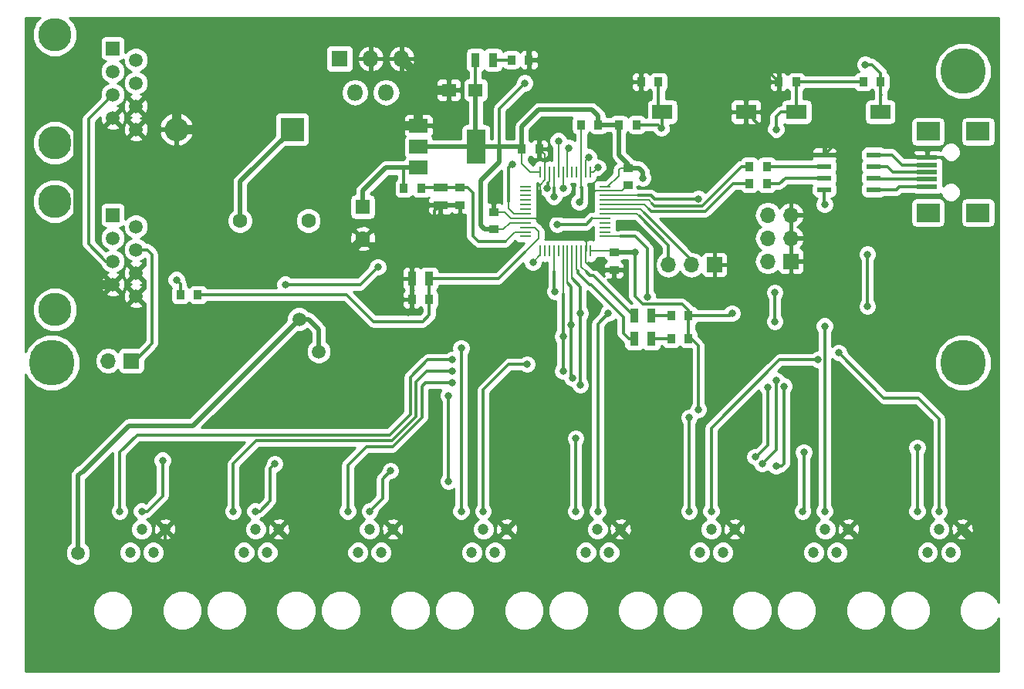
<source format=gbr>
G04 #@! TF.FileFunction,Copper,L1,Top,Signal*
%FSLAX46Y46*%
G04 Gerber Fmt 4.6, Leading zero omitted, Abs format (unit mm)*
G04 Created by KiCad (PCBNEW 4.0.7) date Sat Feb 10 21:47:56 2018*
%MOMM*%
%LPD*%
G01*
G04 APERTURE LIST*
%ADD10C,0.100000*%
%ADD11C,1.200000*%
%ADD12C,5.000000*%
%ADD13R,1.535000X1.400000*%
%ADD14R,1.600000X1.600000*%
%ADD15C,1.600000*%
%ADD16R,0.845000X1.000000*%
%ADD17R,1.000000X0.845000*%
%ADD18R,2.600000X2.600000*%
%ADD19O,2.600000X2.600000*%
%ADD20R,0.970000X1.500000*%
%ADD21R,1.500000X0.970000*%
%ADD22R,1.700000X1.700000*%
%ADD23O,1.700000X1.700000*%
%ADD24C,3.650000*%
%ADD25R,1.500000X1.500000*%
%ADD26C,1.500000*%
%ADD27R,2.300000X0.500000*%
%ADD28R,2.500000X2.000000*%
%ADD29R,2.000000X3.800000*%
%ADD30R,2.000000X1.500000*%
%ADD31R,1.300000X0.250000*%
%ADD32R,0.250000X1.300000*%
%ADD33R,1.800000X1.800000*%
%ADD34O,1.800000X1.800000*%
%ADD35R,2.180000X1.600000*%
%ADD36R,1.550000X0.600000*%
%ADD37C,0.800000*%
%ADD38C,0.300000*%
%ADD39C,0.200000*%
%ADD40C,1.000000*%
%ADD41C,0.500000*%
%ADD42C,0.250000*%
G04 APERTURE END LIST*
D10*
D11*
X87595000Y-125800000D03*
X88865000Y-123260000D03*
X90135000Y-125800000D03*
X91405000Y-123260000D03*
X75095000Y-125800000D03*
X76365000Y-123260000D03*
X77635000Y-125800000D03*
X78905000Y-123260000D03*
X37595000Y-125800000D03*
X38865000Y-123260000D03*
X40135000Y-125800000D03*
X41405000Y-123260000D03*
X50095000Y-125800000D03*
X51365000Y-123260000D03*
X52635000Y-125800000D03*
X53905000Y-123260000D03*
X62595000Y-125800000D03*
X63865000Y-123260000D03*
X65135000Y-125800000D03*
X66405000Y-123260000D03*
X100095000Y-125800000D03*
X101365000Y-123260000D03*
X102635000Y-125800000D03*
X103905000Y-123260000D03*
X112595000Y-125800000D03*
X113865000Y-123260000D03*
X115135000Y-125800000D03*
X116405000Y-123260000D03*
X125095000Y-125800000D03*
X126365000Y-123260000D03*
X127635000Y-125800000D03*
X128905000Y-123260000D03*
D12*
X29000000Y-105000000D03*
X129000000Y-73000000D03*
X129000000Y-105000000D03*
D13*
X75508500Y-75057000D03*
X72573500Y-75057000D03*
D14*
X63119000Y-87884000D03*
D15*
X63119000Y-91384000D03*
D16*
X95577500Y-74168000D03*
X93652500Y-74168000D03*
X118036500Y-74168000D03*
X119961500Y-74168000D03*
D17*
X90678000Y-94815500D03*
X90678000Y-92890500D03*
D16*
X82496500Y-81534000D03*
X80571500Y-81534000D03*
D17*
X77470000Y-88445500D03*
X77470000Y-90370500D03*
X92202000Y-85544500D03*
X92202000Y-83619500D03*
D18*
X55372000Y-79375000D03*
D19*
X42672000Y-79375000D03*
D20*
X77409000Y-71755000D03*
X75499000Y-71755000D03*
X92898000Y-102362000D03*
X94808000Y-102362000D03*
X92898000Y-99822000D03*
X94808000Y-99822000D03*
X70424000Y-95758000D03*
X68514000Y-95758000D03*
D21*
X71628000Y-85786000D03*
X71628000Y-87696000D03*
D22*
X110109000Y-93853000D03*
D23*
X107569000Y-93853000D03*
X110109000Y-91313000D03*
X107569000Y-91313000D03*
X110109000Y-88773000D03*
X107569000Y-88773000D03*
D22*
X37719000Y-104775000D03*
D23*
X35179000Y-104775000D03*
D15*
X57150000Y-89408000D03*
X49650000Y-89408000D03*
D24*
X29337000Y-80865000D03*
X29337000Y-68995000D03*
D25*
X35687000Y-70485000D03*
D26*
X38227000Y-71755000D03*
X35687000Y-73025000D03*
X38227000Y-74295000D03*
X35687000Y-75565000D03*
X38227000Y-76835000D03*
X35687000Y-78105000D03*
X38227000Y-79375000D03*
D22*
X101727000Y-94234000D03*
D23*
X99187000Y-94234000D03*
X96647000Y-94234000D03*
D27*
X125039000Y-85674000D03*
X125039000Y-84874000D03*
X125039000Y-84074000D03*
X125039000Y-83274000D03*
X125039000Y-82474000D03*
D28*
X125139000Y-88524000D03*
X130639000Y-88524000D03*
X125139000Y-79624000D03*
X130639000Y-79624000D03*
D24*
X29337000Y-99153000D03*
X29337000Y-87283000D03*
D25*
X35687000Y-88773000D03*
D26*
X38227000Y-90043000D03*
X35687000Y-91313000D03*
X38227000Y-92583000D03*
X35687000Y-93853000D03*
X38227000Y-95123000D03*
X35687000Y-96393000D03*
X38227000Y-97663000D03*
D16*
X43106500Y-97536000D03*
X45031500Y-97536000D03*
X70431500Y-98044000D03*
X68506500Y-98044000D03*
X81353500Y-71755000D03*
X79428500Y-71755000D03*
X67617500Y-85852000D03*
X69542500Y-85852000D03*
D17*
X73787000Y-85778500D03*
X73787000Y-87703500D03*
D16*
X87048500Y-78867000D03*
X88973500Y-78867000D03*
X110690500Y-74168000D03*
X108765500Y-74168000D03*
X93164500Y-78867000D03*
X91239500Y-78867000D03*
X96954500Y-102362000D03*
X98879500Y-102362000D03*
X96954500Y-99822000D03*
X98879500Y-99822000D03*
X107452000Y-85344000D03*
X105527000Y-85344000D03*
X107452000Y-83439000D03*
X105527000Y-83439000D03*
D29*
X75540000Y-81280000D03*
D30*
X69240000Y-81280000D03*
X69240000Y-83580000D03*
X69240000Y-78980000D03*
D31*
X80994000Y-85642000D03*
X80994000Y-86142000D03*
X80994000Y-86642000D03*
X80994000Y-87142000D03*
X80994000Y-87642000D03*
X80994000Y-88142000D03*
X80994000Y-88642000D03*
X80994000Y-89142000D03*
X80994000Y-89642000D03*
X80994000Y-90142000D03*
X80994000Y-90642000D03*
X80994000Y-91142000D03*
D32*
X82594000Y-92742000D03*
X83094000Y-92742000D03*
X83594000Y-92742000D03*
X84094000Y-92742000D03*
X84594000Y-92742000D03*
X85094000Y-92742000D03*
X85594000Y-92742000D03*
X86094000Y-92742000D03*
X86594000Y-92742000D03*
X87094000Y-92742000D03*
X87594000Y-92742000D03*
X88094000Y-92742000D03*
D31*
X89694000Y-91142000D03*
X89694000Y-90642000D03*
X89694000Y-90142000D03*
X89694000Y-89642000D03*
X89694000Y-89142000D03*
X89694000Y-88642000D03*
X89694000Y-88142000D03*
X89694000Y-87642000D03*
X89694000Y-87142000D03*
X89694000Y-86642000D03*
X89694000Y-86142000D03*
X89694000Y-85642000D03*
D32*
X88094000Y-84042000D03*
X87594000Y-84042000D03*
X87094000Y-84042000D03*
X86594000Y-84042000D03*
X86094000Y-84042000D03*
X85594000Y-84042000D03*
X85094000Y-84042000D03*
X84594000Y-84042000D03*
X84094000Y-84042000D03*
X83594000Y-84042000D03*
X83094000Y-84042000D03*
X82594000Y-84042000D03*
D33*
X60579000Y-71628000D03*
D34*
X62279000Y-75328000D03*
X63979000Y-71628000D03*
X65679000Y-75328000D03*
X67379000Y-71628000D03*
D35*
X95994000Y-77470000D03*
X105174000Y-77470000D03*
X110726000Y-77470000D03*
X119906000Y-77470000D03*
D36*
X119159000Y-85979000D03*
X119159000Y-84709000D03*
X119159000Y-83439000D03*
X119159000Y-82169000D03*
X113759000Y-82169000D03*
X113759000Y-83439000D03*
X113759000Y-84709000D03*
X113759000Y-85979000D03*
D37*
X42672000Y-95885000D03*
D26*
X27291000Y-119709000D03*
D37*
X82931000Y-88900000D03*
X76073000Y-93218000D03*
X68072000Y-99441000D03*
X32131000Y-114554000D03*
X80899000Y-74295000D03*
X118237000Y-72263000D03*
X99949000Y-110109000D03*
X103632000Y-99568000D03*
X92964000Y-92890500D03*
X93853000Y-84709000D03*
X72517000Y-117983000D03*
X72517000Y-108585000D03*
D26*
X56134000Y-100203000D03*
X58293000Y-103759000D03*
X31877000Y-125857000D03*
D37*
X95885000Y-79248000D03*
X79502000Y-83185000D03*
X108458000Y-79375000D03*
X84582000Y-80645000D03*
X36449000Y-121285000D03*
X72898000Y-104648000D03*
X107569000Y-107696000D03*
X41148000Y-115697000D03*
X38862000Y-121285000D03*
X106172000Y-115316000D03*
X48895000Y-121285000D03*
X72898000Y-105918000D03*
X108458000Y-106934000D03*
X106934000Y-116078000D03*
X51308000Y-121285000D03*
X53467000Y-116078000D03*
X61468000Y-121285000D03*
X72898000Y-107188000D03*
X109347000Y-107569000D03*
X66167000Y-116840000D03*
X108458000Y-116332000D03*
X63881000Y-121285000D03*
X73914000Y-121285000D03*
X73914000Y-103378000D03*
X81153000Y-105156000D03*
X76327000Y-121285000D03*
X86487000Y-121285000D03*
X86487000Y-113284000D03*
X90043000Y-99568000D03*
X88900000Y-121285000D03*
X98933000Y-121285000D03*
X98933000Y-110998000D03*
X101346000Y-121285000D03*
X113030000Y-104648000D03*
X111506000Y-114808000D03*
X111379000Y-121285000D03*
X113792000Y-121285000D03*
X113792000Y-100965000D03*
X123952000Y-114300000D03*
X123952000Y-121285000D03*
X115316000Y-103886000D03*
X126365000Y-121285000D03*
X84201000Y-97155000D03*
X83312000Y-85852000D03*
X84074000Y-86741000D03*
X85090000Y-85852000D03*
X108331000Y-97282000D03*
X108331000Y-100457000D03*
X94361000Y-97790000D03*
X86995000Y-99568000D03*
X86995000Y-107442000D03*
X86106000Y-106680000D03*
X85979000Y-100838000D03*
X85090000Y-102108000D03*
X85090000Y-105918000D03*
X118491000Y-98806000D03*
X118491000Y-93091000D03*
X85725000Y-81407000D03*
X81788000Y-93980000D03*
X113792000Y-87630000D03*
X86868000Y-87376000D03*
X64770000Y-94488000D03*
X54610000Y-96393000D03*
X84455000Y-89789000D03*
X99949000Y-86995000D03*
X88900000Y-83566000D03*
X87884000Y-82423000D03*
D38*
X43106500Y-97536000D02*
X43106500Y-96319500D01*
X43106500Y-96319500D02*
X42672000Y-95885000D01*
D39*
X88138000Y-86142000D02*
X88138000Y-85598000D01*
X89916000Y-83820000D02*
X89916000Y-81153000D01*
X88138000Y-85598000D02*
X89916000Y-83820000D01*
D38*
X73787000Y-87703500D02*
X71635500Y-87703500D01*
X71635500Y-87703500D02*
X71628000Y-87696000D01*
X70993000Y-90109000D02*
X70993000Y-88331000D01*
X70993000Y-88331000D02*
X71628000Y-87696000D01*
D40*
X35687000Y-96393000D02*
X33401000Y-96393000D01*
X33401000Y-96393000D02*
X32766000Y-97028000D01*
X46609000Y-92583000D02*
X46609000Y-80391000D01*
X46609000Y-80391000D02*
X45593000Y-79375000D01*
X35179000Y-111506000D02*
X35179000Y-109220000D01*
X35179000Y-109220000D02*
X32766000Y-106807000D01*
X32766000Y-106807000D02*
X32766000Y-97028000D01*
X42672000Y-71882000D02*
X42672000Y-79375000D01*
X32766000Y-97028000D02*
X32766000Y-94361000D01*
X32766000Y-94361000D02*
X31877000Y-93472000D01*
X31877000Y-93472000D02*
X31877000Y-71501000D01*
X31877000Y-71501000D02*
X33274000Y-70104000D01*
X33274000Y-70104000D02*
X33274000Y-69469000D01*
X33274000Y-69469000D02*
X34290000Y-68453000D01*
X34290000Y-68453000D02*
X39243000Y-68453000D01*
X39243000Y-68453000D02*
X42672000Y-71882000D01*
X27178000Y-119761000D02*
X27239000Y-119761000D01*
X27239000Y-119761000D02*
X27291000Y-119709000D01*
X35179000Y-111506000D02*
X32131000Y-114554000D01*
X42672000Y-79375000D02*
X45593000Y-79375000D01*
X45593000Y-79375000D02*
X46228000Y-79375000D01*
X60946000Y-78980000D02*
X69240000Y-78980000D01*
X57150000Y-75184000D02*
X60946000Y-78980000D01*
X50419000Y-75184000D02*
X57150000Y-75184000D01*
X46228000Y-79375000D02*
X50419000Y-75184000D01*
D41*
X72573500Y-75057000D02*
X72573500Y-69920500D01*
X81353500Y-70685500D02*
X81353500Y-71755000D01*
X80264000Y-69596000D02*
X81353500Y-70685500D01*
X72898000Y-69596000D02*
X80264000Y-69596000D01*
X72573500Y-69920500D02*
X72898000Y-69596000D01*
D40*
X72573500Y-75057000D02*
X69240000Y-75057000D01*
X69240000Y-78980000D02*
X69240000Y-75057000D01*
X69240000Y-75057000D02*
X69240000Y-73489000D01*
X69240000Y-73489000D02*
X67379000Y-71628000D01*
D41*
X62547500Y-92011500D02*
X69659500Y-92011500D01*
X69659500Y-92011500D02*
X70104000Y-91567000D01*
D40*
X63119000Y-91384000D02*
X63119000Y-91440000D01*
X63119000Y-91440000D02*
X62547500Y-92011500D01*
X62547500Y-92011500D02*
X61976000Y-92583000D01*
X61976000Y-92583000D02*
X46609000Y-92583000D01*
D38*
X110109000Y-88773000D02*
X121666000Y-88773000D01*
X126797000Y-82474000D02*
X125039000Y-82474000D01*
X129286000Y-84963000D02*
X126797000Y-82474000D01*
X129286000Y-86360000D02*
X129286000Y-84963000D01*
X127635000Y-88011000D02*
X129286000Y-86360000D01*
X127635000Y-89916000D02*
X127635000Y-88011000D01*
X126111000Y-91440000D02*
X127635000Y-89916000D01*
X124333000Y-91440000D02*
X126111000Y-91440000D01*
X121666000Y-88773000D02*
X124333000Y-91440000D01*
X125039000Y-82474000D02*
X123876000Y-82474000D01*
X123876000Y-82474000D02*
X121793000Y-80391000D01*
X121793000Y-80391000D02*
X115537000Y-80391000D01*
X115537000Y-80391000D02*
X113759000Y-82169000D01*
X113759000Y-82169000D02*
X109873000Y-82169000D01*
X109873000Y-82169000D02*
X105174000Y-77470000D01*
X93652500Y-74168000D02*
X93652500Y-71755000D01*
X93652500Y-71755000D02*
X93472000Y-71755000D01*
X105174000Y-77470000D02*
X105174000Y-71755000D01*
X105174000Y-71755000D02*
X105029000Y-71755000D01*
X93472000Y-71755000D02*
X105029000Y-71755000D01*
X105029000Y-71755000D02*
X106352500Y-71755000D01*
X106352500Y-71755000D02*
X108765500Y-74168000D01*
D39*
X87630000Y-92706000D02*
X87630000Y-91059000D01*
D38*
X82931000Y-90043000D02*
X83947000Y-91059000D01*
X83947000Y-91059000D02*
X87630000Y-91059000D01*
X82931000Y-90043000D02*
X82931000Y-88900000D01*
D39*
X87630000Y-92706000D02*
X87594000Y-92742000D01*
X89694000Y-86142000D02*
X88138000Y-86142000D01*
X88138000Y-86142000D02*
X88138000Y-86106000D01*
D38*
X86868000Y-88900000D02*
X82931000Y-88900000D01*
X88138000Y-87630000D02*
X88138000Y-86106000D01*
X86868000Y-88900000D02*
X88138000Y-87630000D01*
X82550000Y-86106000D02*
X82550000Y-88519000D01*
D39*
X83094000Y-84927000D02*
X82550000Y-85471000D01*
X82550000Y-85471000D02*
X82550000Y-86106000D01*
X83094000Y-84042000D02*
X83094000Y-84927000D01*
D38*
X82550000Y-88519000D02*
X82931000Y-88900000D01*
D39*
X80994000Y-89142000D02*
X82689000Y-89142000D01*
X82689000Y-89142000D02*
X82931000Y-88900000D01*
D38*
X76073000Y-93218000D02*
X74041000Y-93218000D01*
X74041000Y-93218000D02*
X73406000Y-92583000D01*
X73406000Y-92583000D02*
X73406000Y-90116500D01*
D41*
X68514000Y-95758000D02*
X68514000Y-93157000D01*
X68514000Y-93157000D02*
X70104000Y-91567000D01*
X70993000Y-90678000D02*
X70993000Y-90109000D01*
X70104000Y-91567000D02*
X70993000Y-90678000D01*
D38*
X68506500Y-99006500D02*
X68506500Y-98044000D01*
X68072000Y-99441000D02*
X68506500Y-99006500D01*
X108765500Y-74168000D02*
X108765500Y-73967500D01*
X93472000Y-71755000D02*
X81353500Y-71755000D01*
X105174000Y-77470000D02*
X105590500Y-77470000D01*
X70993000Y-90109000D02*
X73398500Y-90109000D01*
X73398500Y-90109000D02*
X73406000Y-90116500D01*
X68514000Y-95758000D02*
X68514000Y-98036500D01*
X68514000Y-98036500D02*
X68506500Y-98044000D01*
D40*
X27178000Y-125857000D02*
X27178000Y-119761000D01*
X27178000Y-119761000D02*
X27178000Y-119507000D01*
X27178000Y-119507000D02*
X32131000Y-114554000D01*
X45085000Y-129032000D02*
X30353000Y-129032000D01*
X30353000Y-129032000D02*
X27178000Y-125857000D01*
D38*
X53905000Y-123260000D02*
X53905000Y-123628000D01*
X53905000Y-123628000D02*
X55753000Y-125476000D01*
X55753000Y-125476000D02*
X55753000Y-129032000D01*
X66405000Y-123260000D02*
X66491000Y-123260000D01*
X66491000Y-123260000D02*
X68453000Y-125222000D01*
X68453000Y-125222000D02*
X68453000Y-129032000D01*
X78905000Y-123260000D02*
X79064000Y-123260000D01*
X79064000Y-123260000D02*
X81153000Y-125349000D01*
X81153000Y-125349000D02*
X81153000Y-129032000D01*
X91405000Y-123260000D02*
X91405000Y-123790000D01*
X91405000Y-123790000D02*
X92837000Y-125222000D01*
X92837000Y-125222000D02*
X92837000Y-129032000D01*
X103905000Y-123260000D02*
X103905000Y-123336000D01*
X103905000Y-123336000D02*
X106045000Y-125476000D01*
X106045000Y-125476000D02*
X106045000Y-129032000D01*
X116405000Y-123260000D02*
X116656000Y-123260000D01*
X116656000Y-123260000D02*
X118364000Y-124968000D01*
X118364000Y-124968000D02*
X118364000Y-129032000D01*
X118364000Y-129032000D02*
X118491000Y-129032000D01*
X41405000Y-123260000D02*
X41405000Y-125479000D01*
D40*
X130556000Y-124911000D02*
X128905000Y-123260000D01*
X130556000Y-127254000D02*
X130556000Y-124911000D01*
X128778000Y-129032000D02*
X130556000Y-127254000D01*
D38*
X44958000Y-129032000D02*
X45085000Y-129032000D01*
D40*
X45085000Y-129032000D02*
X55753000Y-129032000D01*
X55753000Y-129032000D02*
X68453000Y-129032000D01*
X68453000Y-129032000D02*
X81153000Y-129032000D01*
X81153000Y-129032000D02*
X92837000Y-129032000D01*
X92837000Y-129032000D02*
X106045000Y-129032000D01*
X106045000Y-129032000D02*
X118491000Y-129032000D01*
X118491000Y-129032000D02*
X128778000Y-129032000D01*
D38*
X41405000Y-125479000D02*
X44958000Y-129032000D01*
D39*
X87594000Y-92742000D02*
X87594000Y-93944000D01*
X88465500Y-94815500D02*
X90678000Y-94815500D01*
X87594000Y-93944000D02*
X88465500Y-94815500D01*
X80994000Y-89142000D02*
X79363000Y-89142000D01*
X79363000Y-89142000D02*
X78666500Y-88445500D01*
X78666500Y-88445500D02*
X77470000Y-88445500D01*
X83094000Y-84042000D02*
X83094000Y-82131500D01*
X83094000Y-82131500D02*
X82496500Y-81534000D01*
X89694000Y-86142000D02*
X91604500Y-86142000D01*
X91604500Y-86142000D02*
X92202000Y-85544500D01*
D38*
X119961500Y-74168000D02*
X119961500Y-73225500D01*
X80899000Y-74295000D02*
X78359000Y-76835000D01*
X118999000Y-72263000D02*
X118237000Y-72263000D01*
X119961500Y-73225500D02*
X118999000Y-72263000D01*
D39*
X89694000Y-85642000D02*
X89999000Y-85642000D01*
X89999000Y-85642000D02*
X91186000Y-84455000D01*
X91386500Y-83619500D02*
X92202000Y-83619500D01*
X91186000Y-83820000D02*
X91386500Y-83619500D01*
X91186000Y-84455000D02*
X91186000Y-83820000D01*
D41*
X76073000Y-89916000D02*
X76073000Y-84963000D01*
X78105000Y-82931000D02*
X78105000Y-81280000D01*
X76073000Y-84963000D02*
X78105000Y-82931000D01*
D38*
X75499000Y-71755000D02*
X75499000Y-75047500D01*
X75499000Y-75047500D02*
X75508500Y-75057000D01*
D41*
X75508500Y-75057000D02*
X75508500Y-81248500D01*
X75508500Y-81248500D02*
X75540000Y-81280000D01*
X75540000Y-81280000D02*
X78105000Y-81280000D01*
X69240000Y-81280000D02*
X75540000Y-81280000D01*
D38*
X78105000Y-81280000D02*
X78105000Y-77089000D01*
X78105000Y-77089000D02*
X78359000Y-76835000D01*
X120015000Y-75565000D02*
X119961500Y-75565000D01*
X119961500Y-75565000D02*
X120015000Y-75565000D01*
X120015000Y-75565000D02*
X119961500Y-75565000D01*
X119961500Y-74168000D02*
X119961500Y-75565000D01*
X119961500Y-75565000D02*
X119961500Y-77414500D01*
X119961500Y-77414500D02*
X119906000Y-77470000D01*
X99949000Y-103124000D02*
X99187000Y-102362000D01*
X99949000Y-110109000D02*
X99949000Y-103124000D01*
X99187000Y-102362000D02*
X98879500Y-102362000D01*
X98879500Y-99822000D02*
X103378000Y-99822000D01*
X103378000Y-99822000D02*
X103632000Y-99568000D01*
X92964000Y-92890500D02*
X92964000Y-97663000D01*
X98171000Y-98552000D02*
X98879500Y-99260500D01*
X93853000Y-98552000D02*
X98171000Y-98552000D01*
X92964000Y-97663000D02*
X93853000Y-98552000D01*
X98879500Y-99822000D02*
X98879500Y-99260500D01*
D41*
X93398500Y-83619500D02*
X92202000Y-83619500D01*
X93853000Y-84074000D02*
X93398500Y-83619500D01*
X93853000Y-84709000D02*
X93853000Y-84074000D01*
X80571500Y-81534000D02*
X80571500Y-79067500D01*
X88973500Y-77924500D02*
X88973500Y-78867000D01*
X88265000Y-77216000D02*
X88973500Y-77924500D01*
X82423000Y-77216000D02*
X88265000Y-77216000D01*
X80571500Y-79067500D02*
X82423000Y-77216000D01*
X91239500Y-78867000D02*
X91239500Y-82222500D01*
D38*
X92202000Y-83185000D02*
X92202000Y-83619500D01*
D41*
X91239500Y-82222500D02*
X92202000Y-83185000D01*
X90678000Y-92890500D02*
X92964000Y-92890500D01*
X77470000Y-90370500D02*
X76527500Y-90370500D01*
X76527500Y-90370500D02*
X76073000Y-89916000D01*
X80317500Y-81280000D02*
X78105000Y-81280000D01*
D38*
X80317500Y-81280000D02*
X80571500Y-81534000D01*
X119834500Y-77398500D02*
X119906000Y-77470000D01*
D41*
X88973500Y-78867000D02*
X91239500Y-78867000D01*
D38*
X72517000Y-108585000D02*
X72517000Y-117983000D01*
X98879500Y-99822000D02*
X98879500Y-102362000D01*
D39*
X88094000Y-92742000D02*
X90529500Y-92742000D01*
X90529500Y-92742000D02*
X90678000Y-92890500D01*
X77470000Y-90370500D02*
X78539500Y-90370500D01*
X79268000Y-89642000D02*
X80994000Y-89642000D01*
X78539500Y-90370500D02*
X79268000Y-89642000D01*
X82594000Y-84042000D02*
X81502000Y-84042000D01*
X80571500Y-83111500D02*
X80571500Y-81534000D01*
X81502000Y-84042000D02*
X80571500Y-83111500D01*
D38*
X67617500Y-85852000D02*
X67617500Y-83580000D01*
X67691000Y-83566000D02*
X67691000Y-83580000D01*
X67631500Y-83566000D02*
X67691000Y-83566000D01*
X67617500Y-83580000D02*
X67631500Y-83566000D01*
D41*
X63119000Y-87884000D02*
X63119000Y-86106000D01*
X65645000Y-83580000D02*
X67691000Y-83580000D01*
X67691000Y-83580000D02*
X69240000Y-83580000D01*
X63119000Y-86106000D02*
X65645000Y-83580000D01*
X58293000Y-103759000D02*
X58293000Y-101346000D01*
X58293000Y-101346000D02*
X57150000Y-100203000D01*
X57150000Y-100203000D02*
X56134000Y-100203000D01*
X31877000Y-117348000D02*
X31877000Y-125857000D01*
X32258000Y-116967000D02*
X31877000Y-117348000D01*
X32385000Y-116967000D02*
X32258000Y-116967000D01*
X37465000Y-111887000D02*
X32385000Y-116967000D01*
X44450000Y-111887000D02*
X37465000Y-111887000D01*
X56134000Y-100203000D02*
X44450000Y-111887000D01*
D38*
X93164500Y-78867000D02*
X95504000Y-78867000D01*
X95504000Y-78867000D02*
X95885000Y-79248000D01*
X95994000Y-79139000D02*
X95994000Y-77470000D01*
X95885000Y-79248000D02*
X95994000Y-79139000D01*
X95577500Y-74168000D02*
X95577500Y-77053500D01*
X95577500Y-77053500D02*
X95994000Y-77470000D01*
X79121000Y-87249000D02*
X79121000Y-83566000D01*
D39*
X79752000Y-88642000D02*
X79121000Y-88011000D01*
X79121000Y-88011000D02*
X79121000Y-87249000D01*
X80994000Y-88642000D02*
X79752000Y-88642000D01*
D38*
X79121000Y-83566000D02*
X79502000Y-83185000D01*
X95704500Y-77343000D02*
X95631000Y-77343000D01*
X95704500Y-77343000D02*
X95831500Y-77307500D01*
X95831500Y-77307500D02*
X95994000Y-77470000D01*
X110726000Y-77470000D02*
X108966000Y-77470000D01*
X108966000Y-77470000D02*
X108458000Y-77978000D01*
X108458000Y-77978000D02*
X108458000Y-79375000D01*
X110690500Y-74168000D02*
X118036500Y-74168000D01*
X110726000Y-77470000D02*
X110726000Y-74203500D01*
X110726000Y-74203500D02*
X110690500Y-74168000D01*
D39*
X84594000Y-80657000D02*
X84582000Y-80645000D01*
X84594000Y-84042000D02*
X84594000Y-80657000D01*
D41*
X49650000Y-89408000D02*
X49650000Y-85097000D01*
X49650000Y-85097000D02*
X55372000Y-79375000D01*
D38*
X77409000Y-71755000D02*
X79428500Y-71755000D01*
X40005000Y-93091000D02*
X40005000Y-102870000D01*
X40005000Y-102870000D02*
X38100000Y-104775000D01*
X37719000Y-104775000D02*
X38100000Y-104775000D01*
X39497000Y-92583000D02*
X38227000Y-92583000D01*
X40005000Y-93091000D02*
X39497000Y-92583000D01*
X35687000Y-93853000D02*
X34925000Y-93853000D01*
X33020000Y-78232000D02*
X35687000Y-75565000D01*
X33020000Y-91948000D02*
X33020000Y-78232000D01*
X34925000Y-93853000D02*
X33020000Y-91948000D01*
X35687000Y-75565000D02*
X35433000Y-75565000D01*
X96954500Y-102362000D02*
X94808000Y-102362000D01*
X88011000Y-96393000D02*
X88138000Y-96393000D01*
X91694000Y-99949000D02*
X91694000Y-101727000D01*
X88138000Y-96393000D02*
X91694000Y-99949000D01*
D39*
X86594000Y-92742000D02*
X86594000Y-94722000D01*
D38*
X92329000Y-102362000D02*
X91694000Y-101727000D01*
X92329000Y-102362000D02*
X92898000Y-102362000D01*
X88011000Y-96393000D02*
X86741000Y-95123000D01*
X86741000Y-95123000D02*
X86741000Y-94869000D01*
D39*
X86594000Y-94722000D02*
X86741000Y-94869000D01*
D38*
X94808000Y-99822000D02*
X96954500Y-99822000D01*
D39*
X87094000Y-92742000D02*
X87094000Y-94460000D01*
D38*
X88011000Y-95377000D02*
X87630000Y-94996000D01*
X88392000Y-95377000D02*
X88011000Y-95377000D01*
X88392000Y-95377000D02*
X92837000Y-99822000D01*
D39*
X87094000Y-94460000D02*
X87630000Y-94996000D01*
D38*
X92898000Y-99822000D02*
X92837000Y-99822000D01*
X125039000Y-84874000D02*
X119324000Y-84874000D01*
X119324000Y-84874000D02*
X119159000Y-84709000D01*
X119159000Y-83439000D02*
X120650000Y-83439000D01*
X121285000Y-84074000D02*
X125039000Y-84074000D01*
X120650000Y-83439000D02*
X121285000Y-84074000D01*
X107452000Y-83439000D02*
X113759000Y-83439000D01*
X113759000Y-84709000D02*
X109474000Y-84709000D01*
X108839000Y-85344000D02*
X107452000Y-85344000D01*
X109474000Y-84709000D02*
X108839000Y-85344000D01*
X36449000Y-121285000D02*
X36449000Y-114808000D01*
X70231000Y-104648000D02*
X72898000Y-104648000D01*
X68326000Y-106553000D02*
X70231000Y-104648000D01*
X68326000Y-110617000D02*
X68326000Y-106553000D01*
X66040000Y-112903000D02*
X68326000Y-110617000D01*
X38354000Y-112903000D02*
X66040000Y-112903000D01*
X36449000Y-114808000D02*
X38354000Y-112903000D01*
X106299000Y-115316000D02*
X106172000Y-115316000D01*
X107569000Y-114046000D02*
X106299000Y-115316000D01*
X107569000Y-112268000D02*
X107569000Y-114046000D01*
X107569000Y-107696000D02*
X107569000Y-112268000D01*
X38862000Y-121285000D02*
X39497000Y-121285000D01*
X39497000Y-121285000D02*
X41148000Y-119634000D01*
X41148000Y-119634000D02*
X41148000Y-115697000D01*
X72898000Y-105918000D02*
X70104000Y-105918000D01*
X51435000Y-113538000D02*
X48895000Y-116078000D01*
X66294000Y-113538000D02*
X51435000Y-113538000D01*
X68961000Y-110871000D02*
X66294000Y-113538000D01*
X68961000Y-107061000D02*
X68961000Y-110871000D01*
X70104000Y-105918000D02*
X68961000Y-107061000D01*
X48895000Y-116078000D02*
X48895000Y-121285000D01*
X108458000Y-114554000D02*
X106934000Y-116078000D01*
X108458000Y-106934000D02*
X108458000Y-114554000D01*
X52959000Y-116586000D02*
X53467000Y-116078000D01*
X52959000Y-120142000D02*
X52959000Y-116586000D01*
X51816000Y-121285000D02*
X52959000Y-120142000D01*
X51308000Y-121285000D02*
X51816000Y-121285000D01*
X72898000Y-107188000D02*
X69977000Y-107188000D01*
X63500000Y-114173000D02*
X61468000Y-116205000D01*
X66421000Y-114173000D02*
X63500000Y-114173000D01*
X69596000Y-110998000D02*
X66421000Y-114173000D01*
X69596000Y-107569000D02*
X69596000Y-110998000D01*
X69977000Y-107188000D02*
X69596000Y-107569000D01*
X61468000Y-116205000D02*
X61468000Y-121285000D01*
X108458000Y-116332000D02*
X109093000Y-116332000D01*
X109347000Y-116078000D02*
X109347000Y-107569000D01*
X109093000Y-116332000D02*
X109347000Y-116078000D01*
X65278000Y-118872000D02*
X65278000Y-117729000D01*
X65278000Y-117729000D02*
X66167000Y-116840000D01*
X63881000Y-121285000D02*
X65278000Y-119888000D01*
X65278000Y-119888000D02*
X65278000Y-118872000D01*
X73914000Y-103378000D02*
X73914000Y-121285000D01*
X76327000Y-108077000D02*
X76327000Y-107950000D01*
X79121000Y-105156000D02*
X81153000Y-105156000D01*
X76327000Y-107950000D02*
X79121000Y-105156000D01*
X76327000Y-108077000D02*
X76327000Y-121285000D01*
X86487000Y-113284000D02*
X86487000Y-121285000D01*
X88900000Y-121285000D02*
X88900000Y-100711000D01*
X88900000Y-100711000D02*
X90043000Y-99568000D01*
X98933000Y-110998000D02*
X98933000Y-121285000D01*
X113030000Y-104648000D02*
X108839000Y-104648000D01*
X108839000Y-104648000D02*
X101346000Y-112141000D01*
X101346000Y-112141000D02*
X101346000Y-121285000D01*
X111506000Y-121158000D02*
X111506000Y-114808000D01*
X111506000Y-121158000D02*
X111379000Y-121285000D01*
X113792000Y-100965000D02*
X113792000Y-121285000D01*
X123952000Y-114300000D02*
X123952000Y-121285000D01*
X124079000Y-108839000D02*
X126365000Y-111125000D01*
X120269000Y-108839000D02*
X124079000Y-108839000D01*
X115316000Y-103886000D02*
X120269000Y-108839000D01*
X126365000Y-111125000D02*
X126365000Y-121285000D01*
X99187000Y-94234000D02*
X99187000Y-93726000D01*
X99187000Y-93726000D02*
X93980000Y-88519000D01*
D39*
X93603000Y-88142000D02*
X93980000Y-88519000D01*
X93091000Y-88142000D02*
X93603000Y-88142000D01*
X93091000Y-88142000D02*
X89694000Y-88142000D01*
D38*
X96647000Y-94234000D02*
X96647000Y-92075000D01*
D39*
X93214000Y-88642000D02*
X93472000Y-88900000D01*
X93214000Y-88642000D02*
X89694000Y-88642000D01*
D38*
X96647000Y-92075000D02*
X93472000Y-88900000D01*
X84094000Y-97048000D02*
X84201000Y-97155000D01*
X84094000Y-97048000D02*
X84094000Y-94976000D01*
D39*
X84094000Y-92742000D02*
X84094000Y-94976000D01*
D38*
X61341000Y-97536000D02*
X64262000Y-100457000D01*
X70431500Y-99748500D02*
X70431500Y-98044000D01*
X69723000Y-100457000D02*
X70431500Y-99748500D01*
X64262000Y-100457000D02*
X69723000Y-100457000D01*
X45031500Y-97536000D02*
X61341000Y-97536000D01*
X70424000Y-95758000D02*
X77978000Y-95758000D01*
D39*
X82014000Y-90142000D02*
X82423000Y-90551000D01*
X82423000Y-90551000D02*
X82423000Y-91313000D01*
X82423000Y-91313000D02*
X80899000Y-92837000D01*
X82014000Y-90142000D02*
X80994000Y-90142000D01*
D38*
X77978000Y-95758000D02*
X80899000Y-92837000D01*
X70424000Y-95758000D02*
X70424000Y-98036500D01*
X70424000Y-98036500D02*
X70431500Y-98044000D01*
X71628000Y-85786000D02*
X69608500Y-85786000D01*
X69608500Y-85786000D02*
X69542500Y-85852000D01*
X73787000Y-85778500D02*
X71635500Y-85778500D01*
X71635500Y-85778500D02*
X71628000Y-85786000D01*
X73787000Y-85778500D02*
X74602500Y-85778500D01*
X75184000Y-91059000D02*
X75819000Y-91694000D01*
X75184000Y-86360000D02*
X75184000Y-91059000D01*
X74602500Y-85778500D02*
X75184000Y-86360000D01*
X75819000Y-91694000D02*
X78740000Y-91694000D01*
D39*
X79792000Y-90642000D02*
X78740000Y-91694000D01*
X79792000Y-90642000D02*
X80994000Y-90642000D01*
D38*
X83439000Y-85725000D02*
X83439000Y-85217000D01*
X83312000Y-85852000D02*
X83439000Y-85725000D01*
D39*
X83594000Y-84042000D02*
X83594000Y-85062000D01*
X83594000Y-85062000D02*
X83439000Y-85217000D01*
D38*
X84094000Y-85725000D02*
X84094000Y-86721000D01*
X84094000Y-86721000D02*
X84074000Y-86741000D01*
D39*
X84094000Y-84042000D02*
X84094000Y-85725000D01*
X85094000Y-85848000D02*
X85090000Y-85852000D01*
X85094000Y-84042000D02*
X85094000Y-85848000D01*
D38*
X108331000Y-97282000D02*
X108331000Y-100457000D01*
X91396000Y-91142000D02*
X93047000Y-91142000D01*
X94361000Y-92456000D02*
X94361000Y-97790000D01*
X93047000Y-91142000D02*
X94361000Y-92456000D01*
D39*
X89694000Y-91142000D02*
X91396000Y-91142000D01*
D38*
X86995000Y-107442000D02*
X86995000Y-99568000D01*
X86995000Y-99568000D02*
X86995000Y-96647000D01*
X86995000Y-96647000D02*
X86106000Y-95758000D01*
D39*
X86094000Y-92742000D02*
X86094000Y-95746000D01*
X86094000Y-95746000D02*
X86106000Y-95758000D01*
D38*
X85979000Y-106553000D02*
X85979000Y-100838000D01*
X86106000Y-106680000D02*
X85979000Y-106553000D01*
D39*
X85594000Y-92742000D02*
X85594000Y-96262000D01*
D38*
X85979000Y-100838000D02*
X85979000Y-96647000D01*
X85979000Y-96647000D02*
X85598000Y-96266000D01*
D39*
X85594000Y-96262000D02*
X85598000Y-96266000D01*
X85094000Y-92742000D02*
X85094000Y-97405000D01*
D38*
X85090000Y-105918000D02*
X85090000Y-102108000D01*
X85090000Y-102108000D02*
X85090000Y-97409000D01*
D39*
X85094000Y-97405000D02*
X85090000Y-97409000D01*
D38*
X118491000Y-98806000D02*
X118491000Y-93091000D01*
D39*
X85594000Y-81538000D02*
X85725000Y-81407000D01*
X85594000Y-84042000D02*
X85594000Y-81538000D01*
D38*
X119159000Y-85979000D02*
X121666000Y-85979000D01*
X121971000Y-85674000D02*
X125039000Y-85674000D01*
X121666000Y-85979000D02*
X121971000Y-85674000D01*
X119159000Y-82169000D02*
X121158000Y-82169000D01*
X122263000Y-83274000D02*
X125039000Y-83274000D01*
X121158000Y-82169000D02*
X122263000Y-83274000D01*
X94488000Y-88138000D02*
X94742000Y-88392000D01*
D39*
X93992000Y-87642000D02*
X94488000Y-88138000D01*
X93345000Y-87642000D02*
X93992000Y-87642000D01*
D38*
X94742000Y-88392000D02*
X95504000Y-88392000D01*
X100711000Y-88392000D02*
X103759000Y-85344000D01*
X105527000Y-85344000D02*
X103759000Y-85344000D01*
X95504000Y-88392000D02*
X100711000Y-88392000D01*
D39*
X93345000Y-87642000D02*
X89694000Y-87642000D01*
D38*
X94869000Y-87503000D02*
X95123000Y-87757000D01*
D39*
X94508000Y-87142000D02*
X94869000Y-87503000D01*
X93853000Y-87142000D02*
X94508000Y-87142000D01*
D38*
X104648000Y-83439000D02*
X105527000Y-83439000D01*
X100330000Y-87757000D02*
X104648000Y-83439000D01*
X95123000Y-87757000D02*
X100330000Y-87757000D01*
D39*
X93853000Y-87142000D02*
X89694000Y-87142000D01*
X82594000Y-92742000D02*
X82594000Y-93174000D01*
X82594000Y-93174000D02*
X81788000Y-93980000D01*
X82594000Y-92742000D02*
X82594000Y-92920000D01*
D38*
X113759000Y-85979000D02*
X113759000Y-87597000D01*
X113759000Y-87597000D02*
X113792000Y-87630000D01*
X87122000Y-85725000D02*
X87122000Y-87122000D01*
X87122000Y-85725000D02*
X87094000Y-85725000D01*
D39*
X87094000Y-85725000D02*
X87094000Y-84042000D01*
D38*
X87122000Y-87122000D02*
X86868000Y-87376000D01*
D39*
X87094000Y-84042000D02*
X87094000Y-78912500D01*
X87094000Y-78912500D02*
X87048500Y-78867000D01*
D38*
X62865000Y-96393000D02*
X54610000Y-96393000D01*
X64770000Y-94488000D02*
X62865000Y-96393000D01*
D39*
X89694000Y-89142000D02*
X88277000Y-89142000D01*
D38*
X87630000Y-89789000D02*
X88277000Y-89142000D01*
X84455000Y-89789000D02*
X87630000Y-89789000D01*
X94107000Y-86642000D02*
X94770000Y-86642000D01*
X95123000Y-86995000D02*
X99949000Y-86995000D01*
X94770000Y-86642000D02*
X95123000Y-86995000D01*
X93444000Y-86642000D02*
X94107000Y-86642000D01*
X93345000Y-86642000D02*
X93444000Y-86642000D01*
D39*
X89694000Y-86642000D02*
X93345000Y-86642000D01*
X88094000Y-84042000D02*
X88424000Y-84042000D01*
X88424000Y-84042000D02*
X88900000Y-83566000D01*
X87884000Y-82423000D02*
X87884000Y-82423000D01*
X87594000Y-82713000D02*
X87594000Y-84042000D01*
X87884000Y-82423000D02*
X87594000Y-82713000D01*
D42*
G36*
X27261202Y-67605375D02*
X26887427Y-68505527D01*
X26886576Y-69480197D01*
X27258780Y-70381000D01*
X27947375Y-71070798D01*
X28847527Y-71444573D01*
X29822197Y-71445424D01*
X30723000Y-71073220D01*
X31412798Y-70384625D01*
X31786573Y-69484473D01*
X31787424Y-68509803D01*
X31415220Y-67609000D01*
X30932064Y-67125000D01*
X132875000Y-67125000D01*
X132875000Y-131321200D01*
X132697363Y-130891285D01*
X132072007Y-130264837D01*
X131254521Y-129925387D01*
X130369362Y-129924615D01*
X129551285Y-130262637D01*
X128924837Y-130887993D01*
X128585387Y-131705479D01*
X128584615Y-132590638D01*
X128922637Y-133408715D01*
X129547993Y-134035163D01*
X130365479Y-134374613D01*
X131250638Y-134375385D01*
X132068715Y-134037363D01*
X132695163Y-133412007D01*
X132875000Y-132978912D01*
X132875000Y-138875000D01*
X26125000Y-138875000D01*
X26125000Y-132590638D01*
X33464615Y-132590638D01*
X33802637Y-133408715D01*
X34427993Y-134035163D01*
X35245479Y-134374613D01*
X36130638Y-134375385D01*
X36948715Y-134037363D01*
X37575163Y-133412007D01*
X37914613Y-132594521D01*
X37914616Y-132590638D01*
X41084615Y-132590638D01*
X41422637Y-133408715D01*
X42047993Y-134035163D01*
X42865479Y-134374613D01*
X43750638Y-134375385D01*
X44568715Y-134037363D01*
X45195163Y-133412007D01*
X45534613Y-132594521D01*
X45534616Y-132590638D01*
X45964615Y-132590638D01*
X46302637Y-133408715D01*
X46927993Y-134035163D01*
X47745479Y-134374613D01*
X48630638Y-134375385D01*
X49448715Y-134037363D01*
X50075163Y-133412007D01*
X50414613Y-132594521D01*
X50414616Y-132590638D01*
X53584615Y-132590638D01*
X53922637Y-133408715D01*
X54547993Y-134035163D01*
X55365479Y-134374613D01*
X56250638Y-134375385D01*
X57068715Y-134037363D01*
X57695163Y-133412007D01*
X58034613Y-132594521D01*
X58034616Y-132590638D01*
X58464615Y-132590638D01*
X58802637Y-133408715D01*
X59427993Y-134035163D01*
X60245479Y-134374613D01*
X61130638Y-134375385D01*
X61948715Y-134037363D01*
X62575163Y-133412007D01*
X62914613Y-132594521D01*
X62914616Y-132590638D01*
X66084615Y-132590638D01*
X66422637Y-133408715D01*
X67047993Y-134035163D01*
X67865479Y-134374613D01*
X68750638Y-134375385D01*
X69568715Y-134037363D01*
X70195163Y-133412007D01*
X70534613Y-132594521D01*
X70534616Y-132590638D01*
X70964615Y-132590638D01*
X71302637Y-133408715D01*
X71927993Y-134035163D01*
X72745479Y-134374613D01*
X73630638Y-134375385D01*
X74448715Y-134037363D01*
X75075163Y-133412007D01*
X75414613Y-132594521D01*
X75414616Y-132590638D01*
X78584615Y-132590638D01*
X78922637Y-133408715D01*
X79547993Y-134035163D01*
X80365479Y-134374613D01*
X81250638Y-134375385D01*
X82068715Y-134037363D01*
X82695163Y-133412007D01*
X83034613Y-132594521D01*
X83034616Y-132590638D01*
X83464615Y-132590638D01*
X83802637Y-133408715D01*
X84427993Y-134035163D01*
X85245479Y-134374613D01*
X86130638Y-134375385D01*
X86948715Y-134037363D01*
X87575163Y-133412007D01*
X87914613Y-132594521D01*
X87914616Y-132590638D01*
X91084615Y-132590638D01*
X91422637Y-133408715D01*
X92047993Y-134035163D01*
X92865479Y-134374613D01*
X93750638Y-134375385D01*
X94568715Y-134037363D01*
X95195163Y-133412007D01*
X95534613Y-132594521D01*
X95534616Y-132590638D01*
X95964615Y-132590638D01*
X96302637Y-133408715D01*
X96927993Y-134035163D01*
X97745479Y-134374613D01*
X98630638Y-134375385D01*
X99448715Y-134037363D01*
X100075163Y-133412007D01*
X100414613Y-132594521D01*
X100414616Y-132590638D01*
X103584615Y-132590638D01*
X103922637Y-133408715D01*
X104547993Y-134035163D01*
X105365479Y-134374613D01*
X106250638Y-134375385D01*
X107068715Y-134037363D01*
X107695163Y-133412007D01*
X108034613Y-132594521D01*
X108034616Y-132590638D01*
X108464615Y-132590638D01*
X108802637Y-133408715D01*
X109427993Y-134035163D01*
X110245479Y-134374613D01*
X111130638Y-134375385D01*
X111948715Y-134037363D01*
X112575163Y-133412007D01*
X112914613Y-132594521D01*
X112914616Y-132590638D01*
X116084615Y-132590638D01*
X116422637Y-133408715D01*
X117047993Y-134035163D01*
X117865479Y-134374613D01*
X118750638Y-134375385D01*
X119568715Y-134037363D01*
X120195163Y-133412007D01*
X120534613Y-132594521D01*
X120534616Y-132590638D01*
X120964615Y-132590638D01*
X121302637Y-133408715D01*
X121927993Y-134035163D01*
X122745479Y-134374613D01*
X123630638Y-134375385D01*
X124448715Y-134037363D01*
X125075163Y-133412007D01*
X125414613Y-132594521D01*
X125415385Y-131709362D01*
X125077363Y-130891285D01*
X124452007Y-130264837D01*
X123634521Y-129925387D01*
X122749362Y-129924615D01*
X121931285Y-130262637D01*
X121304837Y-130887993D01*
X120965387Y-131705479D01*
X120964615Y-132590638D01*
X120534616Y-132590638D01*
X120535385Y-131709362D01*
X120197363Y-130891285D01*
X119572007Y-130264837D01*
X118754521Y-129925387D01*
X117869362Y-129924615D01*
X117051285Y-130262637D01*
X116424837Y-130887993D01*
X116085387Y-131705479D01*
X116084615Y-132590638D01*
X112914616Y-132590638D01*
X112915385Y-131709362D01*
X112577363Y-130891285D01*
X111952007Y-130264837D01*
X111134521Y-129925387D01*
X110249362Y-129924615D01*
X109431285Y-130262637D01*
X108804837Y-130887993D01*
X108465387Y-131705479D01*
X108464615Y-132590638D01*
X108034616Y-132590638D01*
X108035385Y-131709362D01*
X107697363Y-130891285D01*
X107072007Y-130264837D01*
X106254521Y-129925387D01*
X105369362Y-129924615D01*
X104551285Y-130262637D01*
X103924837Y-130887993D01*
X103585387Y-131705479D01*
X103584615Y-132590638D01*
X100414616Y-132590638D01*
X100415385Y-131709362D01*
X100077363Y-130891285D01*
X99452007Y-130264837D01*
X98634521Y-129925387D01*
X97749362Y-129924615D01*
X96931285Y-130262637D01*
X96304837Y-130887993D01*
X95965387Y-131705479D01*
X95964615Y-132590638D01*
X95534616Y-132590638D01*
X95535385Y-131709362D01*
X95197363Y-130891285D01*
X94572007Y-130264837D01*
X93754521Y-129925387D01*
X92869362Y-129924615D01*
X92051285Y-130262637D01*
X91424837Y-130887993D01*
X91085387Y-131705479D01*
X91084615Y-132590638D01*
X87914616Y-132590638D01*
X87915385Y-131709362D01*
X87577363Y-130891285D01*
X86952007Y-130264837D01*
X86134521Y-129925387D01*
X85249362Y-129924615D01*
X84431285Y-130262637D01*
X83804837Y-130887993D01*
X83465387Y-131705479D01*
X83464615Y-132590638D01*
X83034616Y-132590638D01*
X83035385Y-131709362D01*
X82697363Y-130891285D01*
X82072007Y-130264837D01*
X81254521Y-129925387D01*
X80369362Y-129924615D01*
X79551285Y-130262637D01*
X78924837Y-130887993D01*
X78585387Y-131705479D01*
X78584615Y-132590638D01*
X75414616Y-132590638D01*
X75415385Y-131709362D01*
X75077363Y-130891285D01*
X74452007Y-130264837D01*
X73634521Y-129925387D01*
X72749362Y-129924615D01*
X71931285Y-130262637D01*
X71304837Y-130887993D01*
X70965387Y-131705479D01*
X70964615Y-132590638D01*
X70534616Y-132590638D01*
X70535385Y-131709362D01*
X70197363Y-130891285D01*
X69572007Y-130264837D01*
X68754521Y-129925387D01*
X67869362Y-129924615D01*
X67051285Y-130262637D01*
X66424837Y-130887993D01*
X66085387Y-131705479D01*
X66084615Y-132590638D01*
X62914616Y-132590638D01*
X62915385Y-131709362D01*
X62577363Y-130891285D01*
X61952007Y-130264837D01*
X61134521Y-129925387D01*
X60249362Y-129924615D01*
X59431285Y-130262637D01*
X58804837Y-130887993D01*
X58465387Y-131705479D01*
X58464615Y-132590638D01*
X58034616Y-132590638D01*
X58035385Y-131709362D01*
X57697363Y-130891285D01*
X57072007Y-130264837D01*
X56254521Y-129925387D01*
X55369362Y-129924615D01*
X54551285Y-130262637D01*
X53924837Y-130887993D01*
X53585387Y-131705479D01*
X53584615Y-132590638D01*
X50414616Y-132590638D01*
X50415385Y-131709362D01*
X50077363Y-130891285D01*
X49452007Y-130264837D01*
X48634521Y-129925387D01*
X47749362Y-129924615D01*
X46931285Y-130262637D01*
X46304837Y-130887993D01*
X45965387Y-131705479D01*
X45964615Y-132590638D01*
X45534616Y-132590638D01*
X45535385Y-131709362D01*
X45197363Y-130891285D01*
X44572007Y-130264837D01*
X43754521Y-129925387D01*
X42869362Y-129924615D01*
X42051285Y-130262637D01*
X41424837Y-130887993D01*
X41085387Y-131705479D01*
X41084615Y-132590638D01*
X37914616Y-132590638D01*
X37915385Y-131709362D01*
X37577363Y-130891285D01*
X36952007Y-130264837D01*
X36134521Y-129925387D01*
X35249362Y-129924615D01*
X34431285Y-130262637D01*
X33804837Y-130887993D01*
X33465387Y-131705479D01*
X33464615Y-132590638D01*
X26125000Y-132590638D01*
X26125000Y-126129305D01*
X30501762Y-126129305D01*
X30710652Y-126634857D01*
X31097108Y-127021989D01*
X31602296Y-127231761D01*
X32149305Y-127232238D01*
X32654857Y-127023348D01*
X33041989Y-126636892D01*
X33251761Y-126131704D01*
X33251838Y-126042599D01*
X36369788Y-126042599D01*
X36555890Y-126493000D01*
X36900187Y-126837899D01*
X37350263Y-127024787D01*
X37837599Y-127025212D01*
X38288000Y-126839110D01*
X38632899Y-126494813D01*
X38819787Y-126044737D01*
X38819788Y-126042599D01*
X38909788Y-126042599D01*
X39095890Y-126493000D01*
X39440187Y-126837899D01*
X39890263Y-127024787D01*
X40377599Y-127025212D01*
X40828000Y-126839110D01*
X41172899Y-126494813D01*
X41359787Y-126044737D01*
X41359788Y-126042599D01*
X48869788Y-126042599D01*
X49055890Y-126493000D01*
X49400187Y-126837899D01*
X49850263Y-127024787D01*
X50337599Y-127025212D01*
X50788000Y-126839110D01*
X51132899Y-126494813D01*
X51319787Y-126044737D01*
X51319788Y-126042599D01*
X51409788Y-126042599D01*
X51595890Y-126493000D01*
X51940187Y-126837899D01*
X52390263Y-127024787D01*
X52877599Y-127025212D01*
X53328000Y-126839110D01*
X53672899Y-126494813D01*
X53859787Y-126044737D01*
X53859788Y-126042599D01*
X61369788Y-126042599D01*
X61555890Y-126493000D01*
X61900187Y-126837899D01*
X62350263Y-127024787D01*
X62837599Y-127025212D01*
X63288000Y-126839110D01*
X63632899Y-126494813D01*
X63819787Y-126044737D01*
X63819788Y-126042599D01*
X63909788Y-126042599D01*
X64095890Y-126493000D01*
X64440187Y-126837899D01*
X64890263Y-127024787D01*
X65377599Y-127025212D01*
X65828000Y-126839110D01*
X66172899Y-126494813D01*
X66359787Y-126044737D01*
X66359788Y-126042599D01*
X73869788Y-126042599D01*
X74055890Y-126493000D01*
X74400187Y-126837899D01*
X74850263Y-127024787D01*
X75337599Y-127025212D01*
X75788000Y-126839110D01*
X76132899Y-126494813D01*
X76319787Y-126044737D01*
X76319788Y-126042599D01*
X76409788Y-126042599D01*
X76595890Y-126493000D01*
X76940187Y-126837899D01*
X77390263Y-127024787D01*
X77877599Y-127025212D01*
X78328000Y-126839110D01*
X78672899Y-126494813D01*
X78859787Y-126044737D01*
X78859788Y-126042599D01*
X86369788Y-126042599D01*
X86555890Y-126493000D01*
X86900187Y-126837899D01*
X87350263Y-127024787D01*
X87837599Y-127025212D01*
X88288000Y-126839110D01*
X88632899Y-126494813D01*
X88819787Y-126044737D01*
X88819788Y-126042599D01*
X88909788Y-126042599D01*
X89095890Y-126493000D01*
X89440187Y-126837899D01*
X89890263Y-127024787D01*
X90377599Y-127025212D01*
X90828000Y-126839110D01*
X91172899Y-126494813D01*
X91359787Y-126044737D01*
X91359788Y-126042599D01*
X98869788Y-126042599D01*
X99055890Y-126493000D01*
X99400187Y-126837899D01*
X99850263Y-127024787D01*
X100337599Y-127025212D01*
X100788000Y-126839110D01*
X101132899Y-126494813D01*
X101319787Y-126044737D01*
X101319788Y-126042599D01*
X101409788Y-126042599D01*
X101595890Y-126493000D01*
X101940187Y-126837899D01*
X102390263Y-127024787D01*
X102877599Y-127025212D01*
X103328000Y-126839110D01*
X103672899Y-126494813D01*
X103859787Y-126044737D01*
X103859788Y-126042599D01*
X111369788Y-126042599D01*
X111555890Y-126493000D01*
X111900187Y-126837899D01*
X112350263Y-127024787D01*
X112837599Y-127025212D01*
X113288000Y-126839110D01*
X113632899Y-126494813D01*
X113819787Y-126044737D01*
X113819788Y-126042599D01*
X113909788Y-126042599D01*
X114095890Y-126493000D01*
X114440187Y-126837899D01*
X114890263Y-127024787D01*
X115377599Y-127025212D01*
X115828000Y-126839110D01*
X116172899Y-126494813D01*
X116359787Y-126044737D01*
X116359788Y-126042599D01*
X123869788Y-126042599D01*
X124055890Y-126493000D01*
X124400187Y-126837899D01*
X124850263Y-127024787D01*
X125337599Y-127025212D01*
X125788000Y-126839110D01*
X126132899Y-126494813D01*
X126319787Y-126044737D01*
X126319788Y-126042599D01*
X126409788Y-126042599D01*
X126595890Y-126493000D01*
X126940187Y-126837899D01*
X127390263Y-127024787D01*
X127877599Y-127025212D01*
X128328000Y-126839110D01*
X128672899Y-126494813D01*
X128859787Y-126044737D01*
X128860212Y-125557401D01*
X128674110Y-125107000D01*
X128329813Y-124762101D01*
X127879737Y-124575213D01*
X127392401Y-124574788D01*
X126942000Y-124760890D01*
X126597101Y-125105187D01*
X126410213Y-125555263D01*
X126409788Y-126042599D01*
X126319788Y-126042599D01*
X126320212Y-125557401D01*
X126134110Y-125107000D01*
X125789813Y-124762101D01*
X125339737Y-124575213D01*
X124852401Y-124574788D01*
X124402000Y-124760890D01*
X124057101Y-125105187D01*
X123870213Y-125555263D01*
X123869788Y-126042599D01*
X116359788Y-126042599D01*
X116360212Y-125557401D01*
X116174110Y-125107000D01*
X115829813Y-124762101D01*
X115379737Y-124575213D01*
X114892401Y-124574788D01*
X114442000Y-124760890D01*
X114097101Y-125105187D01*
X113910213Y-125555263D01*
X113909788Y-126042599D01*
X113819788Y-126042599D01*
X113820212Y-125557401D01*
X113634110Y-125107000D01*
X113289813Y-124762101D01*
X112839737Y-124575213D01*
X112352401Y-124574788D01*
X111902000Y-124760890D01*
X111557101Y-125105187D01*
X111370213Y-125555263D01*
X111369788Y-126042599D01*
X103859788Y-126042599D01*
X103860212Y-125557401D01*
X103674110Y-125107000D01*
X103329813Y-124762101D01*
X102879737Y-124575213D01*
X102392401Y-124574788D01*
X101942000Y-124760890D01*
X101597101Y-125105187D01*
X101410213Y-125555263D01*
X101409788Y-126042599D01*
X101319788Y-126042599D01*
X101320212Y-125557401D01*
X101134110Y-125107000D01*
X100789813Y-124762101D01*
X100339737Y-124575213D01*
X99852401Y-124574788D01*
X99402000Y-124760890D01*
X99057101Y-125105187D01*
X98870213Y-125555263D01*
X98869788Y-126042599D01*
X91359788Y-126042599D01*
X91360212Y-125557401D01*
X91174110Y-125107000D01*
X90829813Y-124762101D01*
X90379737Y-124575213D01*
X89892401Y-124574788D01*
X89442000Y-124760890D01*
X89097101Y-125105187D01*
X88910213Y-125555263D01*
X88909788Y-126042599D01*
X88819788Y-126042599D01*
X88820212Y-125557401D01*
X88634110Y-125107000D01*
X88289813Y-124762101D01*
X87839737Y-124575213D01*
X87352401Y-124574788D01*
X86902000Y-124760890D01*
X86557101Y-125105187D01*
X86370213Y-125555263D01*
X86369788Y-126042599D01*
X78859788Y-126042599D01*
X78860212Y-125557401D01*
X78674110Y-125107000D01*
X78329813Y-124762101D01*
X77879737Y-124575213D01*
X77392401Y-124574788D01*
X76942000Y-124760890D01*
X76597101Y-125105187D01*
X76410213Y-125555263D01*
X76409788Y-126042599D01*
X76319788Y-126042599D01*
X76320212Y-125557401D01*
X76134110Y-125107000D01*
X75789813Y-124762101D01*
X75339737Y-124575213D01*
X74852401Y-124574788D01*
X74402000Y-124760890D01*
X74057101Y-125105187D01*
X73870213Y-125555263D01*
X73869788Y-126042599D01*
X66359788Y-126042599D01*
X66360212Y-125557401D01*
X66174110Y-125107000D01*
X65829813Y-124762101D01*
X65379737Y-124575213D01*
X64892401Y-124574788D01*
X64442000Y-124760890D01*
X64097101Y-125105187D01*
X63910213Y-125555263D01*
X63909788Y-126042599D01*
X63819788Y-126042599D01*
X63820212Y-125557401D01*
X63634110Y-125107000D01*
X63289813Y-124762101D01*
X62839737Y-124575213D01*
X62352401Y-124574788D01*
X61902000Y-124760890D01*
X61557101Y-125105187D01*
X61370213Y-125555263D01*
X61369788Y-126042599D01*
X53859788Y-126042599D01*
X53860212Y-125557401D01*
X53674110Y-125107000D01*
X53329813Y-124762101D01*
X52879737Y-124575213D01*
X52392401Y-124574788D01*
X51942000Y-124760890D01*
X51597101Y-125105187D01*
X51410213Y-125555263D01*
X51409788Y-126042599D01*
X51319788Y-126042599D01*
X51320212Y-125557401D01*
X51134110Y-125107000D01*
X50789813Y-124762101D01*
X50339737Y-124575213D01*
X49852401Y-124574788D01*
X49402000Y-124760890D01*
X49057101Y-125105187D01*
X48870213Y-125555263D01*
X48869788Y-126042599D01*
X41359788Y-126042599D01*
X41360212Y-125557401D01*
X41174110Y-125107000D01*
X40829813Y-124762101D01*
X40379737Y-124575213D01*
X39892401Y-124574788D01*
X39442000Y-124760890D01*
X39097101Y-125105187D01*
X38910213Y-125555263D01*
X38909788Y-126042599D01*
X38819788Y-126042599D01*
X38820212Y-125557401D01*
X38634110Y-125107000D01*
X38289813Y-124762101D01*
X37839737Y-124575213D01*
X37352401Y-124574788D01*
X36902000Y-124760890D01*
X36557101Y-125105187D01*
X36370213Y-125555263D01*
X36369788Y-126042599D01*
X33251838Y-126042599D01*
X33252238Y-125584695D01*
X33043348Y-125079143D01*
X32752000Y-124787285D01*
X32752000Y-123502599D01*
X37639788Y-123502599D01*
X37825890Y-123953000D01*
X38170187Y-124297899D01*
X38620263Y-124484787D01*
X39107599Y-124485212D01*
X39558000Y-124299110D01*
X39741424Y-124116006D01*
X40725770Y-124116006D01*
X40775670Y-124338862D01*
X41236437Y-124497573D01*
X41722867Y-124467874D01*
X42034330Y-124338862D01*
X42084230Y-124116006D01*
X41405000Y-123436777D01*
X40725770Y-124116006D01*
X39741424Y-124116006D01*
X39902899Y-123954813D01*
X40089787Y-123504737D01*
X40090147Y-123091437D01*
X40167427Y-123091437D01*
X40197126Y-123577867D01*
X40326138Y-123889330D01*
X40548994Y-123939230D01*
X41228223Y-123260000D01*
X41581777Y-123260000D01*
X42261006Y-123939230D01*
X42483862Y-123889330D01*
X42617071Y-123502599D01*
X50139788Y-123502599D01*
X50325890Y-123953000D01*
X50670187Y-124297899D01*
X51120263Y-124484787D01*
X51607599Y-124485212D01*
X52058000Y-124299110D01*
X52241424Y-124116006D01*
X53225770Y-124116006D01*
X53275670Y-124338862D01*
X53736437Y-124497573D01*
X54222867Y-124467874D01*
X54534330Y-124338862D01*
X54584230Y-124116006D01*
X53905000Y-123436777D01*
X53225770Y-124116006D01*
X52241424Y-124116006D01*
X52402899Y-123954813D01*
X52589787Y-123504737D01*
X52590147Y-123091437D01*
X52667427Y-123091437D01*
X52697126Y-123577867D01*
X52826138Y-123889330D01*
X53048994Y-123939230D01*
X53728223Y-123260000D01*
X54081777Y-123260000D01*
X54761006Y-123939230D01*
X54983862Y-123889330D01*
X55117071Y-123502599D01*
X62639788Y-123502599D01*
X62825890Y-123953000D01*
X63170187Y-124297899D01*
X63620263Y-124484787D01*
X64107599Y-124485212D01*
X64558000Y-124299110D01*
X64741424Y-124116006D01*
X65725770Y-124116006D01*
X65775670Y-124338862D01*
X66236437Y-124497573D01*
X66722867Y-124467874D01*
X67034330Y-124338862D01*
X67084230Y-124116006D01*
X66405000Y-123436777D01*
X65725770Y-124116006D01*
X64741424Y-124116006D01*
X64902899Y-123954813D01*
X65089787Y-123504737D01*
X65090147Y-123091437D01*
X65167427Y-123091437D01*
X65197126Y-123577867D01*
X65326138Y-123889330D01*
X65548994Y-123939230D01*
X66228223Y-123260000D01*
X66581777Y-123260000D01*
X67261006Y-123939230D01*
X67483862Y-123889330D01*
X67617071Y-123502599D01*
X75139788Y-123502599D01*
X75325890Y-123953000D01*
X75670187Y-124297899D01*
X76120263Y-124484787D01*
X76607599Y-124485212D01*
X77058000Y-124299110D01*
X77241424Y-124116006D01*
X78225770Y-124116006D01*
X78275670Y-124338862D01*
X78736437Y-124497573D01*
X79222867Y-124467874D01*
X79534330Y-124338862D01*
X79584230Y-124116006D01*
X78905000Y-123436777D01*
X78225770Y-124116006D01*
X77241424Y-124116006D01*
X77402899Y-123954813D01*
X77589787Y-123504737D01*
X77590147Y-123091437D01*
X77667427Y-123091437D01*
X77697126Y-123577867D01*
X77826138Y-123889330D01*
X78048994Y-123939230D01*
X78728223Y-123260000D01*
X79081777Y-123260000D01*
X79761006Y-123939230D01*
X79983862Y-123889330D01*
X80142573Y-123428563D01*
X80112874Y-122942133D01*
X79983862Y-122630670D01*
X79761006Y-122580770D01*
X79081777Y-123260000D01*
X78728223Y-123260000D01*
X78048994Y-122580770D01*
X77826138Y-122630670D01*
X77667427Y-123091437D01*
X77590147Y-123091437D01*
X77590212Y-123017401D01*
X77404110Y-122567000D01*
X77241389Y-122403994D01*
X78225770Y-122403994D01*
X78905000Y-123083223D01*
X79584230Y-122403994D01*
X79534330Y-122181138D01*
X79073563Y-122022427D01*
X78587133Y-122052126D01*
X78275670Y-122181138D01*
X78225770Y-122403994D01*
X77241389Y-122403994D01*
X77059813Y-122222101D01*
X76901873Y-122156518D01*
X76906857Y-122154459D01*
X77195446Y-121866374D01*
X77351822Y-121489780D01*
X77352178Y-121082009D01*
X77196459Y-120705143D01*
X77102000Y-120610519D01*
X77102000Y-113486991D01*
X85461822Y-113486991D01*
X85617541Y-113863857D01*
X85712000Y-113958481D01*
X85712000Y-120610343D01*
X85618554Y-120703626D01*
X85462178Y-121080220D01*
X85461822Y-121487991D01*
X85617541Y-121864857D01*
X85905626Y-122153446D01*
X86282220Y-122309822D01*
X86689991Y-122310178D01*
X87066857Y-122154459D01*
X87355446Y-121866374D01*
X87511822Y-121489780D01*
X87512178Y-121082009D01*
X87356459Y-120705143D01*
X87262000Y-120610519D01*
X87262000Y-113958657D01*
X87355446Y-113865374D01*
X87511822Y-113488780D01*
X87512178Y-113081009D01*
X87356459Y-112704143D01*
X87068374Y-112415554D01*
X86691780Y-112259178D01*
X86284009Y-112258822D01*
X85907143Y-112414541D01*
X85618554Y-112702626D01*
X85462178Y-113079220D01*
X85461822Y-113486991D01*
X77102000Y-113486991D01*
X77102000Y-108271016D01*
X79442016Y-105931000D01*
X80478343Y-105931000D01*
X80571626Y-106024446D01*
X80948220Y-106180822D01*
X81355991Y-106181178D01*
X81732857Y-106025459D01*
X82021446Y-105737374D01*
X82177822Y-105360780D01*
X82178178Y-104953009D01*
X82022459Y-104576143D01*
X81734374Y-104287554D01*
X81357780Y-104131178D01*
X80950009Y-104130822D01*
X80573143Y-104286541D01*
X80478519Y-104381000D01*
X79121005Y-104381000D01*
X79121000Y-104380999D01*
X78873626Y-104430205D01*
X78824420Y-104439993D01*
X78572992Y-104607992D01*
X75778992Y-107401992D01*
X75610993Y-107653420D01*
X75552000Y-107950000D01*
X75552000Y-120610343D01*
X75458554Y-120703626D01*
X75302178Y-121080220D01*
X75301822Y-121487991D01*
X75457541Y-121864857D01*
X75745626Y-122153446D01*
X75790316Y-122172003D01*
X75672000Y-122220890D01*
X75327101Y-122565187D01*
X75140213Y-123015263D01*
X75139788Y-123502599D01*
X67617071Y-123502599D01*
X67642573Y-123428563D01*
X67612874Y-122942133D01*
X67483862Y-122630670D01*
X67261006Y-122580770D01*
X66581777Y-123260000D01*
X66228223Y-123260000D01*
X65548994Y-122580770D01*
X65326138Y-122630670D01*
X65167427Y-123091437D01*
X65090147Y-123091437D01*
X65090212Y-123017401D01*
X64904110Y-122567000D01*
X64741389Y-122403994D01*
X65725770Y-122403994D01*
X66405000Y-123083223D01*
X67084230Y-122403994D01*
X67034330Y-122181138D01*
X66573563Y-122022427D01*
X66087133Y-122052126D01*
X65775670Y-122181138D01*
X65725770Y-122403994D01*
X64741389Y-122403994D01*
X64559813Y-122222101D01*
X64428806Y-122167702D01*
X64460857Y-122154459D01*
X64749446Y-121866374D01*
X64905822Y-121489780D01*
X64905939Y-121356077D01*
X65826008Y-120436008D01*
X65994007Y-120184580D01*
X66053000Y-119888000D01*
X66053000Y-118050016D01*
X66237953Y-117865063D01*
X66369991Y-117865178D01*
X66746857Y-117709459D01*
X67035446Y-117421374D01*
X67191822Y-117044780D01*
X67192178Y-116637009D01*
X67036459Y-116260143D01*
X66748374Y-115971554D01*
X66371780Y-115815178D01*
X65964009Y-115814822D01*
X65587143Y-115970541D01*
X65298554Y-116258626D01*
X65142178Y-116635220D01*
X65142061Y-116768923D01*
X64729992Y-117180992D01*
X64561993Y-117432420D01*
X64503000Y-117729000D01*
X64503000Y-119566984D01*
X63810047Y-120259937D01*
X63678009Y-120259822D01*
X63301143Y-120415541D01*
X63012554Y-120703626D01*
X62856178Y-121080220D01*
X62855822Y-121487991D01*
X63011541Y-121864857D01*
X63299626Y-122153446D01*
X63317382Y-122160819D01*
X63172000Y-122220890D01*
X62827101Y-122565187D01*
X62640213Y-123015263D01*
X62639788Y-123502599D01*
X55117071Y-123502599D01*
X55142573Y-123428563D01*
X55112874Y-122942133D01*
X54983862Y-122630670D01*
X54761006Y-122580770D01*
X54081777Y-123260000D01*
X53728223Y-123260000D01*
X53048994Y-122580770D01*
X52826138Y-122630670D01*
X52667427Y-123091437D01*
X52590147Y-123091437D01*
X52590212Y-123017401D01*
X52404110Y-122567000D01*
X52241389Y-122403994D01*
X53225770Y-122403994D01*
X53905000Y-123083223D01*
X54584230Y-122403994D01*
X54534330Y-122181138D01*
X54073563Y-122022427D01*
X53587133Y-122052126D01*
X53275670Y-122181138D01*
X53225770Y-122403994D01*
X52241389Y-122403994D01*
X52059813Y-122222101D01*
X51890517Y-122151803D01*
X52023909Y-122018645D01*
X52112580Y-122001007D01*
X52364008Y-121833008D01*
X53507008Y-120690008D01*
X53675007Y-120438580D01*
X53734000Y-120142000D01*
X53734000Y-117076730D01*
X54046857Y-116947459D01*
X54335446Y-116659374D01*
X54491822Y-116282780D01*
X54492178Y-115875009D01*
X54336459Y-115498143D01*
X54048374Y-115209554D01*
X53671780Y-115053178D01*
X53264009Y-115052822D01*
X52887143Y-115208541D01*
X52598554Y-115496626D01*
X52442178Y-115873220D01*
X52442061Y-116006923D01*
X52410992Y-116037992D01*
X52242993Y-116289420D01*
X52184000Y-116586000D01*
X52184000Y-119820984D01*
X51676728Y-120328256D01*
X51512780Y-120260178D01*
X51105009Y-120259822D01*
X50728143Y-120415541D01*
X50439554Y-120703626D01*
X50283178Y-121080220D01*
X50282822Y-121487991D01*
X50438541Y-121864857D01*
X50726626Y-122153446D01*
X50780792Y-122175938D01*
X50672000Y-122220890D01*
X50327101Y-122565187D01*
X50140213Y-123015263D01*
X50139788Y-123502599D01*
X42617071Y-123502599D01*
X42642573Y-123428563D01*
X42612874Y-122942133D01*
X42483862Y-122630670D01*
X42261006Y-122580770D01*
X41581777Y-123260000D01*
X41228223Y-123260000D01*
X40548994Y-122580770D01*
X40326138Y-122630670D01*
X40167427Y-123091437D01*
X40090147Y-123091437D01*
X40090212Y-123017401D01*
X39904110Y-122567000D01*
X39741389Y-122403994D01*
X40725770Y-122403994D01*
X41405000Y-123083223D01*
X42084230Y-122403994D01*
X42034330Y-122181138D01*
X41573563Y-122022427D01*
X41087133Y-122052126D01*
X40775670Y-122181138D01*
X40725770Y-122403994D01*
X39741389Y-122403994D01*
X39559813Y-122222101D01*
X39419330Y-122163767D01*
X39441857Y-122154459D01*
X39546306Y-122050193D01*
X39793580Y-122001007D01*
X40045008Y-121833008D01*
X41696005Y-120182010D01*
X41696008Y-120182008D01*
X41864007Y-119930580D01*
X41880946Y-119845420D01*
X41923001Y-119634000D01*
X41923000Y-119633995D01*
X41923000Y-116371657D01*
X42016446Y-116278374D01*
X42172822Y-115901780D01*
X42173178Y-115494009D01*
X42017459Y-115117143D01*
X41729374Y-114828554D01*
X41352780Y-114672178D01*
X40945009Y-114671822D01*
X40568143Y-114827541D01*
X40279554Y-115115626D01*
X40123178Y-115492220D01*
X40122822Y-115899991D01*
X40278541Y-116276857D01*
X40373000Y-116371481D01*
X40373000Y-119312985D01*
X39320466Y-120365518D01*
X39066780Y-120260178D01*
X38659009Y-120259822D01*
X38282143Y-120415541D01*
X37993554Y-120703626D01*
X37837178Y-121080220D01*
X37836822Y-121487991D01*
X37992541Y-121864857D01*
X38280626Y-122153446D01*
X38307859Y-122164754D01*
X38172000Y-122220890D01*
X37827101Y-122565187D01*
X37640213Y-123015263D01*
X37639788Y-123502599D01*
X32752000Y-123502599D01*
X32752000Y-117753912D01*
X33003718Y-117585718D01*
X35674000Y-114915437D01*
X35674000Y-120610343D01*
X35580554Y-120703626D01*
X35424178Y-121080220D01*
X35423822Y-121487991D01*
X35579541Y-121864857D01*
X35867626Y-122153446D01*
X36244220Y-122309822D01*
X36651991Y-122310178D01*
X37028857Y-122154459D01*
X37317446Y-121866374D01*
X37473822Y-121489780D01*
X37474178Y-121082009D01*
X37318459Y-120705143D01*
X37224000Y-120610519D01*
X37224000Y-115129016D01*
X38675016Y-113678000D01*
X50198985Y-113678000D01*
X48346992Y-115529992D01*
X48178993Y-115781420D01*
X48120000Y-116078000D01*
X48120000Y-120610343D01*
X48026554Y-120703626D01*
X47870178Y-121080220D01*
X47869822Y-121487991D01*
X48025541Y-121864857D01*
X48313626Y-122153446D01*
X48690220Y-122309822D01*
X49097991Y-122310178D01*
X49474857Y-122154459D01*
X49763446Y-121866374D01*
X49919822Y-121489780D01*
X49920178Y-121082009D01*
X49764459Y-120705143D01*
X49670000Y-120610519D01*
X49670000Y-116399016D01*
X51756015Y-114313000D01*
X62263984Y-114313000D01*
X60919992Y-115656992D01*
X60751993Y-115908420D01*
X60693000Y-116205000D01*
X60693000Y-120610343D01*
X60599554Y-120703626D01*
X60443178Y-121080220D01*
X60442822Y-121487991D01*
X60598541Y-121864857D01*
X60886626Y-122153446D01*
X61263220Y-122309822D01*
X61670991Y-122310178D01*
X62047857Y-122154459D01*
X62336446Y-121866374D01*
X62492822Y-121489780D01*
X62493178Y-121082009D01*
X62337459Y-120705143D01*
X62243000Y-120610519D01*
X62243000Y-116526016D01*
X63821016Y-114948000D01*
X66421000Y-114948000D01*
X66717580Y-114889007D01*
X66969008Y-114721008D01*
X70144008Y-111546008D01*
X70312007Y-111294580D01*
X70371000Y-110998000D01*
X70371000Y-107963000D01*
X71689251Y-107963000D01*
X71648554Y-108003626D01*
X71492178Y-108380220D01*
X71491822Y-108787991D01*
X71647541Y-109164857D01*
X71742000Y-109259481D01*
X71742000Y-117308343D01*
X71648554Y-117401626D01*
X71492178Y-117778220D01*
X71491822Y-118185991D01*
X71647541Y-118562857D01*
X71935626Y-118851446D01*
X72312220Y-119007822D01*
X72719991Y-119008178D01*
X73096857Y-118852459D01*
X73139000Y-118810390D01*
X73139000Y-120610343D01*
X73045554Y-120703626D01*
X72889178Y-121080220D01*
X72888822Y-121487991D01*
X73044541Y-121864857D01*
X73332626Y-122153446D01*
X73709220Y-122309822D01*
X74116991Y-122310178D01*
X74493857Y-122154459D01*
X74782446Y-121866374D01*
X74938822Y-121489780D01*
X74939178Y-121082009D01*
X74783459Y-120705143D01*
X74689000Y-120610519D01*
X74689000Y-104052657D01*
X74782446Y-103959374D01*
X74938822Y-103582780D01*
X74939178Y-103175009D01*
X74783459Y-102798143D01*
X74495374Y-102509554D01*
X74118780Y-102353178D01*
X73711009Y-102352822D01*
X73334143Y-102508541D01*
X73045554Y-102796626D01*
X72889178Y-103173220D01*
X72888822Y-103580991D01*
X72906183Y-103623006D01*
X72695009Y-103622822D01*
X72318143Y-103778541D01*
X72223519Y-103873000D01*
X70231000Y-103873000D01*
X69934420Y-103931993D01*
X69682992Y-104099992D01*
X67777992Y-106004992D01*
X67609993Y-106256420D01*
X67551000Y-106553000D01*
X67551000Y-110295984D01*
X65718984Y-112128000D01*
X45446436Y-112128000D01*
X55996556Y-101577881D01*
X56406305Y-101578238D01*
X56911857Y-101369348D01*
X56995457Y-101285894D01*
X57418000Y-101708437D01*
X57418000Y-102689625D01*
X57128011Y-102979108D01*
X56918239Y-103484296D01*
X56917762Y-104031305D01*
X57126652Y-104536857D01*
X57513108Y-104923989D01*
X58018296Y-105133761D01*
X58565305Y-105134238D01*
X59070857Y-104925348D01*
X59457989Y-104538892D01*
X59667761Y-104033704D01*
X59668238Y-103486695D01*
X59459348Y-102981143D01*
X59168000Y-102689285D01*
X59168000Y-101346000D01*
X59101395Y-101011152D01*
X58985698Y-100838000D01*
X58911718Y-100727281D01*
X57768718Y-99584282D01*
X57484848Y-99394605D01*
X57448495Y-99387374D01*
X57216599Y-99341247D01*
X56913892Y-99038011D01*
X56408704Y-98828239D01*
X55861695Y-98827762D01*
X55356143Y-99036652D01*
X54969011Y-99423108D01*
X54759239Y-99928296D01*
X54758879Y-100340684D01*
X44087564Y-111012000D01*
X37465000Y-111012000D01*
X37130152Y-111078605D01*
X36846282Y-111268281D01*
X31964105Y-116150459D01*
X31923151Y-116158605D01*
X31639281Y-116348282D01*
X31258282Y-116729282D01*
X31068605Y-117013152D01*
X31002000Y-117348000D01*
X31002000Y-124787625D01*
X30712011Y-125077108D01*
X30502239Y-125582296D01*
X30501762Y-126129305D01*
X26125000Y-126129305D01*
X26125000Y-106225230D01*
X26349209Y-106767858D01*
X27227519Y-107647701D01*
X28375672Y-108124456D01*
X29618874Y-108125541D01*
X30767858Y-107650791D01*
X31647701Y-106772481D01*
X32124456Y-105624328D01*
X32125541Y-104381126D01*
X31650791Y-103232142D01*
X30772481Y-102352299D01*
X29624328Y-101875544D01*
X28381126Y-101874459D01*
X27232142Y-102349209D01*
X26352299Y-103227519D01*
X26125000Y-103774916D01*
X26125000Y-99638197D01*
X26886576Y-99638197D01*
X27258780Y-100539000D01*
X27947375Y-101228798D01*
X28847527Y-101602573D01*
X29822197Y-101603424D01*
X30723000Y-101231220D01*
X31412798Y-100542625D01*
X31786573Y-99642473D01*
X31787424Y-98667803D01*
X31770886Y-98627776D01*
X37439000Y-98627776D01*
X37507371Y-98866147D01*
X38022574Y-99049953D01*
X38568899Y-99022608D01*
X38946629Y-98866147D01*
X39015000Y-98627776D01*
X38227000Y-97839777D01*
X37439000Y-98627776D01*
X31770886Y-98627776D01*
X31415220Y-97767000D01*
X31006710Y-97357776D01*
X34899000Y-97357776D01*
X34967371Y-97596147D01*
X35482574Y-97779953D01*
X36028899Y-97752608D01*
X36406629Y-97596147D01*
X36446088Y-97458574D01*
X36840047Y-97458574D01*
X36867392Y-98004899D01*
X37023853Y-98382629D01*
X37262224Y-98451000D01*
X38050223Y-97663000D01*
X37262224Y-96875000D01*
X37023853Y-96943371D01*
X36840047Y-97458574D01*
X36446088Y-97458574D01*
X36475000Y-97357776D01*
X35687000Y-96569777D01*
X34899000Y-97357776D01*
X31006710Y-97357776D01*
X30726625Y-97077202D01*
X29826473Y-96703427D01*
X28851803Y-96702576D01*
X27951000Y-97074780D01*
X27261202Y-97763375D01*
X26887427Y-98663527D01*
X26886576Y-99638197D01*
X26125000Y-99638197D01*
X26125000Y-96188574D01*
X34300047Y-96188574D01*
X34327392Y-96734899D01*
X34483853Y-97112629D01*
X34722224Y-97181000D01*
X35510223Y-96393000D01*
X35863777Y-96393000D01*
X36651776Y-97181000D01*
X36890147Y-97112629D01*
X37073953Y-96597426D01*
X37048444Y-96087776D01*
X37439000Y-96087776D01*
X37507371Y-96326147D01*
X37680795Y-96388018D01*
X37507371Y-96459853D01*
X37439000Y-96698224D01*
X38227000Y-97486223D01*
X39015000Y-96698224D01*
X38946629Y-96459853D01*
X38773205Y-96397982D01*
X38946629Y-96326147D01*
X39015000Y-96087776D01*
X38227000Y-95299777D01*
X37439000Y-96087776D01*
X37048444Y-96087776D01*
X37046608Y-96051101D01*
X36890147Y-95673371D01*
X36651776Y-95605000D01*
X35863777Y-96393000D01*
X35510223Y-96393000D01*
X34722224Y-95605000D01*
X34483853Y-95673371D01*
X34300047Y-96188574D01*
X26125000Y-96188574D01*
X26125000Y-87768197D01*
X26886576Y-87768197D01*
X27258780Y-88669000D01*
X27947375Y-89358798D01*
X28847527Y-89732573D01*
X29822197Y-89733424D01*
X30723000Y-89361220D01*
X31412798Y-88672625D01*
X31786573Y-87772473D01*
X31787424Y-86797803D01*
X31415220Y-85897000D01*
X30726625Y-85207202D01*
X29826473Y-84833427D01*
X28851803Y-84832576D01*
X27951000Y-85204780D01*
X27261202Y-85893375D01*
X26887427Y-86793527D01*
X26886576Y-87768197D01*
X26125000Y-87768197D01*
X26125000Y-81350197D01*
X26886576Y-81350197D01*
X27258780Y-82251000D01*
X27947375Y-82940798D01*
X28847527Y-83314573D01*
X29822197Y-83315424D01*
X30723000Y-82943220D01*
X31412798Y-82254625D01*
X31786573Y-81354473D01*
X31787424Y-80379803D01*
X31415220Y-79479000D01*
X30726625Y-78789202D01*
X29826473Y-78415427D01*
X28851803Y-78414576D01*
X27951000Y-78786780D01*
X27261202Y-79475375D01*
X26887427Y-80375527D01*
X26886576Y-81350197D01*
X26125000Y-81350197D01*
X26125000Y-78232000D01*
X32245000Y-78232000D01*
X32245000Y-91948000D01*
X32303993Y-92244580D01*
X32471992Y-92496008D01*
X34376992Y-94401008D01*
X34444249Y-94445948D01*
X34520652Y-94630857D01*
X34907108Y-95017989D01*
X35144405Y-95116523D01*
X34967371Y-95189853D01*
X34899000Y-95428224D01*
X35687000Y-96216223D01*
X36475000Y-95428224D01*
X36406629Y-95189853D01*
X36216429Y-95121996D01*
X36464857Y-95019348D01*
X36565807Y-94918574D01*
X36840047Y-94918574D01*
X36867392Y-95464899D01*
X37023853Y-95842629D01*
X37262224Y-95911000D01*
X38050223Y-95123000D01*
X37262224Y-94335000D01*
X37023853Y-94403371D01*
X36840047Y-94918574D01*
X36565807Y-94918574D01*
X36851989Y-94632892D01*
X37061761Y-94127704D01*
X37062238Y-93580695D01*
X36853348Y-93075143D01*
X36466892Y-92688011D01*
X36213999Y-92583001D01*
X36464857Y-92479348D01*
X36851989Y-92092892D01*
X37061761Y-91587704D01*
X37062238Y-91040695D01*
X36853348Y-90535143D01*
X36472446Y-90153574D01*
X36668611Y-90116663D01*
X36852038Y-89998631D01*
X36851762Y-90315305D01*
X37060652Y-90820857D01*
X37447108Y-91207989D01*
X37700001Y-91312999D01*
X37449143Y-91416652D01*
X37062011Y-91803108D01*
X36852239Y-92308296D01*
X36851762Y-92855305D01*
X37060652Y-93360857D01*
X37447108Y-93747989D01*
X37684405Y-93846523D01*
X37507371Y-93919853D01*
X37439000Y-94158224D01*
X38227000Y-94946223D01*
X39015000Y-94158224D01*
X38946629Y-93919853D01*
X38756429Y-93851996D01*
X39004857Y-93749348D01*
X39230000Y-93524598D01*
X39230000Y-94345964D01*
X39191776Y-94335000D01*
X38403777Y-95123000D01*
X39191776Y-95911000D01*
X39230000Y-95900036D01*
X39230000Y-96885964D01*
X39191776Y-96875000D01*
X38403777Y-97663000D01*
X39191776Y-98451000D01*
X39230000Y-98440036D01*
X39230000Y-102548984D01*
X38491228Y-103287756D01*
X36869000Y-103287756D01*
X36637389Y-103331337D01*
X36424668Y-103468219D01*
X36281962Y-103677076D01*
X36263965Y-103765950D01*
X36221983Y-103703120D01*
X35743458Y-103383381D01*
X35179000Y-103271103D01*
X34614542Y-103383381D01*
X34136017Y-103703120D01*
X33816278Y-104181645D01*
X33704000Y-104746103D01*
X33704000Y-104803897D01*
X33816278Y-105368355D01*
X34136017Y-105846880D01*
X34614542Y-106166619D01*
X35179000Y-106278897D01*
X35743458Y-106166619D01*
X36221983Y-105846880D01*
X36262185Y-105786714D01*
X36275337Y-105856611D01*
X36412219Y-106069332D01*
X36621076Y-106212038D01*
X36869000Y-106262244D01*
X38569000Y-106262244D01*
X38800611Y-106218663D01*
X39013332Y-106081781D01*
X39156038Y-105872924D01*
X39206244Y-105625000D01*
X39206244Y-104764772D01*
X40553008Y-103418008D01*
X40721007Y-103166580D01*
X40780000Y-102870000D01*
X40780000Y-96087991D01*
X41646822Y-96087991D01*
X41802541Y-96464857D01*
X42090626Y-96753446D01*
X42113994Y-96763149D01*
X42096962Y-96788076D01*
X42046756Y-97036000D01*
X42046756Y-98036000D01*
X42090337Y-98267611D01*
X42227219Y-98480332D01*
X42436076Y-98623038D01*
X42684000Y-98673244D01*
X43529000Y-98673244D01*
X43760611Y-98629663D01*
X43973332Y-98492781D01*
X44069583Y-98351912D01*
X44152219Y-98480332D01*
X44361076Y-98623038D01*
X44609000Y-98673244D01*
X45454000Y-98673244D01*
X45685611Y-98629663D01*
X45898332Y-98492781D01*
X46022538Y-98311000D01*
X61019984Y-98311000D01*
X63713992Y-101005008D01*
X63965420Y-101173007D01*
X64262000Y-101232000D01*
X69723000Y-101232000D01*
X70019580Y-101173007D01*
X70271008Y-101005008D01*
X70979508Y-100296508D01*
X71147507Y-100045080D01*
X71206500Y-99748500D01*
X71206500Y-99059873D01*
X71298332Y-99000781D01*
X71441038Y-98791924D01*
X71491244Y-98544000D01*
X71491244Y-97544000D01*
X71447663Y-97312389D01*
X71310781Y-97099668D01*
X71229751Y-97044303D01*
X71353332Y-96964781D01*
X71496038Y-96755924D01*
X71541181Y-96533000D01*
X77978000Y-96533000D01*
X78274580Y-96474007D01*
X78526008Y-96306008D01*
X80762921Y-94069095D01*
X80762822Y-94182991D01*
X80918541Y-94559857D01*
X81206626Y-94848446D01*
X81583220Y-95004822D01*
X81990991Y-95005178D01*
X82367857Y-94849459D01*
X82656446Y-94561374D01*
X82812822Y-94184780D01*
X82812973Y-94011562D01*
X82848589Y-94004860D01*
X82969000Y-94029244D01*
X83219000Y-94029244D01*
X83348589Y-94004860D01*
X83369000Y-94008993D01*
X83369000Y-94724631D01*
X83319000Y-94976000D01*
X83319000Y-96606268D01*
X83176178Y-96950220D01*
X83175822Y-97357991D01*
X83331541Y-97734857D01*
X83619626Y-98023446D01*
X83996220Y-98179822D01*
X84315000Y-98180100D01*
X84315000Y-101433343D01*
X84221554Y-101526626D01*
X84065178Y-101903220D01*
X84064822Y-102310991D01*
X84220541Y-102687857D01*
X84315000Y-102782481D01*
X84315000Y-105243343D01*
X84221554Y-105336626D01*
X84065178Y-105713220D01*
X84064822Y-106120991D01*
X84220541Y-106497857D01*
X84508626Y-106786446D01*
X84885220Y-106942822D01*
X85105623Y-106943014D01*
X85236541Y-107259857D01*
X85524626Y-107548446D01*
X85901220Y-107704822D01*
X85994578Y-107704904D01*
X86125541Y-108021857D01*
X86413626Y-108310446D01*
X86790220Y-108466822D01*
X87197991Y-108467178D01*
X87574857Y-108311459D01*
X87863446Y-108023374D01*
X88019822Y-107646780D01*
X88020178Y-107239009D01*
X87864459Y-106862143D01*
X87770000Y-106767519D01*
X87770000Y-100242657D01*
X87863446Y-100149374D01*
X88019822Y-99772780D01*
X88020178Y-99365009D01*
X87864459Y-98988143D01*
X87770000Y-98893519D01*
X87770000Y-97121016D01*
X89405284Y-98756299D01*
X89174554Y-98986626D01*
X89018178Y-99363220D01*
X89018061Y-99496923D01*
X88351992Y-100162992D01*
X88183993Y-100414420D01*
X88125000Y-100711000D01*
X88125000Y-120610343D01*
X88031554Y-120703626D01*
X87875178Y-121080220D01*
X87874822Y-121487991D01*
X88030541Y-121864857D01*
X88318626Y-122153446D01*
X88326906Y-122156884D01*
X88172000Y-122220890D01*
X87827101Y-122565187D01*
X87640213Y-123015263D01*
X87639788Y-123502599D01*
X87825890Y-123953000D01*
X88170187Y-124297899D01*
X88620263Y-124484787D01*
X89107599Y-124485212D01*
X89558000Y-124299110D01*
X89741424Y-124116006D01*
X90725770Y-124116006D01*
X90775670Y-124338862D01*
X91236437Y-124497573D01*
X91722867Y-124467874D01*
X92034330Y-124338862D01*
X92084230Y-124116006D01*
X91405000Y-123436777D01*
X90725770Y-124116006D01*
X89741424Y-124116006D01*
X89902899Y-123954813D01*
X90089787Y-123504737D01*
X90090147Y-123091437D01*
X90167427Y-123091437D01*
X90197126Y-123577867D01*
X90326138Y-123889330D01*
X90548994Y-123939230D01*
X91228223Y-123260000D01*
X91581777Y-123260000D01*
X92261006Y-123939230D01*
X92483862Y-123889330D01*
X92617071Y-123502599D01*
X100139788Y-123502599D01*
X100325890Y-123953000D01*
X100670187Y-124297899D01*
X101120263Y-124484787D01*
X101607599Y-124485212D01*
X102058000Y-124299110D01*
X102241424Y-124116006D01*
X103225770Y-124116006D01*
X103275670Y-124338862D01*
X103736437Y-124497573D01*
X104222867Y-124467874D01*
X104534330Y-124338862D01*
X104584230Y-124116006D01*
X103905000Y-123436777D01*
X103225770Y-124116006D01*
X102241424Y-124116006D01*
X102402899Y-123954813D01*
X102589787Y-123504737D01*
X102590147Y-123091437D01*
X102667427Y-123091437D01*
X102697126Y-123577867D01*
X102826138Y-123889330D01*
X103048994Y-123939230D01*
X103728223Y-123260000D01*
X104081777Y-123260000D01*
X104761006Y-123939230D01*
X104983862Y-123889330D01*
X105142573Y-123428563D01*
X105112874Y-122942133D01*
X104983862Y-122630670D01*
X104761006Y-122580770D01*
X104081777Y-123260000D01*
X103728223Y-123260000D01*
X103048994Y-122580770D01*
X102826138Y-122630670D01*
X102667427Y-123091437D01*
X102590147Y-123091437D01*
X102590212Y-123017401D01*
X102404110Y-122567000D01*
X102241389Y-122403994D01*
X103225770Y-122403994D01*
X103905000Y-123083223D01*
X104584230Y-122403994D01*
X104534330Y-122181138D01*
X104073563Y-122022427D01*
X103587133Y-122052126D01*
X103275670Y-122181138D01*
X103225770Y-122403994D01*
X102241389Y-122403994D01*
X102059813Y-122222101D01*
X101911349Y-122160453D01*
X101925857Y-122154459D01*
X102214446Y-121866374D01*
X102370822Y-121489780D01*
X102370823Y-121487991D01*
X110353822Y-121487991D01*
X110509541Y-121864857D01*
X110797626Y-122153446D01*
X111174220Y-122309822D01*
X111581991Y-122310178D01*
X111958857Y-122154459D01*
X112247446Y-121866374D01*
X112403822Y-121489780D01*
X112404178Y-121082009D01*
X112281000Y-120783898D01*
X112281000Y-115482657D01*
X112374446Y-115389374D01*
X112530822Y-115012780D01*
X112531178Y-114605009D01*
X112375459Y-114228143D01*
X112087374Y-113939554D01*
X111710780Y-113783178D01*
X111303009Y-113782822D01*
X110926143Y-113938541D01*
X110637554Y-114226626D01*
X110481178Y-114603220D01*
X110480822Y-115010991D01*
X110636541Y-115387857D01*
X110731000Y-115482481D01*
X110731000Y-120483565D01*
X110510554Y-120703626D01*
X110354178Y-121080220D01*
X110353822Y-121487991D01*
X102370823Y-121487991D01*
X102371178Y-121082009D01*
X102215459Y-120705143D01*
X102121000Y-120610519D01*
X102121000Y-112462016D01*
X106584815Y-107998201D01*
X106699541Y-108275857D01*
X106794000Y-108370481D01*
X106794000Y-113724984D01*
X106227936Y-114291048D01*
X105969009Y-114290822D01*
X105592143Y-114446541D01*
X105303554Y-114734626D01*
X105147178Y-115111220D01*
X105146822Y-115518991D01*
X105302541Y-115895857D01*
X105590626Y-116184446D01*
X105926569Y-116323942D01*
X106064541Y-116657857D01*
X106352626Y-116946446D01*
X106729220Y-117102822D01*
X107136991Y-117103178D01*
X107513857Y-116947459D01*
X107577146Y-116884280D01*
X107588541Y-116911857D01*
X107876626Y-117200446D01*
X108253220Y-117356822D01*
X108660991Y-117357178D01*
X109037857Y-117201459D01*
X109142306Y-117097193D01*
X109389580Y-117048007D01*
X109641008Y-116880008D01*
X109895008Y-116626008D01*
X110063007Y-116374580D01*
X110122000Y-116078000D01*
X110122000Y-108243657D01*
X110215446Y-108150374D01*
X110371822Y-107773780D01*
X110372178Y-107366009D01*
X110216459Y-106989143D01*
X109928374Y-106700554D01*
X109551780Y-106544178D01*
X109405928Y-106544051D01*
X109327459Y-106354143D01*
X109039374Y-106065554D01*
X108670594Y-105912422D01*
X109160016Y-105423000D01*
X112355343Y-105423000D01*
X112448626Y-105516446D01*
X112825220Y-105672822D01*
X113017000Y-105672989D01*
X113017000Y-120610343D01*
X112923554Y-120703626D01*
X112767178Y-121080220D01*
X112766822Y-121487991D01*
X112922541Y-121864857D01*
X113210626Y-122153446D01*
X113272773Y-122179252D01*
X113172000Y-122220890D01*
X112827101Y-122565187D01*
X112640213Y-123015263D01*
X112639788Y-123502599D01*
X112825890Y-123953000D01*
X113170187Y-124297899D01*
X113620263Y-124484787D01*
X114107599Y-124485212D01*
X114558000Y-124299110D01*
X114741424Y-124116006D01*
X115725770Y-124116006D01*
X115775670Y-124338862D01*
X116236437Y-124497573D01*
X116722867Y-124467874D01*
X117034330Y-124338862D01*
X117084230Y-124116006D01*
X116405000Y-123436777D01*
X115725770Y-124116006D01*
X114741424Y-124116006D01*
X114902899Y-123954813D01*
X115089787Y-123504737D01*
X115090147Y-123091437D01*
X115167427Y-123091437D01*
X115197126Y-123577867D01*
X115326138Y-123889330D01*
X115548994Y-123939230D01*
X116228223Y-123260000D01*
X116581777Y-123260000D01*
X117261006Y-123939230D01*
X117483862Y-123889330D01*
X117642573Y-123428563D01*
X117612874Y-122942133D01*
X117483862Y-122630670D01*
X117261006Y-122580770D01*
X116581777Y-123260000D01*
X116228223Y-123260000D01*
X115548994Y-122580770D01*
X115326138Y-122630670D01*
X115167427Y-123091437D01*
X115090147Y-123091437D01*
X115090212Y-123017401D01*
X114904110Y-122567000D01*
X114741389Y-122403994D01*
X115725770Y-122403994D01*
X116405000Y-123083223D01*
X117084230Y-122403994D01*
X117034330Y-122181138D01*
X116573563Y-122022427D01*
X116087133Y-122052126D01*
X115775670Y-122181138D01*
X115725770Y-122403994D01*
X114741389Y-122403994D01*
X114559813Y-122222101D01*
X114379218Y-122147111D01*
X114660446Y-121866374D01*
X114816822Y-121489780D01*
X114817178Y-121082009D01*
X114661459Y-120705143D01*
X114567000Y-120610519D01*
X114567000Y-114502991D01*
X122926822Y-114502991D01*
X123082541Y-114879857D01*
X123177000Y-114974481D01*
X123177000Y-120610343D01*
X123083554Y-120703626D01*
X122927178Y-121080220D01*
X122926822Y-121487991D01*
X123082541Y-121864857D01*
X123370626Y-122153446D01*
X123747220Y-122309822D01*
X124154991Y-122310178D01*
X124531857Y-122154459D01*
X124820446Y-121866374D01*
X124976822Y-121489780D01*
X124977178Y-121082009D01*
X124821459Y-120705143D01*
X124727000Y-120610519D01*
X124727000Y-114974657D01*
X124820446Y-114881374D01*
X124976822Y-114504780D01*
X124977178Y-114097009D01*
X124821459Y-113720143D01*
X124533374Y-113431554D01*
X124156780Y-113275178D01*
X123749009Y-113274822D01*
X123372143Y-113430541D01*
X123083554Y-113718626D01*
X122927178Y-114095220D01*
X122926822Y-114502991D01*
X114567000Y-114502991D01*
X114567000Y-104586527D01*
X114734626Y-104754446D01*
X115111220Y-104910822D01*
X115244923Y-104910939D01*
X119720992Y-109387008D01*
X119972420Y-109555007D01*
X120269000Y-109614001D01*
X120269005Y-109614000D01*
X123757984Y-109614000D01*
X125590000Y-111446016D01*
X125590000Y-120610343D01*
X125496554Y-120703626D01*
X125340178Y-121080220D01*
X125339822Y-121487991D01*
X125495541Y-121864857D01*
X125783626Y-122153446D01*
X125809363Y-122164133D01*
X125672000Y-122220890D01*
X125327101Y-122565187D01*
X125140213Y-123015263D01*
X125139788Y-123502599D01*
X125325890Y-123953000D01*
X125670187Y-124297899D01*
X126120263Y-124484787D01*
X126607599Y-124485212D01*
X127058000Y-124299110D01*
X127241424Y-124116006D01*
X128225770Y-124116006D01*
X128275670Y-124338862D01*
X128736437Y-124497573D01*
X129222867Y-124467874D01*
X129534330Y-124338862D01*
X129584230Y-124116006D01*
X128905000Y-123436777D01*
X128225770Y-124116006D01*
X127241424Y-124116006D01*
X127402899Y-123954813D01*
X127589787Y-123504737D01*
X127590147Y-123091437D01*
X127667427Y-123091437D01*
X127697126Y-123577867D01*
X127826138Y-123889330D01*
X128048994Y-123939230D01*
X128728223Y-123260000D01*
X129081777Y-123260000D01*
X129761006Y-123939230D01*
X129983862Y-123889330D01*
X130142573Y-123428563D01*
X130112874Y-122942133D01*
X129983862Y-122630670D01*
X129761006Y-122580770D01*
X129081777Y-123260000D01*
X128728223Y-123260000D01*
X128048994Y-122580770D01*
X127826138Y-122630670D01*
X127667427Y-123091437D01*
X127590147Y-123091437D01*
X127590212Y-123017401D01*
X127404110Y-122567000D01*
X127241389Y-122403994D01*
X128225770Y-122403994D01*
X128905000Y-123083223D01*
X129584230Y-122403994D01*
X129534330Y-122181138D01*
X129073563Y-122022427D01*
X128587133Y-122052126D01*
X128275670Y-122181138D01*
X128225770Y-122403994D01*
X127241389Y-122403994D01*
X127059813Y-122222101D01*
X126920826Y-122164388D01*
X126944857Y-122154459D01*
X127233446Y-121866374D01*
X127389822Y-121489780D01*
X127390178Y-121082009D01*
X127234459Y-120705143D01*
X127140000Y-120610519D01*
X127140000Y-111125000D01*
X127081007Y-110828420D01*
X126913008Y-110576992D01*
X124627008Y-108290992D01*
X124375580Y-108122993D01*
X124079000Y-108064000D01*
X120590016Y-108064000D01*
X118144890Y-105618874D01*
X125874459Y-105618874D01*
X126349209Y-106767858D01*
X127227519Y-107647701D01*
X128375672Y-108124456D01*
X129618874Y-108125541D01*
X130767858Y-107650791D01*
X131647701Y-106772481D01*
X132124456Y-105624328D01*
X132125541Y-104381126D01*
X131650791Y-103232142D01*
X130772481Y-102352299D01*
X129624328Y-101875544D01*
X128381126Y-101874459D01*
X127232142Y-102349209D01*
X126352299Y-103227519D01*
X125875544Y-104375672D01*
X125874459Y-105618874D01*
X118144890Y-105618874D01*
X116341063Y-103815047D01*
X116341178Y-103683009D01*
X116185459Y-103306143D01*
X115897374Y-103017554D01*
X115520780Y-102861178D01*
X115113009Y-102860822D01*
X114736143Y-103016541D01*
X114567000Y-103185389D01*
X114567000Y-101639657D01*
X114660446Y-101546374D01*
X114816822Y-101169780D01*
X114817178Y-100762009D01*
X114661459Y-100385143D01*
X114373374Y-100096554D01*
X113996780Y-99940178D01*
X113589009Y-99939822D01*
X113212143Y-100095541D01*
X112923554Y-100383626D01*
X112767178Y-100760220D01*
X112766822Y-101167991D01*
X112922541Y-101544857D01*
X113017000Y-101639481D01*
X113017000Y-103622988D01*
X112827009Y-103622822D01*
X112450143Y-103778541D01*
X112355519Y-103873000D01*
X108839000Y-103873000D01*
X108542420Y-103931993D01*
X108290992Y-104099992D01*
X100797992Y-111592992D01*
X100629993Y-111844420D01*
X100571000Y-112141000D01*
X100571000Y-120610343D01*
X100477554Y-120703626D01*
X100321178Y-121080220D01*
X100320822Y-121487991D01*
X100476541Y-121864857D01*
X100764626Y-122153446D01*
X100799839Y-122168068D01*
X100672000Y-122220890D01*
X100327101Y-122565187D01*
X100140213Y-123015263D01*
X100139788Y-123502599D01*
X92617071Y-123502599D01*
X92642573Y-123428563D01*
X92612874Y-122942133D01*
X92483862Y-122630670D01*
X92261006Y-122580770D01*
X91581777Y-123260000D01*
X91228223Y-123260000D01*
X90548994Y-122580770D01*
X90326138Y-122630670D01*
X90167427Y-123091437D01*
X90090147Y-123091437D01*
X90090212Y-123017401D01*
X89904110Y-122567000D01*
X89741389Y-122403994D01*
X90725770Y-122403994D01*
X91405000Y-123083223D01*
X92084230Y-122403994D01*
X92034330Y-122181138D01*
X91573563Y-122022427D01*
X91087133Y-122052126D01*
X90775670Y-122181138D01*
X90725770Y-122403994D01*
X89741389Y-122403994D01*
X89559813Y-122222101D01*
X89438283Y-122171637D01*
X89479857Y-122154459D01*
X89768446Y-121866374D01*
X89924822Y-121489780D01*
X89925178Y-121082009D01*
X89769459Y-120705143D01*
X89675000Y-120610519D01*
X89675000Y-101032016D01*
X90113953Y-100593063D01*
X90245991Y-100593178D01*
X90622857Y-100437459D01*
X90854853Y-100205868D01*
X90919000Y-100270015D01*
X90919000Y-101727000D01*
X90977993Y-102023580D01*
X91145992Y-102275008D01*
X91775756Y-102904771D01*
X91775756Y-103112000D01*
X91819337Y-103343611D01*
X91956219Y-103556332D01*
X92165076Y-103699038D01*
X92413000Y-103749244D01*
X93383000Y-103749244D01*
X93614611Y-103705663D01*
X93827332Y-103568781D01*
X93851484Y-103533433D01*
X93866219Y-103556332D01*
X94075076Y-103699038D01*
X94323000Y-103749244D01*
X95293000Y-103749244D01*
X95524611Y-103705663D01*
X95737332Y-103568781D01*
X95880038Y-103359924D01*
X95925181Y-103137000D01*
X95966257Y-103137000D01*
X96075219Y-103306332D01*
X96284076Y-103449038D01*
X96532000Y-103499244D01*
X97377000Y-103499244D01*
X97608611Y-103455663D01*
X97821332Y-103318781D01*
X97917583Y-103177912D01*
X98000219Y-103306332D01*
X98209076Y-103449038D01*
X98457000Y-103499244D01*
X99174000Y-103499244D01*
X99174000Y-109434343D01*
X99080554Y-109527626D01*
X98924178Y-109904220D01*
X98924118Y-109972991D01*
X98730009Y-109972822D01*
X98353143Y-110128541D01*
X98064554Y-110416626D01*
X97908178Y-110793220D01*
X97907822Y-111200991D01*
X98063541Y-111577857D01*
X98158000Y-111672481D01*
X98158000Y-120610343D01*
X98064554Y-120703626D01*
X97908178Y-121080220D01*
X97907822Y-121487991D01*
X98063541Y-121864857D01*
X98351626Y-122153446D01*
X98728220Y-122309822D01*
X99135991Y-122310178D01*
X99512857Y-122154459D01*
X99801446Y-121866374D01*
X99957822Y-121489780D01*
X99958178Y-121082009D01*
X99802459Y-120705143D01*
X99708000Y-120610519D01*
X99708000Y-111672657D01*
X99801446Y-111579374D01*
X99957822Y-111202780D01*
X99957882Y-111134009D01*
X100151991Y-111134178D01*
X100528857Y-110978459D01*
X100817446Y-110690374D01*
X100973822Y-110313780D01*
X100974178Y-109906009D01*
X100818459Y-109529143D01*
X100724000Y-109434519D01*
X100724000Y-103124005D01*
X100724001Y-103124000D01*
X100671651Y-102860822D01*
X100665007Y-102827420D01*
X100497008Y-102575992D01*
X99939244Y-102018228D01*
X99939244Y-101862000D01*
X99895663Y-101630389D01*
X99758781Y-101417668D01*
X99654500Y-101346416D01*
X99654500Y-100837873D01*
X99746332Y-100778781D01*
X99870538Y-100597000D01*
X103378000Y-100597000D01*
X103418082Y-100589027D01*
X103427220Y-100592822D01*
X103834991Y-100593178D01*
X104211857Y-100437459D01*
X104500446Y-100149374D01*
X104656822Y-99772780D01*
X104657178Y-99365009D01*
X104501459Y-98988143D01*
X104213374Y-98699554D01*
X103836780Y-98543178D01*
X103429009Y-98542822D01*
X103052143Y-98698541D01*
X102763554Y-98986626D01*
X102738484Y-99047000D01*
X99867743Y-99047000D01*
X99758781Y-98877668D01*
X99549924Y-98734962D01*
X99424599Y-98709583D01*
X98719008Y-98003992D01*
X98467580Y-97835993D01*
X98171000Y-97777000D01*
X95386012Y-97777000D01*
X95386178Y-97587009D01*
X95344025Y-97484991D01*
X107305822Y-97484991D01*
X107461541Y-97861857D01*
X107556000Y-97956481D01*
X107556000Y-99782343D01*
X107462554Y-99875626D01*
X107306178Y-100252220D01*
X107305822Y-100659991D01*
X107461541Y-101036857D01*
X107749626Y-101325446D01*
X108126220Y-101481822D01*
X108533991Y-101482178D01*
X108910857Y-101326459D01*
X109199446Y-101038374D01*
X109355822Y-100661780D01*
X109356178Y-100254009D01*
X109200459Y-99877143D01*
X109106000Y-99782519D01*
X109106000Y-97956657D01*
X109199446Y-97863374D01*
X109355822Y-97486780D01*
X109356178Y-97079009D01*
X109200459Y-96702143D01*
X108912374Y-96413554D01*
X108535780Y-96257178D01*
X108128009Y-96256822D01*
X107751143Y-96412541D01*
X107462554Y-96700626D01*
X107306178Y-97077220D01*
X107305822Y-97484991D01*
X95344025Y-97484991D01*
X95230459Y-97210143D01*
X95136000Y-97115519D01*
X95136000Y-92456005D01*
X95136001Y-92456000D01*
X95077007Y-92159421D01*
X95077007Y-92159420D01*
X94909008Y-91907992D01*
X94909005Y-91907990D01*
X93595008Y-90593992D01*
X93343580Y-90425993D01*
X93047000Y-90367000D01*
X91396000Y-90367000D01*
X91144631Y-90417000D01*
X90962428Y-90417000D01*
X90956860Y-90387411D01*
X90981244Y-90267000D01*
X90981244Y-90017000D01*
X90956860Y-89887411D01*
X90981244Y-89767000D01*
X90981244Y-89517000D01*
X90956860Y-89387411D01*
X90960993Y-89367000D01*
X92869864Y-89367000D01*
X92923992Y-89448008D01*
X95872000Y-92396016D01*
X95872000Y-92983060D01*
X95604017Y-93162120D01*
X95284278Y-93640645D01*
X95172000Y-94205103D01*
X95172000Y-94262897D01*
X95284278Y-94827355D01*
X95604017Y-95305880D01*
X96082542Y-95625619D01*
X96647000Y-95737897D01*
X97211458Y-95625619D01*
X97689983Y-95305880D01*
X97917000Y-94966124D01*
X98144017Y-95305880D01*
X98622542Y-95625619D01*
X99187000Y-95737897D01*
X99751458Y-95625619D01*
X100229983Y-95305880D01*
X100268521Y-95248204D01*
X100347150Y-95438034D01*
X100522966Y-95613849D01*
X100752680Y-95709000D01*
X101445750Y-95709000D01*
X101602000Y-95552750D01*
X101602000Y-94359000D01*
X101852000Y-94359000D01*
X101852000Y-95552750D01*
X102008250Y-95709000D01*
X102701320Y-95709000D01*
X102931034Y-95613849D01*
X103106850Y-95438034D01*
X103202000Y-95208320D01*
X103202000Y-94515250D01*
X103045750Y-94359000D01*
X101852000Y-94359000D01*
X101602000Y-94359000D01*
X101582000Y-94359000D01*
X101582000Y-94109000D01*
X101602000Y-94109000D01*
X101602000Y-92915250D01*
X101852000Y-92915250D01*
X101852000Y-94109000D01*
X103045750Y-94109000D01*
X103202000Y-93952750D01*
X103202000Y-93259680D01*
X103106850Y-93029966D01*
X102931034Y-92854151D01*
X102701320Y-92759000D01*
X102008250Y-92759000D01*
X101852000Y-92915250D01*
X101602000Y-92915250D01*
X101445750Y-92759000D01*
X100752680Y-92759000D01*
X100522966Y-92854151D01*
X100347150Y-93029966D01*
X100268521Y-93219796D01*
X100229983Y-93162120D01*
X99751458Y-92842381D01*
X99311979Y-92754963D01*
X95724016Y-89167000D01*
X100711000Y-89167000D01*
X101007580Y-89108007D01*
X101259008Y-88940008D01*
X101426016Y-88773000D01*
X106065103Y-88773000D01*
X106177381Y-89337458D01*
X106497120Y-89815983D01*
X106836876Y-90043000D01*
X106497120Y-90270017D01*
X106177381Y-90748542D01*
X106065103Y-91313000D01*
X106177381Y-91877458D01*
X106497120Y-92355983D01*
X106836876Y-92583000D01*
X106497120Y-92810017D01*
X106177381Y-93288542D01*
X106065103Y-93853000D01*
X106177381Y-94417458D01*
X106497120Y-94895983D01*
X106975645Y-95215722D01*
X107540103Y-95328000D01*
X107597897Y-95328000D01*
X108162355Y-95215722D01*
X108640880Y-94895983D01*
X108654190Y-94876063D01*
X108729151Y-95057034D01*
X108904966Y-95232850D01*
X109134680Y-95328000D01*
X109827750Y-95328000D01*
X109984000Y-95171750D01*
X109984000Y-93978000D01*
X110234000Y-93978000D01*
X110234000Y-95171750D01*
X110390250Y-95328000D01*
X111083320Y-95328000D01*
X111313034Y-95232850D01*
X111488849Y-95057034D01*
X111584000Y-94827320D01*
X111584000Y-94134250D01*
X111427750Y-93978000D01*
X110234000Y-93978000D01*
X109984000Y-93978000D01*
X109964000Y-93978000D01*
X109964000Y-93728000D01*
X109984000Y-93728000D01*
X109984000Y-91438000D01*
X110234000Y-91438000D01*
X110234000Y-93728000D01*
X111427750Y-93728000D01*
X111584000Y-93571750D01*
X111584000Y-93293991D01*
X117465822Y-93293991D01*
X117621541Y-93670857D01*
X117716000Y-93765481D01*
X117716000Y-98131343D01*
X117622554Y-98224626D01*
X117466178Y-98601220D01*
X117465822Y-99008991D01*
X117621541Y-99385857D01*
X117909626Y-99674446D01*
X118286220Y-99830822D01*
X118693991Y-99831178D01*
X119070857Y-99675459D01*
X119359446Y-99387374D01*
X119515822Y-99010780D01*
X119516178Y-98603009D01*
X119360459Y-98226143D01*
X119266000Y-98131519D01*
X119266000Y-93765657D01*
X119359446Y-93672374D01*
X119515822Y-93295780D01*
X119516178Y-92888009D01*
X119360459Y-92511143D01*
X119072374Y-92222554D01*
X118695780Y-92066178D01*
X118288009Y-92065822D01*
X117911143Y-92221541D01*
X117622554Y-92509626D01*
X117466178Y-92886220D01*
X117465822Y-93293991D01*
X111584000Y-93293991D01*
X111584000Y-92878680D01*
X111488849Y-92648966D01*
X111313034Y-92473150D01*
X111092229Y-92381690D01*
X111371487Y-92075742D01*
X111541045Y-91666372D01*
X111421812Y-91438000D01*
X110234000Y-91438000D01*
X109984000Y-91438000D01*
X109964000Y-91438000D01*
X109964000Y-91188000D01*
X109984000Y-91188000D01*
X109984000Y-88898000D01*
X110234000Y-88898000D01*
X110234000Y-91188000D01*
X111421812Y-91188000D01*
X111541045Y-90959628D01*
X111371487Y-90550258D01*
X110983497Y-90125185D01*
X110808142Y-90043000D01*
X110983497Y-89960815D01*
X111371487Y-89535742D01*
X111541045Y-89126372D01*
X111421812Y-88898000D01*
X110234000Y-88898000D01*
X109984000Y-88898000D01*
X109964000Y-88898000D01*
X109964000Y-88648000D01*
X109984000Y-88648000D01*
X109984000Y-87459547D01*
X110234000Y-87459547D01*
X110234000Y-88648000D01*
X111421812Y-88648000D01*
X111541045Y-88419628D01*
X111371487Y-88010258D01*
X110983497Y-87585185D01*
X110462373Y-87340946D01*
X110234000Y-87459547D01*
X109984000Y-87459547D01*
X109755627Y-87340946D01*
X109234503Y-87585185D01*
X108846513Y-88010258D01*
X108839478Y-88027242D01*
X108640880Y-87730017D01*
X108162355Y-87410278D01*
X107597897Y-87298000D01*
X107540103Y-87298000D01*
X106975645Y-87410278D01*
X106497120Y-87730017D01*
X106177381Y-88208542D01*
X106065103Y-88773000D01*
X101426016Y-88773000D01*
X104080016Y-86119000D01*
X104538757Y-86119000D01*
X104647719Y-86288332D01*
X104856576Y-86431038D01*
X105104500Y-86481244D01*
X105949500Y-86481244D01*
X106181111Y-86437663D01*
X106393832Y-86300781D01*
X106490083Y-86159912D01*
X106572719Y-86288332D01*
X106781576Y-86431038D01*
X107029500Y-86481244D01*
X107874500Y-86481244D01*
X108106111Y-86437663D01*
X108318832Y-86300781D01*
X108443038Y-86119000D01*
X108839000Y-86119000D01*
X109135580Y-86060007D01*
X109387008Y-85892008D01*
X109795015Y-85484000D01*
X112386245Y-85484000D01*
X112346756Y-85679000D01*
X112346756Y-86279000D01*
X112390337Y-86510611D01*
X112527219Y-86723332D01*
X112736076Y-86866038D01*
X112984000Y-86916244D01*
X112984000Y-86988286D01*
X112923554Y-87048626D01*
X112767178Y-87425220D01*
X112766822Y-87832991D01*
X112922541Y-88209857D01*
X113210626Y-88498446D01*
X113587220Y-88654822D01*
X113994991Y-88655178D01*
X114371857Y-88499459D01*
X114660446Y-88211374D01*
X114816822Y-87834780D01*
X114817093Y-87524000D01*
X123251756Y-87524000D01*
X123251756Y-89524000D01*
X123295337Y-89755611D01*
X123432219Y-89968332D01*
X123641076Y-90111038D01*
X123889000Y-90161244D01*
X126389000Y-90161244D01*
X126620611Y-90117663D01*
X126833332Y-89980781D01*
X126976038Y-89771924D01*
X127026244Y-89524000D01*
X127026244Y-87524000D01*
X128751756Y-87524000D01*
X128751756Y-89524000D01*
X128795337Y-89755611D01*
X128932219Y-89968332D01*
X129141076Y-90111038D01*
X129389000Y-90161244D01*
X131889000Y-90161244D01*
X132120611Y-90117663D01*
X132333332Y-89980781D01*
X132476038Y-89771924D01*
X132526244Y-89524000D01*
X132526244Y-87524000D01*
X132482663Y-87292389D01*
X132345781Y-87079668D01*
X132136924Y-86936962D01*
X131889000Y-86886756D01*
X129389000Y-86886756D01*
X129157389Y-86930337D01*
X128944668Y-87067219D01*
X128801962Y-87276076D01*
X128751756Y-87524000D01*
X127026244Y-87524000D01*
X126982663Y-87292389D01*
X126845781Y-87079668D01*
X126636924Y-86936962D01*
X126389000Y-86886756D01*
X123889000Y-86886756D01*
X123657389Y-86930337D01*
X123444668Y-87067219D01*
X123301962Y-87276076D01*
X123251756Y-87524000D01*
X114817093Y-87524000D01*
X114817178Y-87427009D01*
X114661459Y-87050143D01*
X114534000Y-86922461D01*
X114534000Y-86916244D01*
X114765611Y-86872663D01*
X114978332Y-86735781D01*
X115121038Y-86526924D01*
X115171244Y-86279000D01*
X115171244Y-85679000D01*
X115127663Y-85447389D01*
X115061332Y-85344307D01*
X115121038Y-85256924D01*
X115171244Y-85009000D01*
X115171244Y-84409000D01*
X115127663Y-84177389D01*
X115061332Y-84074307D01*
X115121038Y-83986924D01*
X115171244Y-83739000D01*
X115171244Y-83139000D01*
X115127663Y-82907389D01*
X115067582Y-82814021D01*
X115159000Y-82593320D01*
X115159000Y-82450250D01*
X115002750Y-82294000D01*
X113884000Y-82294000D01*
X113884000Y-82314000D01*
X113634000Y-82314000D01*
X113634000Y-82294000D01*
X112515250Y-82294000D01*
X112359000Y-82450250D01*
X112359000Y-82593320D01*
X112388277Y-82664000D01*
X108440243Y-82664000D01*
X108331281Y-82494668D01*
X108122424Y-82351962D01*
X107874500Y-82301756D01*
X107029500Y-82301756D01*
X106797889Y-82345337D01*
X106585168Y-82482219D01*
X106488917Y-82623088D01*
X106406281Y-82494668D01*
X106197424Y-82351962D01*
X105949500Y-82301756D01*
X105104500Y-82301756D01*
X104872889Y-82345337D01*
X104660168Y-82482219D01*
X104518340Y-82689791D01*
X104351420Y-82722993D01*
X104099992Y-82890992D01*
X100697256Y-86293728D01*
X100530374Y-86126554D01*
X100153780Y-85970178D01*
X99746009Y-85969822D01*
X99369143Y-86125541D01*
X99274519Y-86220000D01*
X95444016Y-86220000D01*
X95318008Y-86093992D01*
X95066580Y-85925993D01*
X94770000Y-85867000D01*
X93345000Y-85867000D01*
X93327000Y-85870580D01*
X93327000Y-85825750D01*
X93170752Y-85669502D01*
X93327000Y-85669502D01*
X93327000Y-85600439D01*
X93648220Y-85733822D01*
X94055991Y-85734178D01*
X94432857Y-85578459D01*
X94721446Y-85290374D01*
X94877822Y-84913780D01*
X94878178Y-84506009D01*
X94728000Y-84142553D01*
X94728000Y-84074000D01*
X94661395Y-83739152D01*
X94471718Y-83455282D01*
X94017218Y-83000782D01*
X93733348Y-82811105D01*
X93398500Y-82744500D01*
X93146827Y-82744500D01*
X92949924Y-82609962D01*
X92834254Y-82586538D01*
X92820719Y-82566282D01*
X92114500Y-81860064D01*
X92114500Y-81744680D01*
X112359000Y-81744680D01*
X112359000Y-81887750D01*
X112515250Y-82044000D01*
X113634000Y-82044000D01*
X113634000Y-81400250D01*
X113884000Y-81400250D01*
X113884000Y-82044000D01*
X115002750Y-82044000D01*
X115159000Y-81887750D01*
X115159000Y-81869000D01*
X117746756Y-81869000D01*
X117746756Y-82469000D01*
X117790337Y-82700611D01*
X117856668Y-82803693D01*
X117796962Y-82891076D01*
X117746756Y-83139000D01*
X117746756Y-83739000D01*
X117790337Y-83970611D01*
X117856668Y-84073693D01*
X117796962Y-84161076D01*
X117746756Y-84409000D01*
X117746756Y-85009000D01*
X117790337Y-85240611D01*
X117856668Y-85343693D01*
X117796962Y-85431076D01*
X117746756Y-85679000D01*
X117746756Y-86279000D01*
X117790337Y-86510611D01*
X117927219Y-86723332D01*
X118136076Y-86866038D01*
X118384000Y-86916244D01*
X119934000Y-86916244D01*
X120165611Y-86872663D01*
X120350019Y-86754000D01*
X121666000Y-86754000D01*
X121962580Y-86695007D01*
X122214008Y-86527008D01*
X122292016Y-86449000D01*
X123550280Y-86449000D01*
X123641076Y-86511038D01*
X123889000Y-86561244D01*
X126189000Y-86561244D01*
X126420611Y-86517663D01*
X126563868Y-86425480D01*
X126563814Y-86486893D01*
X126727128Y-86882143D01*
X127029267Y-87184809D01*
X127424231Y-87348813D01*
X127851893Y-87349186D01*
X128247143Y-87185872D01*
X128549809Y-86883733D01*
X128713813Y-86488769D01*
X128714186Y-86061107D01*
X128550872Y-85665857D01*
X128248733Y-85363191D01*
X127853769Y-85199187D01*
X127426107Y-85198814D01*
X127030857Y-85362128D01*
X126826244Y-85566385D01*
X126826244Y-85424000D01*
X126796983Y-85268494D01*
X126826244Y-85124000D01*
X126826244Y-84624000D01*
X126796983Y-84468494D01*
X126826244Y-84324000D01*
X126826244Y-83824000D01*
X126796983Y-83668494D01*
X126826244Y-83524000D01*
X126826244Y-83024000D01*
X126799688Y-82882871D01*
X126814000Y-82848320D01*
X126814000Y-82755250D01*
X126659070Y-82600320D01*
X126658222Y-82599002D01*
X126814000Y-82599002D01*
X126814000Y-82569167D01*
X127029267Y-82784809D01*
X127424231Y-82948813D01*
X127851893Y-82949186D01*
X128247143Y-82785872D01*
X128549809Y-82483733D01*
X128713813Y-82088769D01*
X128714186Y-81661107D01*
X128550872Y-81265857D01*
X128248733Y-80963191D01*
X127853769Y-80799187D01*
X127426107Y-80798814D01*
X127030857Y-80962128D01*
X126728191Y-81264267D01*
X126564187Y-81659231D01*
X126564138Y-81715254D01*
X126543034Y-81694150D01*
X126313320Y-81599000D01*
X125320250Y-81599000D01*
X125164000Y-81755250D01*
X125164000Y-82349000D01*
X125184000Y-82349000D01*
X125184000Y-82386756D01*
X123889000Y-82386756D01*
X123657389Y-82430337D01*
X123550684Y-82499000D01*
X122584016Y-82499000D01*
X122184696Y-82099680D01*
X123264000Y-82099680D01*
X123264000Y-82192750D01*
X123420250Y-82349000D01*
X124914000Y-82349000D01*
X124914000Y-81755250D01*
X124757750Y-81599000D01*
X123764680Y-81599000D01*
X123534966Y-81694150D01*
X123359151Y-81869966D01*
X123264000Y-82099680D01*
X122184696Y-82099680D01*
X121706008Y-81620992D01*
X121454580Y-81452993D01*
X121158000Y-81394000D01*
X120345897Y-81394000D01*
X120181924Y-81281962D01*
X119934000Y-81231756D01*
X118384000Y-81231756D01*
X118152389Y-81275337D01*
X117939668Y-81412219D01*
X117796962Y-81621076D01*
X117746756Y-81869000D01*
X115159000Y-81869000D01*
X115159000Y-81744680D01*
X115063849Y-81514966D01*
X114888034Y-81339150D01*
X114658320Y-81244000D01*
X114040250Y-81244000D01*
X113884000Y-81400250D01*
X113634000Y-81400250D01*
X113477750Y-81244000D01*
X112859680Y-81244000D01*
X112629966Y-81339150D01*
X112454151Y-81514966D01*
X112359000Y-81744680D01*
X92114500Y-81744680D01*
X92114500Y-79811827D01*
X92202583Y-79682912D01*
X92285219Y-79811332D01*
X92494076Y-79954038D01*
X92742000Y-80004244D01*
X93587000Y-80004244D01*
X93818611Y-79960663D01*
X94031332Y-79823781D01*
X94155538Y-79642000D01*
X94938746Y-79642000D01*
X95015541Y-79827857D01*
X95303626Y-80116446D01*
X95680220Y-80272822D01*
X96087991Y-80273178D01*
X96464857Y-80117459D01*
X96753446Y-79829374D01*
X96857829Y-79577991D01*
X107432822Y-79577991D01*
X107588541Y-79954857D01*
X107876626Y-80243446D01*
X108253220Y-80399822D01*
X108660991Y-80400178D01*
X109037857Y-80244459D01*
X109326446Y-79956374D01*
X109482822Y-79579780D01*
X109483178Y-79172009D01*
X109339249Y-78823676D01*
X109388076Y-78857038D01*
X109636000Y-78907244D01*
X111816000Y-78907244D01*
X112047611Y-78863663D01*
X112260332Y-78726781D01*
X112403038Y-78517924D01*
X112453244Y-78270000D01*
X112453244Y-76670000D01*
X112409663Y-76438389D01*
X112272781Y-76225668D01*
X112063924Y-76082962D01*
X111816000Y-76032756D01*
X111501000Y-76032756D01*
X111501000Y-75161030D01*
X111557332Y-75124781D01*
X111681538Y-74943000D01*
X117048257Y-74943000D01*
X117157219Y-75112332D01*
X117366076Y-75255038D01*
X117614000Y-75305244D01*
X118459000Y-75305244D01*
X118690611Y-75261663D01*
X118903332Y-75124781D01*
X118999583Y-74983912D01*
X119082219Y-75112332D01*
X119186500Y-75183584D01*
X119186500Y-76032756D01*
X118816000Y-76032756D01*
X118584389Y-76076337D01*
X118371668Y-76213219D01*
X118228962Y-76422076D01*
X118178756Y-76670000D01*
X118178756Y-78270000D01*
X118222337Y-78501611D01*
X118359219Y-78714332D01*
X118568076Y-78857038D01*
X118816000Y-78907244D01*
X120996000Y-78907244D01*
X121227611Y-78863663D01*
X121440332Y-78726781D01*
X121510559Y-78624000D01*
X123251756Y-78624000D01*
X123251756Y-80624000D01*
X123295337Y-80855611D01*
X123432219Y-81068332D01*
X123641076Y-81211038D01*
X123889000Y-81261244D01*
X126389000Y-81261244D01*
X126620611Y-81217663D01*
X126833332Y-81080781D01*
X126976038Y-80871924D01*
X127026244Y-80624000D01*
X127026244Y-78624000D01*
X128751756Y-78624000D01*
X128751756Y-80624000D01*
X128795337Y-80855611D01*
X128932219Y-81068332D01*
X129141076Y-81211038D01*
X129389000Y-81261244D01*
X131889000Y-81261244D01*
X132120611Y-81217663D01*
X132333332Y-81080781D01*
X132476038Y-80871924D01*
X132526244Y-80624000D01*
X132526244Y-78624000D01*
X132482663Y-78392389D01*
X132345781Y-78179668D01*
X132136924Y-78036962D01*
X131889000Y-77986756D01*
X129389000Y-77986756D01*
X129157389Y-78030337D01*
X128944668Y-78167219D01*
X128801962Y-78376076D01*
X128751756Y-78624000D01*
X127026244Y-78624000D01*
X126982663Y-78392389D01*
X126845781Y-78179668D01*
X126636924Y-78036962D01*
X126389000Y-77986756D01*
X123889000Y-77986756D01*
X123657389Y-78030337D01*
X123444668Y-78167219D01*
X123301962Y-78376076D01*
X123251756Y-78624000D01*
X121510559Y-78624000D01*
X121583038Y-78517924D01*
X121633244Y-78270000D01*
X121633244Y-76670000D01*
X121589663Y-76438389D01*
X121452781Y-76225668D01*
X121243924Y-76082962D01*
X120996000Y-76032756D01*
X120736500Y-76032756D01*
X120736500Y-75833965D01*
X120790000Y-75565000D01*
X120736500Y-75296035D01*
X120736500Y-75183873D01*
X120828332Y-75124781D01*
X120971038Y-74915924D01*
X121021244Y-74668000D01*
X121021244Y-73668000D01*
X121012001Y-73618874D01*
X125874459Y-73618874D01*
X126349209Y-74767858D01*
X127227519Y-75647701D01*
X128375672Y-76124456D01*
X129618874Y-76125541D01*
X130767858Y-75650791D01*
X131647701Y-74772481D01*
X132124456Y-73624328D01*
X132125541Y-72381126D01*
X131650791Y-71232142D01*
X130772481Y-70352299D01*
X129624328Y-69875544D01*
X128381126Y-69874459D01*
X127232142Y-70349209D01*
X126352299Y-71227519D01*
X125875544Y-72375672D01*
X125874459Y-73618874D01*
X121012001Y-73618874D01*
X120977663Y-73436389D01*
X120840781Y-73223668D01*
X120719677Y-73140921D01*
X120677507Y-72928921D01*
X120677507Y-72928920D01*
X120509508Y-72677492D01*
X120509505Y-72677490D01*
X119547008Y-71714992D01*
X119295580Y-71546993D01*
X118999000Y-71488000D01*
X118911657Y-71488000D01*
X118818374Y-71394554D01*
X118441780Y-71238178D01*
X118034009Y-71237822D01*
X117657143Y-71393541D01*
X117368554Y-71681626D01*
X117212178Y-72058220D01*
X117211822Y-72465991D01*
X117367541Y-72842857D01*
X117564424Y-73040084D01*
X117382389Y-73074337D01*
X117169668Y-73211219D01*
X117045462Y-73393000D01*
X111678743Y-73393000D01*
X111569781Y-73223668D01*
X111360924Y-73080962D01*
X111113000Y-73030756D01*
X110268000Y-73030756D01*
X110036389Y-73074337D01*
X109823668Y-73211219D01*
X109731291Y-73346417D01*
X109717849Y-73313966D01*
X109542034Y-73138150D01*
X109312320Y-73043000D01*
X109046750Y-73043000D01*
X108890500Y-73199250D01*
X108890500Y-74043000D01*
X108910500Y-74043000D01*
X108910500Y-74293000D01*
X108890500Y-74293000D01*
X108890500Y-75136750D01*
X109046750Y-75293000D01*
X109312320Y-75293000D01*
X109542034Y-75197850D01*
X109717849Y-75022034D01*
X109731659Y-74988693D01*
X109811219Y-75112332D01*
X109951000Y-75207840D01*
X109951000Y-76032756D01*
X109636000Y-76032756D01*
X109404389Y-76076337D01*
X109191668Y-76213219D01*
X109048962Y-76422076D01*
X108998756Y-76670000D01*
X108998756Y-76695000D01*
X108966000Y-76695000D01*
X108669420Y-76753993D01*
X108417992Y-76921992D01*
X108417990Y-76921995D01*
X107909992Y-77429992D01*
X107741993Y-77681420D01*
X107683000Y-77978000D01*
X107683000Y-78700343D01*
X107589554Y-78793626D01*
X107433178Y-79170220D01*
X107432822Y-79577991D01*
X96857829Y-79577991D01*
X96909822Y-79452780D01*
X96910178Y-79045009D01*
X96853254Y-78907244D01*
X97084000Y-78907244D01*
X97315611Y-78863663D01*
X97528332Y-78726781D01*
X97671038Y-78517924D01*
X97721244Y-78270000D01*
X97721244Y-77751250D01*
X103459000Y-77751250D01*
X103459000Y-78394320D01*
X103554151Y-78624034D01*
X103729966Y-78799850D01*
X103959680Y-78895000D01*
X104892750Y-78895000D01*
X105049000Y-78738750D01*
X105049000Y-77595000D01*
X105299000Y-77595000D01*
X105299000Y-78738750D01*
X105455250Y-78895000D01*
X106388320Y-78895000D01*
X106618034Y-78799850D01*
X106793849Y-78624034D01*
X106889000Y-78394320D01*
X106889000Y-77751250D01*
X106732750Y-77595000D01*
X105299000Y-77595000D01*
X105049000Y-77595000D01*
X103615250Y-77595000D01*
X103459000Y-77751250D01*
X97721244Y-77751250D01*
X97721244Y-76670000D01*
X97697852Y-76545680D01*
X103459000Y-76545680D01*
X103459000Y-77188750D01*
X103615250Y-77345000D01*
X105049000Y-77345000D01*
X105049000Y-76201250D01*
X105299000Y-76201250D01*
X105299000Y-77345000D01*
X106732750Y-77345000D01*
X106889000Y-77188750D01*
X106889000Y-76545680D01*
X106793849Y-76315966D01*
X106618034Y-76140150D01*
X106388320Y-76045000D01*
X105455250Y-76045000D01*
X105299000Y-76201250D01*
X105049000Y-76201250D01*
X104892750Y-76045000D01*
X103959680Y-76045000D01*
X103729966Y-76140150D01*
X103554151Y-76315966D01*
X103459000Y-76545680D01*
X97697852Y-76545680D01*
X97677663Y-76438389D01*
X97540781Y-76225668D01*
X97331924Y-76082962D01*
X97084000Y-76032756D01*
X96352500Y-76032756D01*
X96352500Y-75183873D01*
X96444332Y-75124781D01*
X96587038Y-74915924D01*
X96637244Y-74668000D01*
X96637244Y-74449250D01*
X107718000Y-74449250D01*
X107718000Y-74792320D01*
X107813151Y-75022034D01*
X107988966Y-75197850D01*
X108218680Y-75293000D01*
X108484250Y-75293000D01*
X108640500Y-75136750D01*
X108640500Y-74293000D01*
X107874250Y-74293000D01*
X107718000Y-74449250D01*
X96637244Y-74449250D01*
X96637244Y-73668000D01*
X96613852Y-73543680D01*
X107718000Y-73543680D01*
X107718000Y-73886750D01*
X107874250Y-74043000D01*
X108640500Y-74043000D01*
X108640500Y-73199250D01*
X108484250Y-73043000D01*
X108218680Y-73043000D01*
X107988966Y-73138150D01*
X107813151Y-73313966D01*
X107718000Y-73543680D01*
X96613852Y-73543680D01*
X96593663Y-73436389D01*
X96456781Y-73223668D01*
X96247924Y-73080962D01*
X96000000Y-73030756D01*
X95155000Y-73030756D01*
X94923389Y-73074337D01*
X94710668Y-73211219D01*
X94618291Y-73346417D01*
X94604849Y-73313966D01*
X94429034Y-73138150D01*
X94199320Y-73043000D01*
X93933750Y-73043000D01*
X93777500Y-73199250D01*
X93777500Y-74043000D01*
X93797500Y-74043000D01*
X93797500Y-74293000D01*
X93777500Y-74293000D01*
X93777500Y-75136750D01*
X93933750Y-75293000D01*
X94199320Y-75293000D01*
X94429034Y-75197850D01*
X94604849Y-75022034D01*
X94618659Y-74988693D01*
X94698219Y-75112332D01*
X94802500Y-75183584D01*
X94802500Y-76051855D01*
X94672389Y-76076337D01*
X94459668Y-76213219D01*
X94316962Y-76422076D01*
X94266756Y-76670000D01*
X94266756Y-78092000D01*
X94152743Y-78092000D01*
X94043781Y-77922668D01*
X93834924Y-77779962D01*
X93587000Y-77729756D01*
X92742000Y-77729756D01*
X92510389Y-77773337D01*
X92297668Y-77910219D01*
X92201417Y-78051088D01*
X92118781Y-77922668D01*
X91909924Y-77779962D01*
X91662000Y-77729756D01*
X90817000Y-77729756D01*
X90585389Y-77773337D01*
X90372668Y-77910219D01*
X90316789Y-77992000D01*
X89897395Y-77992000D01*
X89852781Y-77922668D01*
X89847405Y-77918995D01*
X89786003Y-77610305D01*
X89781895Y-77589651D01*
X89592218Y-77305781D01*
X88883718Y-76597282D01*
X88599848Y-76407605D01*
X88593478Y-76406338D01*
X88265000Y-76341000D01*
X82423000Y-76341000D01*
X82155323Y-76394244D01*
X82088151Y-76407605D01*
X81804281Y-76597282D01*
X79952782Y-78448782D01*
X79763105Y-78732652D01*
X79696500Y-79067500D01*
X79696500Y-80405000D01*
X78880000Y-80405000D01*
X78880000Y-77410016D01*
X78907008Y-77383008D01*
X80969952Y-75320063D01*
X81101991Y-75320178D01*
X81478857Y-75164459D01*
X81767446Y-74876374D01*
X81923822Y-74499780D01*
X81923866Y-74449250D01*
X92605000Y-74449250D01*
X92605000Y-74792320D01*
X92700151Y-75022034D01*
X92875966Y-75197850D01*
X93105680Y-75293000D01*
X93371250Y-75293000D01*
X93527500Y-75136750D01*
X93527500Y-74293000D01*
X92761250Y-74293000D01*
X92605000Y-74449250D01*
X81923866Y-74449250D01*
X81924178Y-74092009D01*
X81768459Y-73715143D01*
X81597296Y-73543680D01*
X92605000Y-73543680D01*
X92605000Y-73886750D01*
X92761250Y-74043000D01*
X93527500Y-74043000D01*
X93527500Y-73199250D01*
X93371250Y-73043000D01*
X93105680Y-73043000D01*
X92875966Y-73138150D01*
X92700151Y-73313966D01*
X92605000Y-73543680D01*
X81597296Y-73543680D01*
X81480374Y-73426554D01*
X81103780Y-73270178D01*
X80696009Y-73269822D01*
X80319143Y-73425541D01*
X80030554Y-73713626D01*
X79874178Y-74090220D01*
X79874061Y-74223924D01*
X77810992Y-76286992D01*
X77556992Y-76540992D01*
X77388993Y-76792420D01*
X77330000Y-77089000D01*
X77330000Y-80405000D01*
X77177244Y-80405000D01*
X77177244Y-79380000D01*
X77133663Y-79148389D01*
X76996781Y-78935668D01*
X76787924Y-78792962D01*
X76540000Y-78742756D01*
X76383500Y-78742756D01*
X76383500Y-76374016D01*
X76507611Y-76350663D01*
X76720332Y-76213781D01*
X76863038Y-76004924D01*
X76913244Y-75757000D01*
X76913244Y-74357000D01*
X76869663Y-74125389D01*
X76732781Y-73912668D01*
X76523924Y-73769962D01*
X76276000Y-73719756D01*
X76274000Y-73719756D01*
X76274000Y-73061091D01*
X76428332Y-72961781D01*
X76452484Y-72926433D01*
X76467219Y-72949332D01*
X76676076Y-73092038D01*
X76924000Y-73142244D01*
X77894000Y-73142244D01*
X78125611Y-73098663D01*
X78338332Y-72961781D01*
X78481038Y-72752924D01*
X78505613Y-72631567D01*
X78549219Y-72699332D01*
X78758076Y-72842038D01*
X79006000Y-72892244D01*
X79851000Y-72892244D01*
X80082611Y-72848663D01*
X80295332Y-72711781D01*
X80387709Y-72576583D01*
X80401151Y-72609034D01*
X80576966Y-72784850D01*
X80806680Y-72880000D01*
X81072250Y-72880000D01*
X81228500Y-72723750D01*
X81228500Y-71880000D01*
X81478500Y-71880000D01*
X81478500Y-72723750D01*
X81634750Y-72880000D01*
X81900320Y-72880000D01*
X82130034Y-72784850D01*
X82305849Y-72609034D01*
X82401000Y-72379320D01*
X82401000Y-72036250D01*
X82244750Y-71880000D01*
X81478500Y-71880000D01*
X81228500Y-71880000D01*
X81208500Y-71880000D01*
X81208500Y-71630000D01*
X81228500Y-71630000D01*
X81228500Y-70786250D01*
X81478500Y-70786250D01*
X81478500Y-71630000D01*
X82244750Y-71630000D01*
X82401000Y-71473750D01*
X82401000Y-71130680D01*
X82305849Y-70900966D01*
X82130034Y-70725150D01*
X81900320Y-70630000D01*
X81634750Y-70630000D01*
X81478500Y-70786250D01*
X81228500Y-70786250D01*
X81072250Y-70630000D01*
X80806680Y-70630000D01*
X80576966Y-70725150D01*
X80401151Y-70900966D01*
X80387341Y-70934307D01*
X80307781Y-70810668D01*
X80098924Y-70667962D01*
X79851000Y-70617756D01*
X79006000Y-70617756D01*
X78774389Y-70661337D01*
X78561668Y-70798219D01*
X78507306Y-70877781D01*
X78487663Y-70773389D01*
X78350781Y-70560668D01*
X78141924Y-70417962D01*
X77894000Y-70367756D01*
X76924000Y-70367756D01*
X76692389Y-70411337D01*
X76479668Y-70548219D01*
X76455516Y-70583567D01*
X76440781Y-70560668D01*
X76231924Y-70417962D01*
X75984000Y-70367756D01*
X75014000Y-70367756D01*
X74782389Y-70411337D01*
X74569668Y-70548219D01*
X74426962Y-70757076D01*
X74376756Y-71005000D01*
X74376756Y-72505000D01*
X74420337Y-72736611D01*
X74557219Y-72949332D01*
X74724000Y-73063289D01*
X74724000Y-73722955D01*
X74509389Y-73763337D01*
X74296668Y-73900219D01*
X74153962Y-74109076D01*
X74103756Y-74357000D01*
X74103756Y-75757000D01*
X74147337Y-75988611D01*
X74284219Y-76201332D01*
X74493076Y-76344038D01*
X74633500Y-76372475D01*
X74633500Y-78742756D01*
X74540000Y-78742756D01*
X74308389Y-78786337D01*
X74095668Y-78923219D01*
X73952962Y-79132076D01*
X73902756Y-79380000D01*
X73902756Y-80405000D01*
X70853723Y-80405000D01*
X70833663Y-80298389D01*
X70724750Y-80129133D01*
X70769849Y-80084034D01*
X70865000Y-79854320D01*
X70865000Y-79261250D01*
X70708750Y-79105000D01*
X69365000Y-79105000D01*
X69365000Y-79125000D01*
X69115000Y-79125000D01*
X69115000Y-79105000D01*
X67771250Y-79105000D01*
X67615000Y-79261250D01*
X67615000Y-79854320D01*
X67710151Y-80084034D01*
X67756565Y-80130448D01*
X67652962Y-80282076D01*
X67602756Y-80530000D01*
X67602756Y-82030000D01*
X67646337Y-82261611D01*
X67755749Y-82431642D01*
X67652962Y-82582076D01*
X67628069Y-82705000D01*
X65645000Y-82705000D01*
X65392375Y-82755250D01*
X65310151Y-82771605D01*
X65026281Y-82961282D01*
X62500282Y-85487282D01*
X62310605Y-85771152D01*
X62244000Y-86106000D01*
X62244000Y-86460868D01*
X62087389Y-86490337D01*
X61874668Y-86627219D01*
X61731962Y-86836076D01*
X61681756Y-87084000D01*
X61681756Y-88684000D01*
X61725337Y-88915611D01*
X61862219Y-89128332D01*
X62071076Y-89271038D01*
X62319000Y-89321244D01*
X63919000Y-89321244D01*
X64150611Y-89277663D01*
X64363332Y-89140781D01*
X64506038Y-88931924D01*
X64556244Y-88684000D01*
X64556244Y-87977250D01*
X70253000Y-87977250D01*
X70253000Y-88305320D01*
X70348150Y-88535034D01*
X70523966Y-88710849D01*
X70753680Y-88806000D01*
X71346750Y-88806000D01*
X71503000Y-88649750D01*
X71503000Y-87821000D01*
X71753000Y-87821000D01*
X71753000Y-88649750D01*
X71909250Y-88806000D01*
X72502320Y-88806000D01*
X72732034Y-88710849D01*
X72860000Y-88582884D01*
X72932966Y-88655849D01*
X73162680Y-88751000D01*
X73505750Y-88751000D01*
X73662000Y-88594750D01*
X73662000Y-87828500D01*
X72854250Y-87828500D01*
X72846750Y-87821000D01*
X71753000Y-87821000D01*
X71503000Y-87821000D01*
X70409250Y-87821000D01*
X70253000Y-87977250D01*
X64556244Y-87977250D01*
X64556244Y-87084000D01*
X64512663Y-86852389D01*
X64375781Y-86639668D01*
X64166924Y-86496962D01*
X63999399Y-86463037D01*
X66007437Y-84455000D01*
X66842500Y-84455000D01*
X66842500Y-84836127D01*
X66750668Y-84895219D01*
X66607962Y-85104076D01*
X66557756Y-85352000D01*
X66557756Y-86352000D01*
X66601337Y-86583611D01*
X66738219Y-86796332D01*
X66947076Y-86939038D01*
X67195000Y-86989244D01*
X68040000Y-86989244D01*
X68271611Y-86945663D01*
X68484332Y-86808781D01*
X68580583Y-86667912D01*
X68663219Y-86796332D01*
X68872076Y-86939038D01*
X69120000Y-86989244D01*
X69965000Y-86989244D01*
X70196611Y-86945663D01*
X70372877Y-86832239D01*
X70348150Y-86856966D01*
X70253000Y-87086680D01*
X70253000Y-87414750D01*
X70409250Y-87571000D01*
X71503000Y-87571000D01*
X71503000Y-87551000D01*
X71753000Y-87551000D01*
X71753000Y-87571000D01*
X72810750Y-87571000D01*
X72818250Y-87578500D01*
X73662000Y-87578500D01*
X73662000Y-87558500D01*
X73912000Y-87558500D01*
X73912000Y-87578500D01*
X73932000Y-87578500D01*
X73932000Y-87828500D01*
X73912000Y-87828500D01*
X73912000Y-88594750D01*
X74068250Y-88751000D01*
X74409000Y-88751000D01*
X74409000Y-91059000D01*
X74467993Y-91355580D01*
X74635992Y-91607008D01*
X75270990Y-92242005D01*
X75270992Y-92242008D01*
X75522420Y-92410007D01*
X75567626Y-92418999D01*
X75819000Y-92469001D01*
X75819005Y-92469000D01*
X78740000Y-92469000D01*
X79036580Y-92410007D01*
X79288008Y-92242008D01*
X79430399Y-92028905D01*
X79832699Y-91626605D01*
X79887219Y-91711332D01*
X80096076Y-91854038D01*
X80344000Y-91904244D01*
X80806452Y-91904244D01*
X80564095Y-92146601D01*
X80350992Y-92288992D01*
X77656984Y-94983000D01*
X71541540Y-94983000D01*
X71502663Y-94776389D01*
X71365781Y-94563668D01*
X71156924Y-94420962D01*
X70909000Y-94370756D01*
X69939000Y-94370756D01*
X69707389Y-94414337D01*
X69494668Y-94551219D01*
X69466836Y-94591953D01*
X69353034Y-94478150D01*
X69123320Y-94383000D01*
X68795250Y-94383000D01*
X68639000Y-94539250D01*
X68639000Y-95633000D01*
X68659000Y-95633000D01*
X68659000Y-95883000D01*
X68639000Y-95883000D01*
X68639000Y-96976750D01*
X68684500Y-97022250D01*
X68631500Y-97075250D01*
X68631500Y-97919000D01*
X68651500Y-97919000D01*
X68651500Y-98169000D01*
X68631500Y-98169000D01*
X68631500Y-99012750D01*
X68787750Y-99169000D01*
X69053320Y-99169000D01*
X69283034Y-99073850D01*
X69458849Y-98898034D01*
X69472659Y-98864693D01*
X69552219Y-98988332D01*
X69656500Y-99059584D01*
X69656500Y-99427484D01*
X69401984Y-99682000D01*
X64583016Y-99682000D01*
X63226266Y-98325250D01*
X67459000Y-98325250D01*
X67459000Y-98668320D01*
X67554151Y-98898034D01*
X67729966Y-99073850D01*
X67959680Y-99169000D01*
X68225250Y-99169000D01*
X68381500Y-99012750D01*
X68381500Y-98169000D01*
X67615250Y-98169000D01*
X67459000Y-98325250D01*
X63226266Y-98325250D01*
X62069016Y-97168000D01*
X62865000Y-97168000D01*
X63161580Y-97109007D01*
X63413008Y-96941008D01*
X64314766Y-96039250D01*
X67404000Y-96039250D01*
X67404000Y-96632320D01*
X67499151Y-96862034D01*
X67674966Y-97037850D01*
X67697099Y-97047018D01*
X67554151Y-97189966D01*
X67459000Y-97419680D01*
X67459000Y-97762750D01*
X67615250Y-97919000D01*
X68381500Y-97919000D01*
X68381500Y-97075250D01*
X68336000Y-97029750D01*
X68389000Y-96976750D01*
X68389000Y-95883000D01*
X67560250Y-95883000D01*
X67404000Y-96039250D01*
X64314766Y-96039250D01*
X64840953Y-95513063D01*
X64972991Y-95513178D01*
X65349857Y-95357459D01*
X65638446Y-95069374D01*
X65715553Y-94883680D01*
X67404000Y-94883680D01*
X67404000Y-95476750D01*
X67560250Y-95633000D01*
X68389000Y-95633000D01*
X68389000Y-94539250D01*
X68232750Y-94383000D01*
X67904680Y-94383000D01*
X67674966Y-94478150D01*
X67499151Y-94653966D01*
X67404000Y-94883680D01*
X65715553Y-94883680D01*
X65794822Y-94692780D01*
X65795178Y-94285009D01*
X65639459Y-93908143D01*
X65351374Y-93619554D01*
X64974780Y-93463178D01*
X64567009Y-93462822D01*
X64190143Y-93618541D01*
X63901554Y-93906626D01*
X63745178Y-94283220D01*
X63745061Y-94416923D01*
X62543984Y-95618000D01*
X55284657Y-95618000D01*
X55191374Y-95524554D01*
X54814780Y-95368178D01*
X54407009Y-95367822D01*
X54030143Y-95523541D01*
X53741554Y-95811626D01*
X53585178Y-96188220D01*
X53584822Y-96595991D01*
X53653003Y-96761000D01*
X46019743Y-96761000D01*
X45910781Y-96591668D01*
X45701924Y-96448962D01*
X45454000Y-96398756D01*
X44609000Y-96398756D01*
X44377389Y-96442337D01*
X44164668Y-96579219D01*
X44068417Y-96720088D01*
X43985781Y-96591668D01*
X43881500Y-96520416D01*
X43881500Y-96319500D01*
X43822507Y-96022920D01*
X43697044Y-95835152D01*
X43697178Y-95682009D01*
X43541459Y-95305143D01*
X43253374Y-95016554D01*
X42876780Y-94860178D01*
X42469009Y-94859822D01*
X42092143Y-95015541D01*
X41803554Y-95303626D01*
X41647178Y-95680220D01*
X41646822Y-96087991D01*
X40780000Y-96087991D01*
X40780000Y-93091000D01*
X40721007Y-92794420D01*
X40553008Y-92542992D01*
X40553005Y-92542990D01*
X40395016Y-92385000D01*
X62294777Y-92385000D01*
X62369291Y-92628550D01*
X62902627Y-92820716D01*
X63468905Y-92794155D01*
X63868709Y-92628550D01*
X63943223Y-92385000D01*
X63119000Y-91560777D01*
X62294777Y-92385000D01*
X40395016Y-92385000D01*
X40045008Y-92034992D01*
X39793580Y-91866993D01*
X39497000Y-91808000D01*
X39394528Y-91808000D01*
X39393348Y-91805143D01*
X39006892Y-91418011D01*
X38753999Y-91313001D01*
X39004857Y-91209348D01*
X39046650Y-91167627D01*
X61682284Y-91167627D01*
X61708845Y-91733905D01*
X61874450Y-92133709D01*
X62118000Y-92208223D01*
X62942223Y-91384000D01*
X63295777Y-91384000D01*
X64120000Y-92208223D01*
X64363550Y-92133709D01*
X64555716Y-91600373D01*
X64529155Y-91034095D01*
X64363550Y-90634291D01*
X64120000Y-90559777D01*
X63295777Y-91384000D01*
X62942223Y-91384000D01*
X62118000Y-90559777D01*
X61874450Y-90634291D01*
X61682284Y-91167627D01*
X39046650Y-91167627D01*
X39391989Y-90822892D01*
X39601761Y-90317704D01*
X39602238Y-89770695D01*
X39568981Y-89690206D01*
X48224754Y-89690206D01*
X48441240Y-90214143D01*
X48841749Y-90615351D01*
X49365307Y-90832752D01*
X49932206Y-90833246D01*
X50456143Y-90616760D01*
X50857351Y-90216251D01*
X51074752Y-89692693D01*
X51074754Y-89690206D01*
X55724754Y-89690206D01*
X55941240Y-90214143D01*
X56341749Y-90615351D01*
X56865307Y-90832752D01*
X57432206Y-90833246D01*
X57956143Y-90616760D01*
X58190310Y-90383000D01*
X62294777Y-90383000D01*
X63119000Y-91207223D01*
X63943223Y-90383000D01*
X63868709Y-90139450D01*
X63335373Y-89947284D01*
X62769095Y-89973845D01*
X62369291Y-90139450D01*
X62294777Y-90383000D01*
X58190310Y-90383000D01*
X58357351Y-90216251D01*
X58574752Y-89692693D01*
X58575246Y-89125794D01*
X58358760Y-88601857D01*
X57958251Y-88200649D01*
X57434693Y-87983248D01*
X56867794Y-87982754D01*
X56343857Y-88199240D01*
X55942649Y-88599749D01*
X55725248Y-89123307D01*
X55724754Y-89690206D01*
X51074754Y-89690206D01*
X51075246Y-89125794D01*
X50858760Y-88601857D01*
X50525000Y-88267514D01*
X50525000Y-85459436D01*
X54672192Y-81312244D01*
X56672000Y-81312244D01*
X56903611Y-81268663D01*
X57116332Y-81131781D01*
X57259038Y-80922924D01*
X57309244Y-80675000D01*
X57309244Y-78105680D01*
X67615000Y-78105680D01*
X67615000Y-78698750D01*
X67771250Y-78855000D01*
X69115000Y-78855000D01*
X69115000Y-77761250D01*
X69365000Y-77761250D01*
X69365000Y-78855000D01*
X70708750Y-78855000D01*
X70865000Y-78698750D01*
X70865000Y-78105680D01*
X70769849Y-77875966D01*
X70594034Y-77700150D01*
X70364320Y-77605000D01*
X69521250Y-77605000D01*
X69365000Y-77761250D01*
X69115000Y-77761250D01*
X68958750Y-77605000D01*
X68115680Y-77605000D01*
X67885966Y-77700150D01*
X67710151Y-77875966D01*
X67615000Y-78105680D01*
X57309244Y-78105680D01*
X57309244Y-78075000D01*
X57265663Y-77843389D01*
X57128781Y-77630668D01*
X56919924Y-77487962D01*
X56672000Y-77437756D01*
X54072000Y-77437756D01*
X53840389Y-77481337D01*
X53627668Y-77618219D01*
X53484962Y-77827076D01*
X53434756Y-78075000D01*
X53434756Y-80074808D01*
X49031282Y-84478282D01*
X48841605Y-84762152D01*
X48775000Y-85097000D01*
X48775000Y-88267977D01*
X48442649Y-88599749D01*
X48225248Y-89123307D01*
X48224754Y-89690206D01*
X39568981Y-89690206D01*
X39393348Y-89265143D01*
X39006892Y-88878011D01*
X38501704Y-88668239D01*
X37954695Y-88667762D01*
X37449143Y-88876652D01*
X37074244Y-89250896D01*
X37074244Y-88023000D01*
X37030663Y-87791389D01*
X36893781Y-87578668D01*
X36684924Y-87435962D01*
X36437000Y-87385756D01*
X34937000Y-87385756D01*
X34705389Y-87429337D01*
X34492668Y-87566219D01*
X34349962Y-87775076D01*
X34299756Y-88023000D01*
X34299756Y-89523000D01*
X34343337Y-89754611D01*
X34480219Y-89967332D01*
X34689076Y-90110038D01*
X34902522Y-90153262D01*
X34522011Y-90533108D01*
X34312239Y-91038296D01*
X34311762Y-91585305D01*
X34520652Y-92090857D01*
X34907108Y-92477989D01*
X35160001Y-92582999D01*
X34909143Y-92686652D01*
X34881882Y-92713866D01*
X33795000Y-91626984D01*
X33795000Y-80339776D01*
X37439000Y-80339776D01*
X37507371Y-80578147D01*
X38022574Y-80761953D01*
X38568899Y-80734608D01*
X38946629Y-80578147D01*
X39015000Y-80339776D01*
X38227000Y-79551777D01*
X37439000Y-80339776D01*
X33795000Y-80339776D01*
X33795000Y-79069776D01*
X34899000Y-79069776D01*
X34967371Y-79308147D01*
X35482574Y-79491953D01*
X36028899Y-79464608D01*
X36406629Y-79308147D01*
X36446088Y-79170574D01*
X36840047Y-79170574D01*
X36867392Y-79716899D01*
X37023853Y-80094629D01*
X37262224Y-80163000D01*
X38050223Y-79375000D01*
X38403777Y-79375000D01*
X39191776Y-80163000D01*
X39430147Y-80094629D01*
X39535630Y-79798962D01*
X40794267Y-79798962D01*
X41044450Y-80402976D01*
X41561729Y-80947563D01*
X42248037Y-81252741D01*
X42547000Y-81139695D01*
X42547000Y-79500000D01*
X42797000Y-79500000D01*
X42797000Y-81139695D01*
X43095963Y-81252741D01*
X43782271Y-80947563D01*
X44299550Y-80402976D01*
X44549733Y-79798962D01*
X44436328Y-79500000D01*
X42797000Y-79500000D01*
X42547000Y-79500000D01*
X40907672Y-79500000D01*
X40794267Y-79798962D01*
X39535630Y-79798962D01*
X39613953Y-79579426D01*
X39586608Y-79033101D01*
X39552617Y-78951038D01*
X40794267Y-78951038D01*
X40907672Y-79250000D01*
X42547000Y-79250000D01*
X42547000Y-77610305D01*
X42797000Y-77610305D01*
X42797000Y-79250000D01*
X44436328Y-79250000D01*
X44549733Y-78951038D01*
X44299550Y-78347024D01*
X43782271Y-77802437D01*
X43095963Y-77497259D01*
X42797000Y-77610305D01*
X42547000Y-77610305D01*
X42248037Y-77497259D01*
X41561729Y-77802437D01*
X41044450Y-78347024D01*
X40794267Y-78951038D01*
X39552617Y-78951038D01*
X39430147Y-78655371D01*
X39191776Y-78587000D01*
X38403777Y-79375000D01*
X38050223Y-79375000D01*
X37262224Y-78587000D01*
X37023853Y-78655371D01*
X36840047Y-79170574D01*
X36446088Y-79170574D01*
X36475000Y-79069776D01*
X35687000Y-78281777D01*
X34899000Y-79069776D01*
X33795000Y-79069776D01*
X33795000Y-78553016D01*
X34307073Y-78040943D01*
X34327392Y-78446899D01*
X34483853Y-78824629D01*
X34722224Y-78893000D01*
X35510223Y-78105000D01*
X35863777Y-78105000D01*
X36651776Y-78893000D01*
X36890147Y-78824629D01*
X37073953Y-78309426D01*
X37048444Y-77799776D01*
X37439000Y-77799776D01*
X37507371Y-78038147D01*
X37680795Y-78100018D01*
X37507371Y-78171853D01*
X37439000Y-78410224D01*
X38227000Y-79198223D01*
X39015000Y-78410224D01*
X38946629Y-78171853D01*
X38773205Y-78109982D01*
X38946629Y-78038147D01*
X39015000Y-77799776D01*
X38227000Y-77011777D01*
X37439000Y-77799776D01*
X37048444Y-77799776D01*
X37046608Y-77763101D01*
X36890147Y-77385371D01*
X36651776Y-77317000D01*
X35863777Y-78105000D01*
X35510223Y-78105000D01*
X35496081Y-78090858D01*
X35672858Y-77914081D01*
X35687000Y-77928223D01*
X36475000Y-77140224D01*
X36406629Y-76901853D01*
X36216429Y-76833996D01*
X36464857Y-76731348D01*
X36565807Y-76630574D01*
X36840047Y-76630574D01*
X36867392Y-77176899D01*
X37023853Y-77554629D01*
X37262224Y-77623000D01*
X38050223Y-76835000D01*
X38403777Y-76835000D01*
X39191776Y-77623000D01*
X39430147Y-77554629D01*
X39613953Y-77039426D01*
X39586608Y-76493101D01*
X39430147Y-76115371D01*
X39191776Y-76047000D01*
X38403777Y-76835000D01*
X38050223Y-76835000D01*
X37262224Y-76047000D01*
X37023853Y-76115371D01*
X36840047Y-76630574D01*
X36565807Y-76630574D01*
X36851989Y-76344892D01*
X37061761Y-75839704D01*
X37062238Y-75292695D01*
X36853348Y-74787143D01*
X36466892Y-74400011D01*
X36213999Y-74295001D01*
X36464857Y-74191348D01*
X36851989Y-73804892D01*
X37061761Y-73299704D01*
X37062238Y-72752695D01*
X36853348Y-72247143D01*
X36472446Y-71865574D01*
X36668611Y-71828663D01*
X36852038Y-71710631D01*
X36851762Y-72027305D01*
X37060652Y-72532857D01*
X37447108Y-72919989D01*
X37700001Y-73024999D01*
X37449143Y-73128652D01*
X37062011Y-73515108D01*
X36852239Y-74020296D01*
X36851762Y-74567305D01*
X37060652Y-75072857D01*
X37447108Y-75459989D01*
X37684405Y-75558523D01*
X37507371Y-75631853D01*
X37439000Y-75870224D01*
X38227000Y-76658223D01*
X39015000Y-75870224D01*
X38946629Y-75631853D01*
X38756429Y-75563996D01*
X39004857Y-75461348D01*
X39138438Y-75328000D01*
X60724123Y-75328000D01*
X60840207Y-75911592D01*
X61170785Y-76406338D01*
X61665531Y-76736916D01*
X62249123Y-76853000D01*
X62308877Y-76853000D01*
X62892469Y-76736916D01*
X63387215Y-76406338D01*
X63717793Y-75911592D01*
X63833877Y-75328000D01*
X64124123Y-75328000D01*
X64240207Y-75911592D01*
X64570785Y-76406338D01*
X65065531Y-76736916D01*
X65649123Y-76853000D01*
X65708877Y-76853000D01*
X66292469Y-76736916D01*
X66787215Y-76406338D01*
X67117793Y-75911592D01*
X67231838Y-75338250D01*
X71181000Y-75338250D01*
X71181000Y-75881320D01*
X71276151Y-76111034D01*
X71451966Y-76286850D01*
X71681680Y-76382000D01*
X72292250Y-76382000D01*
X72448500Y-76225750D01*
X72448500Y-75182000D01*
X72698500Y-75182000D01*
X72698500Y-76225750D01*
X72854750Y-76382000D01*
X73465320Y-76382000D01*
X73695034Y-76286850D01*
X73870849Y-76111034D01*
X73966000Y-75881320D01*
X73966000Y-75338250D01*
X73809750Y-75182000D01*
X72698500Y-75182000D01*
X72448500Y-75182000D01*
X71337250Y-75182000D01*
X71181000Y-75338250D01*
X67231838Y-75338250D01*
X67233877Y-75328000D01*
X67117793Y-74744408D01*
X66787215Y-74249662D01*
X66761800Y-74232680D01*
X71181000Y-74232680D01*
X71181000Y-74775750D01*
X71337250Y-74932000D01*
X72448500Y-74932000D01*
X72448500Y-73888250D01*
X72698500Y-73888250D01*
X72698500Y-74932000D01*
X73809750Y-74932000D01*
X73966000Y-74775750D01*
X73966000Y-74232680D01*
X73870849Y-74002966D01*
X73695034Y-73827150D01*
X73465320Y-73732000D01*
X72854750Y-73732000D01*
X72698500Y-73888250D01*
X72448500Y-73888250D01*
X72292250Y-73732000D01*
X71681680Y-73732000D01*
X71451966Y-73827150D01*
X71276151Y-74002966D01*
X71181000Y-74232680D01*
X66761800Y-74232680D01*
X66292469Y-73919084D01*
X65708877Y-73803000D01*
X65649123Y-73803000D01*
X65065531Y-73919084D01*
X64570785Y-74249662D01*
X64240207Y-74744408D01*
X64124123Y-75328000D01*
X63833877Y-75328000D01*
X63717793Y-74744408D01*
X63387215Y-74249662D01*
X62892469Y-73919084D01*
X62308877Y-73803000D01*
X62249123Y-73803000D01*
X61665531Y-73919084D01*
X61170785Y-74249662D01*
X60840207Y-74744408D01*
X60724123Y-75328000D01*
X39138438Y-75328000D01*
X39391989Y-75074892D01*
X39601761Y-74569704D01*
X39602238Y-74022695D01*
X39393348Y-73517143D01*
X39006892Y-73130011D01*
X38753999Y-73025001D01*
X39004857Y-72921348D01*
X39391989Y-72534892D01*
X39601761Y-72029704D01*
X39602238Y-71482695D01*
X39393348Y-70977143D01*
X39144641Y-70728000D01*
X59041756Y-70728000D01*
X59041756Y-72528000D01*
X59085337Y-72759611D01*
X59222219Y-72972332D01*
X59431076Y-73115038D01*
X59679000Y-73165244D01*
X61479000Y-73165244D01*
X61710611Y-73121663D01*
X61923332Y-72984781D01*
X62066038Y-72775924D01*
X62116244Y-72528000D01*
X62116244Y-71989221D01*
X62497398Y-71989221D01*
X62675920Y-72420234D01*
X63078286Y-72858596D01*
X63617778Y-73109611D01*
X63854000Y-72991628D01*
X63854000Y-71753000D01*
X64104000Y-71753000D01*
X64104000Y-72991628D01*
X64340222Y-73109611D01*
X64879714Y-72858596D01*
X65282080Y-72420234D01*
X65460602Y-71989221D01*
X65897398Y-71989221D01*
X66075920Y-72420234D01*
X66478286Y-72858596D01*
X67017778Y-73109611D01*
X67254000Y-72991628D01*
X67254000Y-71753000D01*
X67504000Y-71753000D01*
X67504000Y-72991628D01*
X67740222Y-73109611D01*
X68279714Y-72858596D01*
X68682080Y-72420234D01*
X68860602Y-71989221D01*
X68742030Y-71753000D01*
X67504000Y-71753000D01*
X67254000Y-71753000D01*
X66015970Y-71753000D01*
X65897398Y-71989221D01*
X65460602Y-71989221D01*
X65342030Y-71753000D01*
X64104000Y-71753000D01*
X63854000Y-71753000D01*
X62615970Y-71753000D01*
X62497398Y-71989221D01*
X62116244Y-71989221D01*
X62116244Y-71266779D01*
X62497398Y-71266779D01*
X62615970Y-71503000D01*
X63854000Y-71503000D01*
X63854000Y-70264372D01*
X64104000Y-70264372D01*
X64104000Y-71503000D01*
X65342030Y-71503000D01*
X65460602Y-71266779D01*
X65897398Y-71266779D01*
X66015970Y-71503000D01*
X67254000Y-71503000D01*
X67254000Y-70264372D01*
X67504000Y-70264372D01*
X67504000Y-71503000D01*
X68742030Y-71503000D01*
X68860602Y-71266779D01*
X68682080Y-70835766D01*
X68279714Y-70397404D01*
X67740222Y-70146389D01*
X67504000Y-70264372D01*
X67254000Y-70264372D01*
X67017778Y-70146389D01*
X66478286Y-70397404D01*
X66075920Y-70835766D01*
X65897398Y-71266779D01*
X65460602Y-71266779D01*
X65282080Y-70835766D01*
X64879714Y-70397404D01*
X64340222Y-70146389D01*
X64104000Y-70264372D01*
X63854000Y-70264372D01*
X63617778Y-70146389D01*
X63078286Y-70397404D01*
X62675920Y-70835766D01*
X62497398Y-71266779D01*
X62116244Y-71266779D01*
X62116244Y-70728000D01*
X62072663Y-70496389D01*
X61935781Y-70283668D01*
X61726924Y-70140962D01*
X61479000Y-70090756D01*
X59679000Y-70090756D01*
X59447389Y-70134337D01*
X59234668Y-70271219D01*
X59091962Y-70480076D01*
X59041756Y-70728000D01*
X39144641Y-70728000D01*
X39006892Y-70590011D01*
X38501704Y-70380239D01*
X37954695Y-70379762D01*
X37449143Y-70588652D01*
X37074244Y-70962896D01*
X37074244Y-69735000D01*
X37030663Y-69503389D01*
X36893781Y-69290668D01*
X36684924Y-69147962D01*
X36437000Y-69097756D01*
X34937000Y-69097756D01*
X34705389Y-69141337D01*
X34492668Y-69278219D01*
X34349962Y-69487076D01*
X34299756Y-69735000D01*
X34299756Y-71235000D01*
X34343337Y-71466611D01*
X34480219Y-71679332D01*
X34689076Y-71822038D01*
X34902522Y-71865262D01*
X34522011Y-72245108D01*
X34312239Y-72750296D01*
X34311762Y-73297305D01*
X34520652Y-73802857D01*
X34907108Y-74189989D01*
X35160001Y-74294999D01*
X34909143Y-74398652D01*
X34522011Y-74785108D01*
X34312239Y-75290296D01*
X34311762Y-75837305D01*
X34313785Y-75842200D01*
X32471992Y-77683992D01*
X32303993Y-77935420D01*
X32245000Y-78232000D01*
X26125000Y-78232000D01*
X26125000Y-67125000D01*
X27742416Y-67125000D01*
X27261202Y-67605375D01*
X27261202Y-67605375D01*
G37*
X27261202Y-67605375D02*
X26887427Y-68505527D01*
X26886576Y-69480197D01*
X27258780Y-70381000D01*
X27947375Y-71070798D01*
X28847527Y-71444573D01*
X29822197Y-71445424D01*
X30723000Y-71073220D01*
X31412798Y-70384625D01*
X31786573Y-69484473D01*
X31787424Y-68509803D01*
X31415220Y-67609000D01*
X30932064Y-67125000D01*
X132875000Y-67125000D01*
X132875000Y-131321200D01*
X132697363Y-130891285D01*
X132072007Y-130264837D01*
X131254521Y-129925387D01*
X130369362Y-129924615D01*
X129551285Y-130262637D01*
X128924837Y-130887993D01*
X128585387Y-131705479D01*
X128584615Y-132590638D01*
X128922637Y-133408715D01*
X129547993Y-134035163D01*
X130365479Y-134374613D01*
X131250638Y-134375385D01*
X132068715Y-134037363D01*
X132695163Y-133412007D01*
X132875000Y-132978912D01*
X132875000Y-138875000D01*
X26125000Y-138875000D01*
X26125000Y-132590638D01*
X33464615Y-132590638D01*
X33802637Y-133408715D01*
X34427993Y-134035163D01*
X35245479Y-134374613D01*
X36130638Y-134375385D01*
X36948715Y-134037363D01*
X37575163Y-133412007D01*
X37914613Y-132594521D01*
X37914616Y-132590638D01*
X41084615Y-132590638D01*
X41422637Y-133408715D01*
X42047993Y-134035163D01*
X42865479Y-134374613D01*
X43750638Y-134375385D01*
X44568715Y-134037363D01*
X45195163Y-133412007D01*
X45534613Y-132594521D01*
X45534616Y-132590638D01*
X45964615Y-132590638D01*
X46302637Y-133408715D01*
X46927993Y-134035163D01*
X47745479Y-134374613D01*
X48630638Y-134375385D01*
X49448715Y-134037363D01*
X50075163Y-133412007D01*
X50414613Y-132594521D01*
X50414616Y-132590638D01*
X53584615Y-132590638D01*
X53922637Y-133408715D01*
X54547993Y-134035163D01*
X55365479Y-134374613D01*
X56250638Y-134375385D01*
X57068715Y-134037363D01*
X57695163Y-133412007D01*
X58034613Y-132594521D01*
X58034616Y-132590638D01*
X58464615Y-132590638D01*
X58802637Y-133408715D01*
X59427993Y-134035163D01*
X60245479Y-134374613D01*
X61130638Y-134375385D01*
X61948715Y-134037363D01*
X62575163Y-133412007D01*
X62914613Y-132594521D01*
X62914616Y-132590638D01*
X66084615Y-132590638D01*
X66422637Y-133408715D01*
X67047993Y-134035163D01*
X67865479Y-134374613D01*
X68750638Y-134375385D01*
X69568715Y-134037363D01*
X70195163Y-133412007D01*
X70534613Y-132594521D01*
X70534616Y-132590638D01*
X70964615Y-132590638D01*
X71302637Y-133408715D01*
X71927993Y-134035163D01*
X72745479Y-134374613D01*
X73630638Y-134375385D01*
X74448715Y-134037363D01*
X75075163Y-133412007D01*
X75414613Y-132594521D01*
X75414616Y-132590638D01*
X78584615Y-132590638D01*
X78922637Y-133408715D01*
X79547993Y-134035163D01*
X80365479Y-134374613D01*
X81250638Y-134375385D01*
X82068715Y-134037363D01*
X82695163Y-133412007D01*
X83034613Y-132594521D01*
X83034616Y-132590638D01*
X83464615Y-132590638D01*
X83802637Y-133408715D01*
X84427993Y-134035163D01*
X85245479Y-134374613D01*
X86130638Y-134375385D01*
X86948715Y-134037363D01*
X87575163Y-133412007D01*
X87914613Y-132594521D01*
X87914616Y-132590638D01*
X91084615Y-132590638D01*
X91422637Y-133408715D01*
X92047993Y-134035163D01*
X92865479Y-134374613D01*
X93750638Y-134375385D01*
X94568715Y-134037363D01*
X95195163Y-133412007D01*
X95534613Y-132594521D01*
X95534616Y-132590638D01*
X95964615Y-132590638D01*
X96302637Y-133408715D01*
X96927993Y-134035163D01*
X97745479Y-134374613D01*
X98630638Y-134375385D01*
X99448715Y-134037363D01*
X100075163Y-133412007D01*
X100414613Y-132594521D01*
X100414616Y-132590638D01*
X103584615Y-132590638D01*
X103922637Y-133408715D01*
X104547993Y-134035163D01*
X105365479Y-134374613D01*
X106250638Y-134375385D01*
X107068715Y-134037363D01*
X107695163Y-133412007D01*
X108034613Y-132594521D01*
X108034616Y-132590638D01*
X108464615Y-132590638D01*
X108802637Y-133408715D01*
X109427993Y-134035163D01*
X110245479Y-134374613D01*
X111130638Y-134375385D01*
X111948715Y-134037363D01*
X112575163Y-133412007D01*
X112914613Y-132594521D01*
X112914616Y-132590638D01*
X116084615Y-132590638D01*
X116422637Y-133408715D01*
X117047993Y-134035163D01*
X117865479Y-134374613D01*
X118750638Y-134375385D01*
X119568715Y-134037363D01*
X120195163Y-133412007D01*
X120534613Y-132594521D01*
X120534616Y-132590638D01*
X120964615Y-132590638D01*
X121302637Y-133408715D01*
X121927993Y-134035163D01*
X122745479Y-134374613D01*
X123630638Y-134375385D01*
X124448715Y-134037363D01*
X125075163Y-133412007D01*
X125414613Y-132594521D01*
X125415385Y-131709362D01*
X125077363Y-130891285D01*
X124452007Y-130264837D01*
X123634521Y-129925387D01*
X122749362Y-129924615D01*
X121931285Y-130262637D01*
X121304837Y-130887993D01*
X120965387Y-131705479D01*
X120964615Y-132590638D01*
X120534616Y-132590638D01*
X120535385Y-131709362D01*
X120197363Y-130891285D01*
X119572007Y-130264837D01*
X118754521Y-129925387D01*
X117869362Y-129924615D01*
X117051285Y-130262637D01*
X116424837Y-130887993D01*
X116085387Y-131705479D01*
X116084615Y-132590638D01*
X112914616Y-132590638D01*
X112915385Y-131709362D01*
X112577363Y-130891285D01*
X111952007Y-130264837D01*
X111134521Y-129925387D01*
X110249362Y-129924615D01*
X109431285Y-130262637D01*
X108804837Y-130887993D01*
X108465387Y-131705479D01*
X108464615Y-132590638D01*
X108034616Y-132590638D01*
X108035385Y-131709362D01*
X107697363Y-130891285D01*
X107072007Y-130264837D01*
X106254521Y-129925387D01*
X105369362Y-129924615D01*
X104551285Y-130262637D01*
X103924837Y-130887993D01*
X103585387Y-131705479D01*
X103584615Y-132590638D01*
X100414616Y-132590638D01*
X100415385Y-131709362D01*
X100077363Y-130891285D01*
X99452007Y-130264837D01*
X98634521Y-129925387D01*
X97749362Y-129924615D01*
X96931285Y-130262637D01*
X96304837Y-130887993D01*
X95965387Y-131705479D01*
X95964615Y-132590638D01*
X95534616Y-132590638D01*
X95535385Y-131709362D01*
X95197363Y-130891285D01*
X94572007Y-130264837D01*
X93754521Y-129925387D01*
X92869362Y-129924615D01*
X92051285Y-130262637D01*
X91424837Y-130887993D01*
X91085387Y-131705479D01*
X91084615Y-132590638D01*
X87914616Y-132590638D01*
X87915385Y-131709362D01*
X87577363Y-130891285D01*
X86952007Y-130264837D01*
X86134521Y-129925387D01*
X85249362Y-129924615D01*
X84431285Y-130262637D01*
X83804837Y-130887993D01*
X83465387Y-131705479D01*
X83464615Y-132590638D01*
X83034616Y-132590638D01*
X83035385Y-131709362D01*
X82697363Y-130891285D01*
X82072007Y-130264837D01*
X81254521Y-129925387D01*
X80369362Y-129924615D01*
X79551285Y-130262637D01*
X78924837Y-130887993D01*
X78585387Y-131705479D01*
X78584615Y-132590638D01*
X75414616Y-132590638D01*
X75415385Y-131709362D01*
X75077363Y-130891285D01*
X74452007Y-130264837D01*
X73634521Y-129925387D01*
X72749362Y-129924615D01*
X71931285Y-130262637D01*
X71304837Y-130887993D01*
X70965387Y-131705479D01*
X70964615Y-132590638D01*
X70534616Y-132590638D01*
X70535385Y-131709362D01*
X70197363Y-130891285D01*
X69572007Y-130264837D01*
X68754521Y-129925387D01*
X67869362Y-129924615D01*
X67051285Y-130262637D01*
X66424837Y-130887993D01*
X66085387Y-131705479D01*
X66084615Y-132590638D01*
X62914616Y-132590638D01*
X62915385Y-131709362D01*
X62577363Y-130891285D01*
X61952007Y-130264837D01*
X61134521Y-129925387D01*
X60249362Y-129924615D01*
X59431285Y-130262637D01*
X58804837Y-130887993D01*
X58465387Y-131705479D01*
X58464615Y-132590638D01*
X58034616Y-132590638D01*
X58035385Y-131709362D01*
X57697363Y-130891285D01*
X57072007Y-130264837D01*
X56254521Y-129925387D01*
X55369362Y-129924615D01*
X54551285Y-130262637D01*
X53924837Y-130887993D01*
X53585387Y-131705479D01*
X53584615Y-132590638D01*
X50414616Y-132590638D01*
X50415385Y-131709362D01*
X50077363Y-130891285D01*
X49452007Y-130264837D01*
X48634521Y-129925387D01*
X47749362Y-129924615D01*
X46931285Y-130262637D01*
X46304837Y-130887993D01*
X45965387Y-131705479D01*
X45964615Y-132590638D01*
X45534616Y-132590638D01*
X45535385Y-131709362D01*
X45197363Y-130891285D01*
X44572007Y-130264837D01*
X43754521Y-129925387D01*
X42869362Y-129924615D01*
X42051285Y-130262637D01*
X41424837Y-130887993D01*
X41085387Y-131705479D01*
X41084615Y-132590638D01*
X37914616Y-132590638D01*
X37915385Y-131709362D01*
X37577363Y-130891285D01*
X36952007Y-130264837D01*
X36134521Y-129925387D01*
X35249362Y-129924615D01*
X34431285Y-130262637D01*
X33804837Y-130887993D01*
X33465387Y-131705479D01*
X33464615Y-132590638D01*
X26125000Y-132590638D01*
X26125000Y-126129305D01*
X30501762Y-126129305D01*
X30710652Y-126634857D01*
X31097108Y-127021989D01*
X31602296Y-127231761D01*
X32149305Y-127232238D01*
X32654857Y-127023348D01*
X33041989Y-126636892D01*
X33251761Y-126131704D01*
X33251838Y-126042599D01*
X36369788Y-126042599D01*
X36555890Y-126493000D01*
X36900187Y-126837899D01*
X37350263Y-127024787D01*
X37837599Y-127025212D01*
X38288000Y-126839110D01*
X38632899Y-126494813D01*
X38819787Y-126044737D01*
X38819788Y-126042599D01*
X38909788Y-126042599D01*
X39095890Y-126493000D01*
X39440187Y-126837899D01*
X39890263Y-127024787D01*
X40377599Y-127025212D01*
X40828000Y-126839110D01*
X41172899Y-126494813D01*
X41359787Y-126044737D01*
X41359788Y-126042599D01*
X48869788Y-126042599D01*
X49055890Y-126493000D01*
X49400187Y-126837899D01*
X49850263Y-127024787D01*
X50337599Y-127025212D01*
X50788000Y-126839110D01*
X51132899Y-126494813D01*
X51319787Y-126044737D01*
X51319788Y-126042599D01*
X51409788Y-126042599D01*
X51595890Y-126493000D01*
X51940187Y-126837899D01*
X52390263Y-127024787D01*
X52877599Y-127025212D01*
X53328000Y-126839110D01*
X53672899Y-126494813D01*
X53859787Y-126044737D01*
X53859788Y-126042599D01*
X61369788Y-126042599D01*
X61555890Y-126493000D01*
X61900187Y-126837899D01*
X62350263Y-127024787D01*
X62837599Y-127025212D01*
X63288000Y-126839110D01*
X63632899Y-126494813D01*
X63819787Y-126044737D01*
X63819788Y-126042599D01*
X63909788Y-126042599D01*
X64095890Y-126493000D01*
X64440187Y-126837899D01*
X64890263Y-127024787D01*
X65377599Y-127025212D01*
X65828000Y-126839110D01*
X66172899Y-126494813D01*
X66359787Y-126044737D01*
X66359788Y-126042599D01*
X73869788Y-126042599D01*
X74055890Y-126493000D01*
X74400187Y-126837899D01*
X74850263Y-127024787D01*
X75337599Y-127025212D01*
X75788000Y-126839110D01*
X76132899Y-126494813D01*
X76319787Y-126044737D01*
X76319788Y-126042599D01*
X76409788Y-126042599D01*
X76595890Y-126493000D01*
X76940187Y-126837899D01*
X77390263Y-127024787D01*
X77877599Y-127025212D01*
X78328000Y-126839110D01*
X78672899Y-126494813D01*
X78859787Y-126044737D01*
X78859788Y-126042599D01*
X86369788Y-126042599D01*
X86555890Y-126493000D01*
X86900187Y-126837899D01*
X87350263Y-127024787D01*
X87837599Y-127025212D01*
X88288000Y-126839110D01*
X88632899Y-126494813D01*
X88819787Y-126044737D01*
X88819788Y-126042599D01*
X88909788Y-126042599D01*
X89095890Y-126493000D01*
X89440187Y-126837899D01*
X89890263Y-127024787D01*
X90377599Y-127025212D01*
X90828000Y-126839110D01*
X91172899Y-126494813D01*
X91359787Y-126044737D01*
X91359788Y-126042599D01*
X98869788Y-126042599D01*
X99055890Y-126493000D01*
X99400187Y-126837899D01*
X99850263Y-127024787D01*
X100337599Y-127025212D01*
X100788000Y-126839110D01*
X101132899Y-126494813D01*
X101319787Y-126044737D01*
X101319788Y-126042599D01*
X101409788Y-126042599D01*
X101595890Y-126493000D01*
X101940187Y-126837899D01*
X102390263Y-127024787D01*
X102877599Y-127025212D01*
X103328000Y-126839110D01*
X103672899Y-126494813D01*
X103859787Y-126044737D01*
X103859788Y-126042599D01*
X111369788Y-126042599D01*
X111555890Y-126493000D01*
X111900187Y-126837899D01*
X112350263Y-127024787D01*
X112837599Y-127025212D01*
X113288000Y-126839110D01*
X113632899Y-126494813D01*
X113819787Y-126044737D01*
X113819788Y-126042599D01*
X113909788Y-126042599D01*
X114095890Y-126493000D01*
X114440187Y-126837899D01*
X114890263Y-127024787D01*
X115377599Y-127025212D01*
X115828000Y-126839110D01*
X116172899Y-126494813D01*
X116359787Y-126044737D01*
X116359788Y-126042599D01*
X123869788Y-126042599D01*
X124055890Y-126493000D01*
X124400187Y-126837899D01*
X124850263Y-127024787D01*
X125337599Y-127025212D01*
X125788000Y-126839110D01*
X126132899Y-126494813D01*
X126319787Y-126044737D01*
X126319788Y-126042599D01*
X126409788Y-126042599D01*
X126595890Y-126493000D01*
X126940187Y-126837899D01*
X127390263Y-127024787D01*
X127877599Y-127025212D01*
X128328000Y-126839110D01*
X128672899Y-126494813D01*
X128859787Y-126044737D01*
X128860212Y-125557401D01*
X128674110Y-125107000D01*
X128329813Y-124762101D01*
X127879737Y-124575213D01*
X127392401Y-124574788D01*
X126942000Y-124760890D01*
X126597101Y-125105187D01*
X126410213Y-125555263D01*
X126409788Y-126042599D01*
X126319788Y-126042599D01*
X126320212Y-125557401D01*
X126134110Y-125107000D01*
X125789813Y-124762101D01*
X125339737Y-124575213D01*
X124852401Y-124574788D01*
X124402000Y-124760890D01*
X124057101Y-125105187D01*
X123870213Y-125555263D01*
X123869788Y-126042599D01*
X116359788Y-126042599D01*
X116360212Y-125557401D01*
X116174110Y-125107000D01*
X115829813Y-124762101D01*
X115379737Y-124575213D01*
X114892401Y-124574788D01*
X114442000Y-124760890D01*
X114097101Y-125105187D01*
X113910213Y-125555263D01*
X113909788Y-126042599D01*
X113819788Y-126042599D01*
X113820212Y-125557401D01*
X113634110Y-125107000D01*
X113289813Y-124762101D01*
X112839737Y-124575213D01*
X112352401Y-124574788D01*
X111902000Y-124760890D01*
X111557101Y-125105187D01*
X111370213Y-125555263D01*
X111369788Y-126042599D01*
X103859788Y-126042599D01*
X103860212Y-125557401D01*
X103674110Y-125107000D01*
X103329813Y-124762101D01*
X102879737Y-124575213D01*
X102392401Y-124574788D01*
X101942000Y-124760890D01*
X101597101Y-125105187D01*
X101410213Y-125555263D01*
X101409788Y-126042599D01*
X101319788Y-126042599D01*
X101320212Y-125557401D01*
X101134110Y-125107000D01*
X100789813Y-124762101D01*
X100339737Y-124575213D01*
X99852401Y-124574788D01*
X99402000Y-124760890D01*
X99057101Y-125105187D01*
X98870213Y-125555263D01*
X98869788Y-126042599D01*
X91359788Y-126042599D01*
X91360212Y-125557401D01*
X91174110Y-125107000D01*
X90829813Y-124762101D01*
X90379737Y-124575213D01*
X89892401Y-124574788D01*
X89442000Y-124760890D01*
X89097101Y-125105187D01*
X88910213Y-125555263D01*
X88909788Y-126042599D01*
X88819788Y-126042599D01*
X88820212Y-125557401D01*
X88634110Y-125107000D01*
X88289813Y-124762101D01*
X87839737Y-124575213D01*
X87352401Y-124574788D01*
X86902000Y-124760890D01*
X86557101Y-125105187D01*
X86370213Y-125555263D01*
X86369788Y-126042599D01*
X78859788Y-126042599D01*
X78860212Y-125557401D01*
X78674110Y-125107000D01*
X78329813Y-124762101D01*
X77879737Y-124575213D01*
X77392401Y-124574788D01*
X76942000Y-124760890D01*
X76597101Y-125105187D01*
X76410213Y-125555263D01*
X76409788Y-126042599D01*
X76319788Y-126042599D01*
X76320212Y-125557401D01*
X76134110Y-125107000D01*
X75789813Y-124762101D01*
X75339737Y-124575213D01*
X74852401Y-124574788D01*
X74402000Y-124760890D01*
X74057101Y-125105187D01*
X73870213Y-125555263D01*
X73869788Y-126042599D01*
X66359788Y-126042599D01*
X66360212Y-125557401D01*
X66174110Y-125107000D01*
X65829813Y-124762101D01*
X65379737Y-124575213D01*
X64892401Y-124574788D01*
X64442000Y-124760890D01*
X64097101Y-125105187D01*
X63910213Y-125555263D01*
X63909788Y-126042599D01*
X63819788Y-126042599D01*
X63820212Y-125557401D01*
X63634110Y-125107000D01*
X63289813Y-124762101D01*
X62839737Y-124575213D01*
X62352401Y-124574788D01*
X61902000Y-124760890D01*
X61557101Y-125105187D01*
X61370213Y-125555263D01*
X61369788Y-126042599D01*
X53859788Y-126042599D01*
X53860212Y-125557401D01*
X53674110Y-125107000D01*
X53329813Y-124762101D01*
X52879737Y-124575213D01*
X52392401Y-124574788D01*
X51942000Y-124760890D01*
X51597101Y-125105187D01*
X51410213Y-125555263D01*
X51409788Y-126042599D01*
X51319788Y-126042599D01*
X51320212Y-125557401D01*
X51134110Y-125107000D01*
X50789813Y-124762101D01*
X50339737Y-124575213D01*
X49852401Y-124574788D01*
X49402000Y-124760890D01*
X49057101Y-125105187D01*
X48870213Y-125555263D01*
X48869788Y-126042599D01*
X41359788Y-126042599D01*
X41360212Y-125557401D01*
X41174110Y-125107000D01*
X40829813Y-124762101D01*
X40379737Y-124575213D01*
X39892401Y-124574788D01*
X39442000Y-124760890D01*
X39097101Y-125105187D01*
X38910213Y-125555263D01*
X38909788Y-126042599D01*
X38819788Y-126042599D01*
X38820212Y-125557401D01*
X38634110Y-125107000D01*
X38289813Y-124762101D01*
X37839737Y-124575213D01*
X37352401Y-124574788D01*
X36902000Y-124760890D01*
X36557101Y-125105187D01*
X36370213Y-125555263D01*
X36369788Y-126042599D01*
X33251838Y-126042599D01*
X33252238Y-125584695D01*
X33043348Y-125079143D01*
X32752000Y-124787285D01*
X32752000Y-123502599D01*
X37639788Y-123502599D01*
X37825890Y-123953000D01*
X38170187Y-124297899D01*
X38620263Y-124484787D01*
X39107599Y-124485212D01*
X39558000Y-124299110D01*
X39741424Y-124116006D01*
X40725770Y-124116006D01*
X40775670Y-124338862D01*
X41236437Y-124497573D01*
X41722867Y-124467874D01*
X42034330Y-124338862D01*
X42084230Y-124116006D01*
X41405000Y-123436777D01*
X40725770Y-124116006D01*
X39741424Y-124116006D01*
X39902899Y-123954813D01*
X40089787Y-123504737D01*
X40090147Y-123091437D01*
X40167427Y-123091437D01*
X40197126Y-123577867D01*
X40326138Y-123889330D01*
X40548994Y-123939230D01*
X41228223Y-123260000D01*
X41581777Y-123260000D01*
X42261006Y-123939230D01*
X42483862Y-123889330D01*
X42617071Y-123502599D01*
X50139788Y-123502599D01*
X50325890Y-123953000D01*
X50670187Y-124297899D01*
X51120263Y-124484787D01*
X51607599Y-124485212D01*
X52058000Y-124299110D01*
X52241424Y-124116006D01*
X53225770Y-124116006D01*
X53275670Y-124338862D01*
X53736437Y-124497573D01*
X54222867Y-124467874D01*
X54534330Y-124338862D01*
X54584230Y-124116006D01*
X53905000Y-123436777D01*
X53225770Y-124116006D01*
X52241424Y-124116006D01*
X52402899Y-123954813D01*
X52589787Y-123504737D01*
X52590147Y-123091437D01*
X52667427Y-123091437D01*
X52697126Y-123577867D01*
X52826138Y-123889330D01*
X53048994Y-123939230D01*
X53728223Y-123260000D01*
X54081777Y-123260000D01*
X54761006Y-123939230D01*
X54983862Y-123889330D01*
X55117071Y-123502599D01*
X62639788Y-123502599D01*
X62825890Y-123953000D01*
X63170187Y-124297899D01*
X63620263Y-124484787D01*
X64107599Y-124485212D01*
X64558000Y-124299110D01*
X64741424Y-124116006D01*
X65725770Y-124116006D01*
X65775670Y-124338862D01*
X66236437Y-124497573D01*
X66722867Y-124467874D01*
X67034330Y-124338862D01*
X67084230Y-124116006D01*
X66405000Y-123436777D01*
X65725770Y-124116006D01*
X64741424Y-124116006D01*
X64902899Y-123954813D01*
X65089787Y-123504737D01*
X65090147Y-123091437D01*
X65167427Y-123091437D01*
X65197126Y-123577867D01*
X65326138Y-123889330D01*
X65548994Y-123939230D01*
X66228223Y-123260000D01*
X66581777Y-123260000D01*
X67261006Y-123939230D01*
X67483862Y-123889330D01*
X67617071Y-123502599D01*
X75139788Y-123502599D01*
X75325890Y-123953000D01*
X75670187Y-124297899D01*
X76120263Y-124484787D01*
X76607599Y-124485212D01*
X77058000Y-124299110D01*
X77241424Y-124116006D01*
X78225770Y-124116006D01*
X78275670Y-124338862D01*
X78736437Y-124497573D01*
X79222867Y-124467874D01*
X79534330Y-124338862D01*
X79584230Y-124116006D01*
X78905000Y-123436777D01*
X78225770Y-124116006D01*
X77241424Y-124116006D01*
X77402899Y-123954813D01*
X77589787Y-123504737D01*
X77590147Y-123091437D01*
X77667427Y-123091437D01*
X77697126Y-123577867D01*
X77826138Y-123889330D01*
X78048994Y-123939230D01*
X78728223Y-123260000D01*
X79081777Y-123260000D01*
X79761006Y-123939230D01*
X79983862Y-123889330D01*
X80142573Y-123428563D01*
X80112874Y-122942133D01*
X79983862Y-122630670D01*
X79761006Y-122580770D01*
X79081777Y-123260000D01*
X78728223Y-123260000D01*
X78048994Y-122580770D01*
X77826138Y-122630670D01*
X77667427Y-123091437D01*
X77590147Y-123091437D01*
X77590212Y-123017401D01*
X77404110Y-122567000D01*
X77241389Y-122403994D01*
X78225770Y-122403994D01*
X78905000Y-123083223D01*
X79584230Y-122403994D01*
X79534330Y-122181138D01*
X79073563Y-122022427D01*
X78587133Y-122052126D01*
X78275670Y-122181138D01*
X78225770Y-122403994D01*
X77241389Y-122403994D01*
X77059813Y-122222101D01*
X76901873Y-122156518D01*
X76906857Y-122154459D01*
X77195446Y-121866374D01*
X77351822Y-121489780D01*
X77352178Y-121082009D01*
X77196459Y-120705143D01*
X77102000Y-120610519D01*
X77102000Y-113486991D01*
X85461822Y-113486991D01*
X85617541Y-113863857D01*
X85712000Y-113958481D01*
X85712000Y-120610343D01*
X85618554Y-120703626D01*
X85462178Y-121080220D01*
X85461822Y-121487991D01*
X85617541Y-121864857D01*
X85905626Y-122153446D01*
X86282220Y-122309822D01*
X86689991Y-122310178D01*
X87066857Y-122154459D01*
X87355446Y-121866374D01*
X87511822Y-121489780D01*
X87512178Y-121082009D01*
X87356459Y-120705143D01*
X87262000Y-120610519D01*
X87262000Y-113958657D01*
X87355446Y-113865374D01*
X87511822Y-113488780D01*
X87512178Y-113081009D01*
X87356459Y-112704143D01*
X87068374Y-112415554D01*
X86691780Y-112259178D01*
X86284009Y-112258822D01*
X85907143Y-112414541D01*
X85618554Y-112702626D01*
X85462178Y-113079220D01*
X85461822Y-113486991D01*
X77102000Y-113486991D01*
X77102000Y-108271016D01*
X79442016Y-105931000D01*
X80478343Y-105931000D01*
X80571626Y-106024446D01*
X80948220Y-106180822D01*
X81355991Y-106181178D01*
X81732857Y-106025459D01*
X82021446Y-105737374D01*
X82177822Y-105360780D01*
X82178178Y-104953009D01*
X82022459Y-104576143D01*
X81734374Y-104287554D01*
X81357780Y-104131178D01*
X80950009Y-104130822D01*
X80573143Y-104286541D01*
X80478519Y-104381000D01*
X79121005Y-104381000D01*
X79121000Y-104380999D01*
X78873626Y-104430205D01*
X78824420Y-104439993D01*
X78572992Y-104607992D01*
X75778992Y-107401992D01*
X75610993Y-107653420D01*
X75552000Y-107950000D01*
X75552000Y-120610343D01*
X75458554Y-120703626D01*
X75302178Y-121080220D01*
X75301822Y-121487991D01*
X75457541Y-121864857D01*
X75745626Y-122153446D01*
X75790316Y-122172003D01*
X75672000Y-122220890D01*
X75327101Y-122565187D01*
X75140213Y-123015263D01*
X75139788Y-123502599D01*
X67617071Y-123502599D01*
X67642573Y-123428563D01*
X67612874Y-122942133D01*
X67483862Y-122630670D01*
X67261006Y-122580770D01*
X66581777Y-123260000D01*
X66228223Y-123260000D01*
X65548994Y-122580770D01*
X65326138Y-122630670D01*
X65167427Y-123091437D01*
X65090147Y-123091437D01*
X65090212Y-123017401D01*
X64904110Y-122567000D01*
X64741389Y-122403994D01*
X65725770Y-122403994D01*
X66405000Y-123083223D01*
X67084230Y-122403994D01*
X67034330Y-122181138D01*
X66573563Y-122022427D01*
X66087133Y-122052126D01*
X65775670Y-122181138D01*
X65725770Y-122403994D01*
X64741389Y-122403994D01*
X64559813Y-122222101D01*
X64428806Y-122167702D01*
X64460857Y-122154459D01*
X64749446Y-121866374D01*
X64905822Y-121489780D01*
X64905939Y-121356077D01*
X65826008Y-120436008D01*
X65994007Y-120184580D01*
X66053000Y-119888000D01*
X66053000Y-118050016D01*
X66237953Y-117865063D01*
X66369991Y-117865178D01*
X66746857Y-117709459D01*
X67035446Y-117421374D01*
X67191822Y-117044780D01*
X67192178Y-116637009D01*
X67036459Y-116260143D01*
X66748374Y-115971554D01*
X66371780Y-115815178D01*
X65964009Y-115814822D01*
X65587143Y-115970541D01*
X65298554Y-116258626D01*
X65142178Y-116635220D01*
X65142061Y-116768923D01*
X64729992Y-117180992D01*
X64561993Y-117432420D01*
X64503000Y-117729000D01*
X64503000Y-119566984D01*
X63810047Y-120259937D01*
X63678009Y-120259822D01*
X63301143Y-120415541D01*
X63012554Y-120703626D01*
X62856178Y-121080220D01*
X62855822Y-121487991D01*
X63011541Y-121864857D01*
X63299626Y-122153446D01*
X63317382Y-122160819D01*
X63172000Y-122220890D01*
X62827101Y-122565187D01*
X62640213Y-123015263D01*
X62639788Y-123502599D01*
X55117071Y-123502599D01*
X55142573Y-123428563D01*
X55112874Y-122942133D01*
X54983862Y-122630670D01*
X54761006Y-122580770D01*
X54081777Y-123260000D01*
X53728223Y-123260000D01*
X53048994Y-122580770D01*
X52826138Y-122630670D01*
X52667427Y-123091437D01*
X52590147Y-123091437D01*
X52590212Y-123017401D01*
X52404110Y-122567000D01*
X52241389Y-122403994D01*
X53225770Y-122403994D01*
X53905000Y-123083223D01*
X54584230Y-122403994D01*
X54534330Y-122181138D01*
X54073563Y-122022427D01*
X53587133Y-122052126D01*
X53275670Y-122181138D01*
X53225770Y-122403994D01*
X52241389Y-122403994D01*
X52059813Y-122222101D01*
X51890517Y-122151803D01*
X52023909Y-122018645D01*
X52112580Y-122001007D01*
X52364008Y-121833008D01*
X53507008Y-120690008D01*
X53675007Y-120438580D01*
X53734000Y-120142000D01*
X53734000Y-117076730D01*
X54046857Y-116947459D01*
X54335446Y-116659374D01*
X54491822Y-116282780D01*
X54492178Y-115875009D01*
X54336459Y-115498143D01*
X54048374Y-115209554D01*
X53671780Y-115053178D01*
X53264009Y-115052822D01*
X52887143Y-115208541D01*
X52598554Y-115496626D01*
X52442178Y-115873220D01*
X52442061Y-116006923D01*
X52410992Y-116037992D01*
X52242993Y-116289420D01*
X52184000Y-116586000D01*
X52184000Y-119820984D01*
X51676728Y-120328256D01*
X51512780Y-120260178D01*
X51105009Y-120259822D01*
X50728143Y-120415541D01*
X50439554Y-120703626D01*
X50283178Y-121080220D01*
X50282822Y-121487991D01*
X50438541Y-121864857D01*
X50726626Y-122153446D01*
X50780792Y-122175938D01*
X50672000Y-122220890D01*
X50327101Y-122565187D01*
X50140213Y-123015263D01*
X50139788Y-123502599D01*
X42617071Y-123502599D01*
X42642573Y-123428563D01*
X42612874Y-122942133D01*
X42483862Y-122630670D01*
X42261006Y-122580770D01*
X41581777Y-123260000D01*
X41228223Y-123260000D01*
X40548994Y-122580770D01*
X40326138Y-122630670D01*
X40167427Y-123091437D01*
X40090147Y-123091437D01*
X40090212Y-123017401D01*
X39904110Y-122567000D01*
X39741389Y-122403994D01*
X40725770Y-122403994D01*
X41405000Y-123083223D01*
X42084230Y-122403994D01*
X42034330Y-122181138D01*
X41573563Y-122022427D01*
X41087133Y-122052126D01*
X40775670Y-122181138D01*
X40725770Y-122403994D01*
X39741389Y-122403994D01*
X39559813Y-122222101D01*
X39419330Y-122163767D01*
X39441857Y-122154459D01*
X39546306Y-122050193D01*
X39793580Y-122001007D01*
X40045008Y-121833008D01*
X41696005Y-120182010D01*
X41696008Y-120182008D01*
X41864007Y-119930580D01*
X41880946Y-119845420D01*
X41923001Y-119634000D01*
X41923000Y-119633995D01*
X41923000Y-116371657D01*
X42016446Y-116278374D01*
X42172822Y-115901780D01*
X42173178Y-115494009D01*
X42017459Y-115117143D01*
X41729374Y-114828554D01*
X41352780Y-114672178D01*
X40945009Y-114671822D01*
X40568143Y-114827541D01*
X40279554Y-115115626D01*
X40123178Y-115492220D01*
X40122822Y-115899991D01*
X40278541Y-116276857D01*
X40373000Y-116371481D01*
X40373000Y-119312985D01*
X39320466Y-120365518D01*
X39066780Y-120260178D01*
X38659009Y-120259822D01*
X38282143Y-120415541D01*
X37993554Y-120703626D01*
X37837178Y-121080220D01*
X37836822Y-121487991D01*
X37992541Y-121864857D01*
X38280626Y-122153446D01*
X38307859Y-122164754D01*
X38172000Y-122220890D01*
X37827101Y-122565187D01*
X37640213Y-123015263D01*
X37639788Y-123502599D01*
X32752000Y-123502599D01*
X32752000Y-117753912D01*
X33003718Y-117585718D01*
X35674000Y-114915437D01*
X35674000Y-120610343D01*
X35580554Y-120703626D01*
X35424178Y-121080220D01*
X35423822Y-121487991D01*
X35579541Y-121864857D01*
X35867626Y-122153446D01*
X36244220Y-122309822D01*
X36651991Y-122310178D01*
X37028857Y-122154459D01*
X37317446Y-121866374D01*
X37473822Y-121489780D01*
X37474178Y-121082009D01*
X37318459Y-120705143D01*
X37224000Y-120610519D01*
X37224000Y-115129016D01*
X38675016Y-113678000D01*
X50198985Y-113678000D01*
X48346992Y-115529992D01*
X48178993Y-115781420D01*
X48120000Y-116078000D01*
X48120000Y-120610343D01*
X48026554Y-120703626D01*
X47870178Y-121080220D01*
X47869822Y-121487991D01*
X48025541Y-121864857D01*
X48313626Y-122153446D01*
X48690220Y-122309822D01*
X49097991Y-122310178D01*
X49474857Y-122154459D01*
X49763446Y-121866374D01*
X49919822Y-121489780D01*
X49920178Y-121082009D01*
X49764459Y-120705143D01*
X49670000Y-120610519D01*
X49670000Y-116399016D01*
X51756015Y-114313000D01*
X62263984Y-114313000D01*
X60919992Y-115656992D01*
X60751993Y-115908420D01*
X60693000Y-116205000D01*
X60693000Y-120610343D01*
X60599554Y-120703626D01*
X60443178Y-121080220D01*
X60442822Y-121487991D01*
X60598541Y-121864857D01*
X60886626Y-122153446D01*
X61263220Y-122309822D01*
X61670991Y-122310178D01*
X62047857Y-122154459D01*
X62336446Y-121866374D01*
X62492822Y-121489780D01*
X62493178Y-121082009D01*
X62337459Y-120705143D01*
X62243000Y-120610519D01*
X62243000Y-116526016D01*
X63821016Y-114948000D01*
X66421000Y-114948000D01*
X66717580Y-114889007D01*
X66969008Y-114721008D01*
X70144008Y-111546008D01*
X70312007Y-111294580D01*
X70371000Y-110998000D01*
X70371000Y-107963000D01*
X71689251Y-107963000D01*
X71648554Y-108003626D01*
X71492178Y-108380220D01*
X71491822Y-108787991D01*
X71647541Y-109164857D01*
X71742000Y-109259481D01*
X71742000Y-117308343D01*
X71648554Y-117401626D01*
X71492178Y-117778220D01*
X71491822Y-118185991D01*
X71647541Y-118562857D01*
X71935626Y-118851446D01*
X72312220Y-119007822D01*
X72719991Y-119008178D01*
X73096857Y-118852459D01*
X73139000Y-118810390D01*
X73139000Y-120610343D01*
X73045554Y-120703626D01*
X72889178Y-121080220D01*
X72888822Y-121487991D01*
X73044541Y-121864857D01*
X73332626Y-122153446D01*
X73709220Y-122309822D01*
X74116991Y-122310178D01*
X74493857Y-122154459D01*
X74782446Y-121866374D01*
X74938822Y-121489780D01*
X74939178Y-121082009D01*
X74783459Y-120705143D01*
X74689000Y-120610519D01*
X74689000Y-104052657D01*
X74782446Y-103959374D01*
X74938822Y-103582780D01*
X74939178Y-103175009D01*
X74783459Y-102798143D01*
X74495374Y-102509554D01*
X74118780Y-102353178D01*
X73711009Y-102352822D01*
X73334143Y-102508541D01*
X73045554Y-102796626D01*
X72889178Y-103173220D01*
X72888822Y-103580991D01*
X72906183Y-103623006D01*
X72695009Y-103622822D01*
X72318143Y-103778541D01*
X72223519Y-103873000D01*
X70231000Y-103873000D01*
X69934420Y-103931993D01*
X69682992Y-104099992D01*
X67777992Y-106004992D01*
X67609993Y-106256420D01*
X67551000Y-106553000D01*
X67551000Y-110295984D01*
X65718984Y-112128000D01*
X45446436Y-112128000D01*
X55996556Y-101577881D01*
X56406305Y-101578238D01*
X56911857Y-101369348D01*
X56995457Y-101285894D01*
X57418000Y-101708437D01*
X57418000Y-102689625D01*
X57128011Y-102979108D01*
X56918239Y-103484296D01*
X56917762Y-104031305D01*
X57126652Y-104536857D01*
X57513108Y-104923989D01*
X58018296Y-105133761D01*
X58565305Y-105134238D01*
X59070857Y-104925348D01*
X59457989Y-104538892D01*
X59667761Y-104033704D01*
X59668238Y-103486695D01*
X59459348Y-102981143D01*
X59168000Y-102689285D01*
X59168000Y-101346000D01*
X59101395Y-101011152D01*
X58985698Y-100838000D01*
X58911718Y-100727281D01*
X57768718Y-99584282D01*
X57484848Y-99394605D01*
X57448495Y-99387374D01*
X57216599Y-99341247D01*
X56913892Y-99038011D01*
X56408704Y-98828239D01*
X55861695Y-98827762D01*
X55356143Y-99036652D01*
X54969011Y-99423108D01*
X54759239Y-99928296D01*
X54758879Y-100340684D01*
X44087564Y-111012000D01*
X37465000Y-111012000D01*
X37130152Y-111078605D01*
X36846282Y-111268281D01*
X31964105Y-116150459D01*
X31923151Y-116158605D01*
X31639281Y-116348282D01*
X31258282Y-116729282D01*
X31068605Y-117013152D01*
X31002000Y-117348000D01*
X31002000Y-124787625D01*
X30712011Y-125077108D01*
X30502239Y-125582296D01*
X30501762Y-126129305D01*
X26125000Y-126129305D01*
X26125000Y-106225230D01*
X26349209Y-106767858D01*
X27227519Y-107647701D01*
X28375672Y-108124456D01*
X29618874Y-108125541D01*
X30767858Y-107650791D01*
X31647701Y-106772481D01*
X32124456Y-105624328D01*
X32125541Y-104381126D01*
X31650791Y-103232142D01*
X30772481Y-102352299D01*
X29624328Y-101875544D01*
X28381126Y-101874459D01*
X27232142Y-102349209D01*
X26352299Y-103227519D01*
X26125000Y-103774916D01*
X26125000Y-99638197D01*
X26886576Y-99638197D01*
X27258780Y-100539000D01*
X27947375Y-101228798D01*
X28847527Y-101602573D01*
X29822197Y-101603424D01*
X30723000Y-101231220D01*
X31412798Y-100542625D01*
X31786573Y-99642473D01*
X31787424Y-98667803D01*
X31770886Y-98627776D01*
X37439000Y-98627776D01*
X37507371Y-98866147D01*
X38022574Y-99049953D01*
X38568899Y-99022608D01*
X38946629Y-98866147D01*
X39015000Y-98627776D01*
X38227000Y-97839777D01*
X37439000Y-98627776D01*
X31770886Y-98627776D01*
X31415220Y-97767000D01*
X31006710Y-97357776D01*
X34899000Y-97357776D01*
X34967371Y-97596147D01*
X35482574Y-97779953D01*
X36028899Y-97752608D01*
X36406629Y-97596147D01*
X36446088Y-97458574D01*
X36840047Y-97458574D01*
X36867392Y-98004899D01*
X37023853Y-98382629D01*
X37262224Y-98451000D01*
X38050223Y-97663000D01*
X37262224Y-96875000D01*
X37023853Y-96943371D01*
X36840047Y-97458574D01*
X36446088Y-97458574D01*
X36475000Y-97357776D01*
X35687000Y-96569777D01*
X34899000Y-97357776D01*
X31006710Y-97357776D01*
X30726625Y-97077202D01*
X29826473Y-96703427D01*
X28851803Y-96702576D01*
X27951000Y-97074780D01*
X27261202Y-97763375D01*
X26887427Y-98663527D01*
X26886576Y-99638197D01*
X26125000Y-99638197D01*
X26125000Y-96188574D01*
X34300047Y-96188574D01*
X34327392Y-96734899D01*
X34483853Y-97112629D01*
X34722224Y-97181000D01*
X35510223Y-96393000D01*
X35863777Y-96393000D01*
X36651776Y-97181000D01*
X36890147Y-97112629D01*
X37073953Y-96597426D01*
X37048444Y-96087776D01*
X37439000Y-96087776D01*
X37507371Y-96326147D01*
X37680795Y-96388018D01*
X37507371Y-96459853D01*
X37439000Y-96698224D01*
X38227000Y-97486223D01*
X39015000Y-96698224D01*
X38946629Y-96459853D01*
X38773205Y-96397982D01*
X38946629Y-96326147D01*
X39015000Y-96087776D01*
X38227000Y-95299777D01*
X37439000Y-96087776D01*
X37048444Y-96087776D01*
X37046608Y-96051101D01*
X36890147Y-95673371D01*
X36651776Y-95605000D01*
X35863777Y-96393000D01*
X35510223Y-96393000D01*
X34722224Y-95605000D01*
X34483853Y-95673371D01*
X34300047Y-96188574D01*
X26125000Y-96188574D01*
X26125000Y-87768197D01*
X26886576Y-87768197D01*
X27258780Y-88669000D01*
X27947375Y-89358798D01*
X28847527Y-89732573D01*
X29822197Y-89733424D01*
X30723000Y-89361220D01*
X31412798Y-88672625D01*
X31786573Y-87772473D01*
X31787424Y-86797803D01*
X31415220Y-85897000D01*
X30726625Y-85207202D01*
X29826473Y-84833427D01*
X28851803Y-84832576D01*
X27951000Y-85204780D01*
X27261202Y-85893375D01*
X26887427Y-86793527D01*
X26886576Y-87768197D01*
X26125000Y-87768197D01*
X26125000Y-81350197D01*
X26886576Y-81350197D01*
X27258780Y-82251000D01*
X27947375Y-82940798D01*
X28847527Y-83314573D01*
X29822197Y-83315424D01*
X30723000Y-82943220D01*
X31412798Y-82254625D01*
X31786573Y-81354473D01*
X31787424Y-80379803D01*
X31415220Y-79479000D01*
X30726625Y-78789202D01*
X29826473Y-78415427D01*
X28851803Y-78414576D01*
X27951000Y-78786780D01*
X27261202Y-79475375D01*
X26887427Y-80375527D01*
X26886576Y-81350197D01*
X26125000Y-81350197D01*
X26125000Y-78232000D01*
X32245000Y-78232000D01*
X32245000Y-91948000D01*
X32303993Y-92244580D01*
X32471992Y-92496008D01*
X34376992Y-94401008D01*
X34444249Y-94445948D01*
X34520652Y-94630857D01*
X34907108Y-95017989D01*
X35144405Y-95116523D01*
X34967371Y-95189853D01*
X34899000Y-95428224D01*
X35687000Y-96216223D01*
X36475000Y-95428224D01*
X36406629Y-95189853D01*
X36216429Y-95121996D01*
X36464857Y-95019348D01*
X36565807Y-94918574D01*
X36840047Y-94918574D01*
X36867392Y-95464899D01*
X37023853Y-95842629D01*
X37262224Y-95911000D01*
X38050223Y-95123000D01*
X37262224Y-94335000D01*
X37023853Y-94403371D01*
X36840047Y-94918574D01*
X36565807Y-94918574D01*
X36851989Y-94632892D01*
X37061761Y-94127704D01*
X37062238Y-93580695D01*
X36853348Y-93075143D01*
X36466892Y-92688011D01*
X36213999Y-92583001D01*
X36464857Y-92479348D01*
X36851989Y-92092892D01*
X37061761Y-91587704D01*
X37062238Y-91040695D01*
X36853348Y-90535143D01*
X36472446Y-90153574D01*
X36668611Y-90116663D01*
X36852038Y-89998631D01*
X36851762Y-90315305D01*
X37060652Y-90820857D01*
X37447108Y-91207989D01*
X37700001Y-91312999D01*
X37449143Y-91416652D01*
X37062011Y-91803108D01*
X36852239Y-92308296D01*
X36851762Y-92855305D01*
X37060652Y-93360857D01*
X37447108Y-93747989D01*
X37684405Y-93846523D01*
X37507371Y-93919853D01*
X37439000Y-94158224D01*
X38227000Y-94946223D01*
X39015000Y-94158224D01*
X38946629Y-93919853D01*
X38756429Y-93851996D01*
X39004857Y-93749348D01*
X39230000Y-93524598D01*
X39230000Y-94345964D01*
X39191776Y-94335000D01*
X38403777Y-95123000D01*
X39191776Y-95911000D01*
X39230000Y-95900036D01*
X39230000Y-96885964D01*
X39191776Y-96875000D01*
X38403777Y-97663000D01*
X39191776Y-98451000D01*
X39230000Y-98440036D01*
X39230000Y-102548984D01*
X38491228Y-103287756D01*
X36869000Y-103287756D01*
X36637389Y-103331337D01*
X36424668Y-103468219D01*
X36281962Y-103677076D01*
X36263965Y-103765950D01*
X36221983Y-103703120D01*
X35743458Y-103383381D01*
X35179000Y-103271103D01*
X34614542Y-103383381D01*
X34136017Y-103703120D01*
X33816278Y-104181645D01*
X33704000Y-104746103D01*
X33704000Y-104803897D01*
X33816278Y-105368355D01*
X34136017Y-105846880D01*
X34614542Y-106166619D01*
X35179000Y-106278897D01*
X35743458Y-106166619D01*
X36221983Y-105846880D01*
X36262185Y-105786714D01*
X36275337Y-105856611D01*
X36412219Y-106069332D01*
X36621076Y-106212038D01*
X36869000Y-106262244D01*
X38569000Y-106262244D01*
X38800611Y-106218663D01*
X39013332Y-106081781D01*
X39156038Y-105872924D01*
X39206244Y-105625000D01*
X39206244Y-104764772D01*
X40553008Y-103418008D01*
X40721007Y-103166580D01*
X40780000Y-102870000D01*
X40780000Y-96087991D01*
X41646822Y-96087991D01*
X41802541Y-96464857D01*
X42090626Y-96753446D01*
X42113994Y-96763149D01*
X42096962Y-96788076D01*
X42046756Y-97036000D01*
X42046756Y-98036000D01*
X42090337Y-98267611D01*
X42227219Y-98480332D01*
X42436076Y-98623038D01*
X42684000Y-98673244D01*
X43529000Y-98673244D01*
X43760611Y-98629663D01*
X43973332Y-98492781D01*
X44069583Y-98351912D01*
X44152219Y-98480332D01*
X44361076Y-98623038D01*
X44609000Y-98673244D01*
X45454000Y-98673244D01*
X45685611Y-98629663D01*
X45898332Y-98492781D01*
X46022538Y-98311000D01*
X61019984Y-98311000D01*
X63713992Y-101005008D01*
X63965420Y-101173007D01*
X64262000Y-101232000D01*
X69723000Y-101232000D01*
X70019580Y-101173007D01*
X70271008Y-101005008D01*
X70979508Y-100296508D01*
X71147507Y-100045080D01*
X71206500Y-99748500D01*
X71206500Y-99059873D01*
X71298332Y-99000781D01*
X71441038Y-98791924D01*
X71491244Y-98544000D01*
X71491244Y-97544000D01*
X71447663Y-97312389D01*
X71310781Y-97099668D01*
X71229751Y-97044303D01*
X71353332Y-96964781D01*
X71496038Y-96755924D01*
X71541181Y-96533000D01*
X77978000Y-96533000D01*
X78274580Y-96474007D01*
X78526008Y-96306008D01*
X80762921Y-94069095D01*
X80762822Y-94182991D01*
X80918541Y-94559857D01*
X81206626Y-94848446D01*
X81583220Y-95004822D01*
X81990991Y-95005178D01*
X82367857Y-94849459D01*
X82656446Y-94561374D01*
X82812822Y-94184780D01*
X82812973Y-94011562D01*
X82848589Y-94004860D01*
X82969000Y-94029244D01*
X83219000Y-94029244D01*
X83348589Y-94004860D01*
X83369000Y-94008993D01*
X83369000Y-94724631D01*
X83319000Y-94976000D01*
X83319000Y-96606268D01*
X83176178Y-96950220D01*
X83175822Y-97357991D01*
X83331541Y-97734857D01*
X83619626Y-98023446D01*
X83996220Y-98179822D01*
X84315000Y-98180100D01*
X84315000Y-101433343D01*
X84221554Y-101526626D01*
X84065178Y-101903220D01*
X84064822Y-102310991D01*
X84220541Y-102687857D01*
X84315000Y-102782481D01*
X84315000Y-105243343D01*
X84221554Y-105336626D01*
X84065178Y-105713220D01*
X84064822Y-106120991D01*
X84220541Y-106497857D01*
X84508626Y-106786446D01*
X84885220Y-106942822D01*
X85105623Y-106943014D01*
X85236541Y-107259857D01*
X85524626Y-107548446D01*
X85901220Y-107704822D01*
X85994578Y-107704904D01*
X86125541Y-108021857D01*
X86413626Y-108310446D01*
X86790220Y-108466822D01*
X87197991Y-108467178D01*
X87574857Y-108311459D01*
X87863446Y-108023374D01*
X88019822Y-107646780D01*
X88020178Y-107239009D01*
X87864459Y-106862143D01*
X87770000Y-106767519D01*
X87770000Y-100242657D01*
X87863446Y-100149374D01*
X88019822Y-99772780D01*
X88020178Y-99365009D01*
X87864459Y-98988143D01*
X87770000Y-98893519D01*
X87770000Y-97121016D01*
X89405284Y-98756299D01*
X89174554Y-98986626D01*
X89018178Y-99363220D01*
X89018061Y-99496923D01*
X88351992Y-100162992D01*
X88183993Y-100414420D01*
X88125000Y-100711000D01*
X88125000Y-120610343D01*
X88031554Y-120703626D01*
X87875178Y-121080220D01*
X87874822Y-121487991D01*
X88030541Y-121864857D01*
X88318626Y-122153446D01*
X88326906Y-122156884D01*
X88172000Y-122220890D01*
X87827101Y-122565187D01*
X87640213Y-123015263D01*
X87639788Y-123502599D01*
X87825890Y-123953000D01*
X88170187Y-124297899D01*
X88620263Y-124484787D01*
X89107599Y-124485212D01*
X89558000Y-124299110D01*
X89741424Y-124116006D01*
X90725770Y-124116006D01*
X90775670Y-124338862D01*
X91236437Y-124497573D01*
X91722867Y-124467874D01*
X92034330Y-124338862D01*
X92084230Y-124116006D01*
X91405000Y-123436777D01*
X90725770Y-124116006D01*
X89741424Y-124116006D01*
X89902899Y-123954813D01*
X90089787Y-123504737D01*
X90090147Y-123091437D01*
X90167427Y-123091437D01*
X90197126Y-123577867D01*
X90326138Y-123889330D01*
X90548994Y-123939230D01*
X91228223Y-123260000D01*
X91581777Y-123260000D01*
X92261006Y-123939230D01*
X92483862Y-123889330D01*
X92617071Y-123502599D01*
X100139788Y-123502599D01*
X100325890Y-123953000D01*
X100670187Y-124297899D01*
X101120263Y-124484787D01*
X101607599Y-124485212D01*
X102058000Y-124299110D01*
X102241424Y-124116006D01*
X103225770Y-124116006D01*
X103275670Y-124338862D01*
X103736437Y-124497573D01*
X104222867Y-124467874D01*
X104534330Y-124338862D01*
X104584230Y-124116006D01*
X103905000Y-123436777D01*
X103225770Y-124116006D01*
X102241424Y-124116006D01*
X102402899Y-123954813D01*
X102589787Y-123504737D01*
X102590147Y-123091437D01*
X102667427Y-123091437D01*
X102697126Y-123577867D01*
X102826138Y-123889330D01*
X103048994Y-123939230D01*
X103728223Y-123260000D01*
X104081777Y-123260000D01*
X104761006Y-123939230D01*
X104983862Y-123889330D01*
X105142573Y-123428563D01*
X105112874Y-122942133D01*
X104983862Y-122630670D01*
X104761006Y-122580770D01*
X104081777Y-123260000D01*
X103728223Y-123260000D01*
X103048994Y-122580770D01*
X102826138Y-122630670D01*
X102667427Y-123091437D01*
X102590147Y-123091437D01*
X102590212Y-123017401D01*
X102404110Y-122567000D01*
X102241389Y-122403994D01*
X103225770Y-122403994D01*
X103905000Y-123083223D01*
X104584230Y-122403994D01*
X104534330Y-122181138D01*
X104073563Y-122022427D01*
X103587133Y-122052126D01*
X103275670Y-122181138D01*
X103225770Y-122403994D01*
X102241389Y-122403994D01*
X102059813Y-122222101D01*
X101911349Y-122160453D01*
X101925857Y-122154459D01*
X102214446Y-121866374D01*
X102370822Y-121489780D01*
X102370823Y-121487991D01*
X110353822Y-121487991D01*
X110509541Y-121864857D01*
X110797626Y-122153446D01*
X111174220Y-122309822D01*
X111581991Y-122310178D01*
X111958857Y-122154459D01*
X112247446Y-121866374D01*
X112403822Y-121489780D01*
X112404178Y-121082009D01*
X112281000Y-120783898D01*
X112281000Y-115482657D01*
X112374446Y-115389374D01*
X112530822Y-115012780D01*
X112531178Y-114605009D01*
X112375459Y-114228143D01*
X112087374Y-113939554D01*
X111710780Y-113783178D01*
X111303009Y-113782822D01*
X110926143Y-113938541D01*
X110637554Y-114226626D01*
X110481178Y-114603220D01*
X110480822Y-115010991D01*
X110636541Y-115387857D01*
X110731000Y-115482481D01*
X110731000Y-120483565D01*
X110510554Y-120703626D01*
X110354178Y-121080220D01*
X110353822Y-121487991D01*
X102370823Y-121487991D01*
X102371178Y-121082009D01*
X102215459Y-120705143D01*
X102121000Y-120610519D01*
X102121000Y-112462016D01*
X106584815Y-107998201D01*
X106699541Y-108275857D01*
X106794000Y-108370481D01*
X106794000Y-113724984D01*
X106227936Y-114291048D01*
X105969009Y-114290822D01*
X105592143Y-114446541D01*
X105303554Y-114734626D01*
X105147178Y-115111220D01*
X105146822Y-115518991D01*
X105302541Y-115895857D01*
X105590626Y-116184446D01*
X105926569Y-116323942D01*
X106064541Y-116657857D01*
X106352626Y-116946446D01*
X106729220Y-117102822D01*
X107136991Y-117103178D01*
X107513857Y-116947459D01*
X107577146Y-116884280D01*
X107588541Y-116911857D01*
X107876626Y-117200446D01*
X108253220Y-117356822D01*
X108660991Y-117357178D01*
X109037857Y-117201459D01*
X109142306Y-117097193D01*
X109389580Y-117048007D01*
X109641008Y-116880008D01*
X109895008Y-116626008D01*
X110063007Y-116374580D01*
X110122000Y-116078000D01*
X110122000Y-108243657D01*
X110215446Y-108150374D01*
X110371822Y-107773780D01*
X110372178Y-107366009D01*
X110216459Y-106989143D01*
X109928374Y-106700554D01*
X109551780Y-106544178D01*
X109405928Y-106544051D01*
X109327459Y-106354143D01*
X109039374Y-106065554D01*
X108670594Y-105912422D01*
X109160016Y-105423000D01*
X112355343Y-105423000D01*
X112448626Y-105516446D01*
X112825220Y-105672822D01*
X113017000Y-105672989D01*
X113017000Y-120610343D01*
X112923554Y-120703626D01*
X112767178Y-121080220D01*
X112766822Y-121487991D01*
X112922541Y-121864857D01*
X113210626Y-122153446D01*
X113272773Y-122179252D01*
X113172000Y-122220890D01*
X112827101Y-122565187D01*
X112640213Y-123015263D01*
X112639788Y-123502599D01*
X112825890Y-123953000D01*
X113170187Y-124297899D01*
X113620263Y-124484787D01*
X114107599Y-124485212D01*
X114558000Y-124299110D01*
X114741424Y-124116006D01*
X115725770Y-124116006D01*
X115775670Y-124338862D01*
X116236437Y-124497573D01*
X116722867Y-124467874D01*
X117034330Y-124338862D01*
X117084230Y-124116006D01*
X116405000Y-123436777D01*
X115725770Y-124116006D01*
X114741424Y-124116006D01*
X114902899Y-123954813D01*
X115089787Y-123504737D01*
X115090147Y-123091437D01*
X115167427Y-123091437D01*
X115197126Y-123577867D01*
X115326138Y-123889330D01*
X115548994Y-123939230D01*
X116228223Y-123260000D01*
X116581777Y-123260000D01*
X117261006Y-123939230D01*
X117483862Y-123889330D01*
X117642573Y-123428563D01*
X117612874Y-122942133D01*
X117483862Y-122630670D01*
X117261006Y-122580770D01*
X116581777Y-123260000D01*
X116228223Y-123260000D01*
X115548994Y-122580770D01*
X115326138Y-122630670D01*
X115167427Y-123091437D01*
X115090147Y-123091437D01*
X115090212Y-123017401D01*
X114904110Y-122567000D01*
X114741389Y-122403994D01*
X115725770Y-122403994D01*
X116405000Y-123083223D01*
X117084230Y-122403994D01*
X117034330Y-122181138D01*
X116573563Y-122022427D01*
X116087133Y-122052126D01*
X115775670Y-122181138D01*
X115725770Y-122403994D01*
X114741389Y-122403994D01*
X114559813Y-122222101D01*
X114379218Y-122147111D01*
X114660446Y-121866374D01*
X114816822Y-121489780D01*
X114817178Y-121082009D01*
X114661459Y-120705143D01*
X114567000Y-120610519D01*
X114567000Y-114502991D01*
X122926822Y-114502991D01*
X123082541Y-114879857D01*
X123177000Y-114974481D01*
X123177000Y-120610343D01*
X123083554Y-120703626D01*
X122927178Y-121080220D01*
X122926822Y-121487991D01*
X123082541Y-121864857D01*
X123370626Y-122153446D01*
X123747220Y-122309822D01*
X124154991Y-122310178D01*
X124531857Y-122154459D01*
X124820446Y-121866374D01*
X124976822Y-121489780D01*
X124977178Y-121082009D01*
X124821459Y-120705143D01*
X124727000Y-120610519D01*
X124727000Y-114974657D01*
X124820446Y-114881374D01*
X124976822Y-114504780D01*
X124977178Y-114097009D01*
X124821459Y-113720143D01*
X124533374Y-113431554D01*
X124156780Y-113275178D01*
X123749009Y-113274822D01*
X123372143Y-113430541D01*
X123083554Y-113718626D01*
X122927178Y-114095220D01*
X122926822Y-114502991D01*
X114567000Y-114502991D01*
X114567000Y-104586527D01*
X114734626Y-104754446D01*
X115111220Y-104910822D01*
X115244923Y-104910939D01*
X119720992Y-109387008D01*
X119972420Y-109555007D01*
X120269000Y-109614001D01*
X120269005Y-109614000D01*
X123757984Y-109614000D01*
X125590000Y-111446016D01*
X125590000Y-120610343D01*
X125496554Y-120703626D01*
X125340178Y-121080220D01*
X125339822Y-121487991D01*
X125495541Y-121864857D01*
X125783626Y-122153446D01*
X125809363Y-122164133D01*
X125672000Y-122220890D01*
X125327101Y-122565187D01*
X125140213Y-123015263D01*
X125139788Y-123502599D01*
X125325890Y-123953000D01*
X125670187Y-124297899D01*
X126120263Y-124484787D01*
X126607599Y-124485212D01*
X127058000Y-124299110D01*
X127241424Y-124116006D01*
X128225770Y-124116006D01*
X128275670Y-124338862D01*
X128736437Y-124497573D01*
X129222867Y-124467874D01*
X129534330Y-124338862D01*
X129584230Y-124116006D01*
X128905000Y-123436777D01*
X128225770Y-124116006D01*
X127241424Y-124116006D01*
X127402899Y-123954813D01*
X127589787Y-123504737D01*
X127590147Y-123091437D01*
X127667427Y-123091437D01*
X127697126Y-123577867D01*
X127826138Y-123889330D01*
X128048994Y-123939230D01*
X128728223Y-123260000D01*
X129081777Y-123260000D01*
X129761006Y-123939230D01*
X129983862Y-123889330D01*
X130142573Y-123428563D01*
X130112874Y-122942133D01*
X129983862Y-122630670D01*
X129761006Y-122580770D01*
X129081777Y-123260000D01*
X128728223Y-123260000D01*
X128048994Y-122580770D01*
X127826138Y-122630670D01*
X127667427Y-123091437D01*
X127590147Y-123091437D01*
X127590212Y-123017401D01*
X127404110Y-122567000D01*
X127241389Y-122403994D01*
X128225770Y-122403994D01*
X128905000Y-123083223D01*
X129584230Y-122403994D01*
X129534330Y-122181138D01*
X129073563Y-122022427D01*
X128587133Y-122052126D01*
X128275670Y-122181138D01*
X128225770Y-122403994D01*
X127241389Y-122403994D01*
X127059813Y-122222101D01*
X126920826Y-122164388D01*
X126944857Y-122154459D01*
X127233446Y-121866374D01*
X127389822Y-121489780D01*
X127390178Y-121082009D01*
X127234459Y-120705143D01*
X127140000Y-120610519D01*
X127140000Y-111125000D01*
X127081007Y-110828420D01*
X126913008Y-110576992D01*
X124627008Y-108290992D01*
X124375580Y-108122993D01*
X124079000Y-108064000D01*
X120590016Y-108064000D01*
X118144890Y-105618874D01*
X125874459Y-105618874D01*
X126349209Y-106767858D01*
X127227519Y-107647701D01*
X128375672Y-108124456D01*
X129618874Y-108125541D01*
X130767858Y-107650791D01*
X131647701Y-106772481D01*
X132124456Y-105624328D01*
X132125541Y-104381126D01*
X131650791Y-103232142D01*
X130772481Y-102352299D01*
X129624328Y-101875544D01*
X128381126Y-101874459D01*
X127232142Y-102349209D01*
X126352299Y-103227519D01*
X125875544Y-104375672D01*
X125874459Y-105618874D01*
X118144890Y-105618874D01*
X116341063Y-103815047D01*
X116341178Y-103683009D01*
X116185459Y-103306143D01*
X115897374Y-103017554D01*
X115520780Y-102861178D01*
X115113009Y-102860822D01*
X114736143Y-103016541D01*
X114567000Y-103185389D01*
X114567000Y-101639657D01*
X114660446Y-101546374D01*
X114816822Y-101169780D01*
X114817178Y-100762009D01*
X114661459Y-100385143D01*
X114373374Y-100096554D01*
X113996780Y-99940178D01*
X113589009Y-99939822D01*
X113212143Y-100095541D01*
X112923554Y-100383626D01*
X112767178Y-100760220D01*
X112766822Y-101167991D01*
X112922541Y-101544857D01*
X113017000Y-101639481D01*
X113017000Y-103622988D01*
X112827009Y-103622822D01*
X112450143Y-103778541D01*
X112355519Y-103873000D01*
X108839000Y-103873000D01*
X108542420Y-103931993D01*
X108290992Y-104099992D01*
X100797992Y-111592992D01*
X100629993Y-111844420D01*
X100571000Y-112141000D01*
X100571000Y-120610343D01*
X100477554Y-120703626D01*
X100321178Y-121080220D01*
X100320822Y-121487991D01*
X100476541Y-121864857D01*
X100764626Y-122153446D01*
X100799839Y-122168068D01*
X100672000Y-122220890D01*
X100327101Y-122565187D01*
X100140213Y-123015263D01*
X100139788Y-123502599D01*
X92617071Y-123502599D01*
X92642573Y-123428563D01*
X92612874Y-122942133D01*
X92483862Y-122630670D01*
X92261006Y-122580770D01*
X91581777Y-123260000D01*
X91228223Y-123260000D01*
X90548994Y-122580770D01*
X90326138Y-122630670D01*
X90167427Y-123091437D01*
X90090147Y-123091437D01*
X90090212Y-123017401D01*
X89904110Y-122567000D01*
X89741389Y-122403994D01*
X90725770Y-122403994D01*
X91405000Y-123083223D01*
X92084230Y-122403994D01*
X92034330Y-122181138D01*
X91573563Y-122022427D01*
X91087133Y-122052126D01*
X90775670Y-122181138D01*
X90725770Y-122403994D01*
X89741389Y-122403994D01*
X89559813Y-122222101D01*
X89438283Y-122171637D01*
X89479857Y-122154459D01*
X89768446Y-121866374D01*
X89924822Y-121489780D01*
X89925178Y-121082009D01*
X89769459Y-120705143D01*
X89675000Y-120610519D01*
X89675000Y-101032016D01*
X90113953Y-100593063D01*
X90245991Y-100593178D01*
X90622857Y-100437459D01*
X90854853Y-100205868D01*
X90919000Y-100270015D01*
X90919000Y-101727000D01*
X90977993Y-102023580D01*
X91145992Y-102275008D01*
X91775756Y-102904771D01*
X91775756Y-103112000D01*
X91819337Y-103343611D01*
X91956219Y-103556332D01*
X92165076Y-103699038D01*
X92413000Y-103749244D01*
X93383000Y-103749244D01*
X93614611Y-103705663D01*
X93827332Y-103568781D01*
X93851484Y-103533433D01*
X93866219Y-103556332D01*
X94075076Y-103699038D01*
X94323000Y-103749244D01*
X95293000Y-103749244D01*
X95524611Y-103705663D01*
X95737332Y-103568781D01*
X95880038Y-103359924D01*
X95925181Y-103137000D01*
X95966257Y-103137000D01*
X96075219Y-103306332D01*
X96284076Y-103449038D01*
X96532000Y-103499244D01*
X97377000Y-103499244D01*
X97608611Y-103455663D01*
X97821332Y-103318781D01*
X97917583Y-103177912D01*
X98000219Y-103306332D01*
X98209076Y-103449038D01*
X98457000Y-103499244D01*
X99174000Y-103499244D01*
X99174000Y-109434343D01*
X99080554Y-109527626D01*
X98924178Y-109904220D01*
X98924118Y-109972991D01*
X98730009Y-109972822D01*
X98353143Y-110128541D01*
X98064554Y-110416626D01*
X97908178Y-110793220D01*
X97907822Y-111200991D01*
X98063541Y-111577857D01*
X98158000Y-111672481D01*
X98158000Y-120610343D01*
X98064554Y-120703626D01*
X97908178Y-121080220D01*
X97907822Y-121487991D01*
X98063541Y-121864857D01*
X98351626Y-122153446D01*
X98728220Y-122309822D01*
X99135991Y-122310178D01*
X99512857Y-122154459D01*
X99801446Y-121866374D01*
X99957822Y-121489780D01*
X99958178Y-121082009D01*
X99802459Y-120705143D01*
X99708000Y-120610519D01*
X99708000Y-111672657D01*
X99801446Y-111579374D01*
X99957822Y-111202780D01*
X99957882Y-111134009D01*
X100151991Y-111134178D01*
X100528857Y-110978459D01*
X100817446Y-110690374D01*
X100973822Y-110313780D01*
X100974178Y-109906009D01*
X100818459Y-109529143D01*
X100724000Y-109434519D01*
X100724000Y-103124005D01*
X100724001Y-103124000D01*
X100671651Y-102860822D01*
X100665007Y-102827420D01*
X100497008Y-102575992D01*
X99939244Y-102018228D01*
X99939244Y-101862000D01*
X99895663Y-101630389D01*
X99758781Y-101417668D01*
X99654500Y-101346416D01*
X99654500Y-100837873D01*
X99746332Y-100778781D01*
X99870538Y-100597000D01*
X103378000Y-100597000D01*
X103418082Y-100589027D01*
X103427220Y-100592822D01*
X103834991Y-100593178D01*
X104211857Y-100437459D01*
X104500446Y-100149374D01*
X104656822Y-99772780D01*
X104657178Y-99365009D01*
X104501459Y-98988143D01*
X104213374Y-98699554D01*
X103836780Y-98543178D01*
X103429009Y-98542822D01*
X103052143Y-98698541D01*
X102763554Y-98986626D01*
X102738484Y-99047000D01*
X99867743Y-99047000D01*
X99758781Y-98877668D01*
X99549924Y-98734962D01*
X99424599Y-98709583D01*
X98719008Y-98003992D01*
X98467580Y-97835993D01*
X98171000Y-97777000D01*
X95386012Y-97777000D01*
X95386178Y-97587009D01*
X95344025Y-97484991D01*
X107305822Y-97484991D01*
X107461541Y-97861857D01*
X107556000Y-97956481D01*
X107556000Y-99782343D01*
X107462554Y-99875626D01*
X107306178Y-100252220D01*
X107305822Y-100659991D01*
X107461541Y-101036857D01*
X107749626Y-101325446D01*
X108126220Y-101481822D01*
X108533991Y-101482178D01*
X108910857Y-101326459D01*
X109199446Y-101038374D01*
X109355822Y-100661780D01*
X109356178Y-100254009D01*
X109200459Y-99877143D01*
X109106000Y-99782519D01*
X109106000Y-97956657D01*
X109199446Y-97863374D01*
X109355822Y-97486780D01*
X109356178Y-97079009D01*
X109200459Y-96702143D01*
X108912374Y-96413554D01*
X108535780Y-96257178D01*
X108128009Y-96256822D01*
X107751143Y-96412541D01*
X107462554Y-96700626D01*
X107306178Y-97077220D01*
X107305822Y-97484991D01*
X95344025Y-97484991D01*
X95230459Y-97210143D01*
X95136000Y-97115519D01*
X95136000Y-92456005D01*
X95136001Y-92456000D01*
X95077007Y-92159421D01*
X95077007Y-92159420D01*
X94909008Y-91907992D01*
X94909005Y-91907990D01*
X93595008Y-90593992D01*
X93343580Y-90425993D01*
X93047000Y-90367000D01*
X91396000Y-90367000D01*
X91144631Y-90417000D01*
X90962428Y-90417000D01*
X90956860Y-90387411D01*
X90981244Y-90267000D01*
X90981244Y-90017000D01*
X90956860Y-89887411D01*
X90981244Y-89767000D01*
X90981244Y-89517000D01*
X90956860Y-89387411D01*
X90960993Y-89367000D01*
X92869864Y-89367000D01*
X92923992Y-89448008D01*
X95872000Y-92396016D01*
X95872000Y-92983060D01*
X95604017Y-93162120D01*
X95284278Y-93640645D01*
X95172000Y-94205103D01*
X95172000Y-94262897D01*
X95284278Y-94827355D01*
X95604017Y-95305880D01*
X96082542Y-95625619D01*
X96647000Y-95737897D01*
X97211458Y-95625619D01*
X97689983Y-95305880D01*
X97917000Y-94966124D01*
X98144017Y-95305880D01*
X98622542Y-95625619D01*
X99187000Y-95737897D01*
X99751458Y-95625619D01*
X100229983Y-95305880D01*
X100268521Y-95248204D01*
X100347150Y-95438034D01*
X100522966Y-95613849D01*
X100752680Y-95709000D01*
X101445750Y-95709000D01*
X101602000Y-95552750D01*
X101602000Y-94359000D01*
X101852000Y-94359000D01*
X101852000Y-95552750D01*
X102008250Y-95709000D01*
X102701320Y-95709000D01*
X102931034Y-95613849D01*
X103106850Y-95438034D01*
X103202000Y-95208320D01*
X103202000Y-94515250D01*
X103045750Y-94359000D01*
X101852000Y-94359000D01*
X101602000Y-94359000D01*
X101582000Y-94359000D01*
X101582000Y-94109000D01*
X101602000Y-94109000D01*
X101602000Y-92915250D01*
X101852000Y-92915250D01*
X101852000Y-94109000D01*
X103045750Y-94109000D01*
X103202000Y-93952750D01*
X103202000Y-93259680D01*
X103106850Y-93029966D01*
X102931034Y-92854151D01*
X102701320Y-92759000D01*
X102008250Y-92759000D01*
X101852000Y-92915250D01*
X101602000Y-92915250D01*
X101445750Y-92759000D01*
X100752680Y-92759000D01*
X100522966Y-92854151D01*
X100347150Y-93029966D01*
X100268521Y-93219796D01*
X100229983Y-93162120D01*
X99751458Y-92842381D01*
X99311979Y-92754963D01*
X95724016Y-89167000D01*
X100711000Y-89167000D01*
X101007580Y-89108007D01*
X101259008Y-88940008D01*
X101426016Y-88773000D01*
X106065103Y-88773000D01*
X106177381Y-89337458D01*
X106497120Y-89815983D01*
X106836876Y-90043000D01*
X106497120Y-90270017D01*
X106177381Y-90748542D01*
X106065103Y-91313000D01*
X106177381Y-91877458D01*
X106497120Y-92355983D01*
X106836876Y-92583000D01*
X106497120Y-92810017D01*
X106177381Y-93288542D01*
X106065103Y-93853000D01*
X106177381Y-94417458D01*
X106497120Y-94895983D01*
X106975645Y-95215722D01*
X107540103Y-95328000D01*
X107597897Y-95328000D01*
X108162355Y-95215722D01*
X108640880Y-94895983D01*
X108654190Y-94876063D01*
X108729151Y-95057034D01*
X108904966Y-95232850D01*
X109134680Y-95328000D01*
X109827750Y-95328000D01*
X109984000Y-95171750D01*
X109984000Y-93978000D01*
X110234000Y-93978000D01*
X110234000Y-95171750D01*
X110390250Y-95328000D01*
X111083320Y-95328000D01*
X111313034Y-95232850D01*
X111488849Y-95057034D01*
X111584000Y-94827320D01*
X111584000Y-94134250D01*
X111427750Y-93978000D01*
X110234000Y-93978000D01*
X109984000Y-93978000D01*
X109964000Y-93978000D01*
X109964000Y-93728000D01*
X109984000Y-93728000D01*
X109984000Y-91438000D01*
X110234000Y-91438000D01*
X110234000Y-93728000D01*
X111427750Y-93728000D01*
X111584000Y-93571750D01*
X111584000Y-93293991D01*
X117465822Y-93293991D01*
X117621541Y-93670857D01*
X117716000Y-93765481D01*
X117716000Y-98131343D01*
X117622554Y-98224626D01*
X117466178Y-98601220D01*
X117465822Y-99008991D01*
X117621541Y-99385857D01*
X117909626Y-99674446D01*
X118286220Y-99830822D01*
X118693991Y-99831178D01*
X119070857Y-99675459D01*
X119359446Y-99387374D01*
X119515822Y-99010780D01*
X119516178Y-98603009D01*
X119360459Y-98226143D01*
X119266000Y-98131519D01*
X119266000Y-93765657D01*
X119359446Y-93672374D01*
X119515822Y-93295780D01*
X119516178Y-92888009D01*
X119360459Y-92511143D01*
X119072374Y-92222554D01*
X118695780Y-92066178D01*
X118288009Y-92065822D01*
X117911143Y-92221541D01*
X117622554Y-92509626D01*
X117466178Y-92886220D01*
X117465822Y-93293991D01*
X111584000Y-93293991D01*
X111584000Y-92878680D01*
X111488849Y-92648966D01*
X111313034Y-92473150D01*
X111092229Y-92381690D01*
X111371487Y-92075742D01*
X111541045Y-91666372D01*
X111421812Y-91438000D01*
X110234000Y-91438000D01*
X109984000Y-91438000D01*
X109964000Y-91438000D01*
X109964000Y-91188000D01*
X109984000Y-91188000D01*
X109984000Y-88898000D01*
X110234000Y-88898000D01*
X110234000Y-91188000D01*
X111421812Y-91188000D01*
X111541045Y-90959628D01*
X111371487Y-90550258D01*
X110983497Y-90125185D01*
X110808142Y-90043000D01*
X110983497Y-89960815D01*
X111371487Y-89535742D01*
X111541045Y-89126372D01*
X111421812Y-88898000D01*
X110234000Y-88898000D01*
X109984000Y-88898000D01*
X109964000Y-88898000D01*
X109964000Y-88648000D01*
X109984000Y-88648000D01*
X109984000Y-87459547D01*
X110234000Y-87459547D01*
X110234000Y-88648000D01*
X111421812Y-88648000D01*
X111541045Y-88419628D01*
X111371487Y-88010258D01*
X110983497Y-87585185D01*
X110462373Y-87340946D01*
X110234000Y-87459547D01*
X109984000Y-87459547D01*
X109755627Y-87340946D01*
X109234503Y-87585185D01*
X108846513Y-88010258D01*
X108839478Y-88027242D01*
X108640880Y-87730017D01*
X108162355Y-87410278D01*
X107597897Y-87298000D01*
X107540103Y-87298000D01*
X106975645Y-87410278D01*
X106497120Y-87730017D01*
X106177381Y-88208542D01*
X106065103Y-88773000D01*
X101426016Y-88773000D01*
X104080016Y-86119000D01*
X104538757Y-86119000D01*
X104647719Y-86288332D01*
X104856576Y-86431038D01*
X105104500Y-86481244D01*
X105949500Y-86481244D01*
X106181111Y-86437663D01*
X106393832Y-86300781D01*
X106490083Y-86159912D01*
X106572719Y-86288332D01*
X106781576Y-86431038D01*
X107029500Y-86481244D01*
X107874500Y-86481244D01*
X108106111Y-86437663D01*
X108318832Y-86300781D01*
X108443038Y-86119000D01*
X108839000Y-86119000D01*
X109135580Y-86060007D01*
X109387008Y-85892008D01*
X109795015Y-85484000D01*
X112386245Y-85484000D01*
X112346756Y-85679000D01*
X112346756Y-86279000D01*
X112390337Y-86510611D01*
X112527219Y-86723332D01*
X112736076Y-86866038D01*
X112984000Y-86916244D01*
X112984000Y-86988286D01*
X112923554Y-87048626D01*
X112767178Y-87425220D01*
X112766822Y-87832991D01*
X112922541Y-88209857D01*
X113210626Y-88498446D01*
X113587220Y-88654822D01*
X113994991Y-88655178D01*
X114371857Y-88499459D01*
X114660446Y-88211374D01*
X114816822Y-87834780D01*
X114817093Y-87524000D01*
X123251756Y-87524000D01*
X123251756Y-89524000D01*
X123295337Y-89755611D01*
X123432219Y-89968332D01*
X123641076Y-90111038D01*
X123889000Y-90161244D01*
X126389000Y-90161244D01*
X126620611Y-90117663D01*
X126833332Y-89980781D01*
X126976038Y-89771924D01*
X127026244Y-89524000D01*
X127026244Y-87524000D01*
X128751756Y-87524000D01*
X128751756Y-89524000D01*
X128795337Y-89755611D01*
X128932219Y-89968332D01*
X129141076Y-90111038D01*
X129389000Y-90161244D01*
X131889000Y-90161244D01*
X132120611Y-90117663D01*
X132333332Y-89980781D01*
X132476038Y-89771924D01*
X132526244Y-89524000D01*
X132526244Y-87524000D01*
X132482663Y-87292389D01*
X132345781Y-87079668D01*
X132136924Y-86936962D01*
X131889000Y-86886756D01*
X129389000Y-86886756D01*
X129157389Y-86930337D01*
X128944668Y-87067219D01*
X128801962Y-87276076D01*
X128751756Y-87524000D01*
X127026244Y-87524000D01*
X126982663Y-87292389D01*
X126845781Y-87079668D01*
X126636924Y-86936962D01*
X126389000Y-86886756D01*
X123889000Y-86886756D01*
X123657389Y-86930337D01*
X123444668Y-87067219D01*
X123301962Y-87276076D01*
X123251756Y-87524000D01*
X114817093Y-87524000D01*
X114817178Y-87427009D01*
X114661459Y-87050143D01*
X114534000Y-86922461D01*
X114534000Y-86916244D01*
X114765611Y-86872663D01*
X114978332Y-86735781D01*
X115121038Y-86526924D01*
X115171244Y-86279000D01*
X115171244Y-85679000D01*
X115127663Y-85447389D01*
X115061332Y-85344307D01*
X115121038Y-85256924D01*
X115171244Y-85009000D01*
X115171244Y-84409000D01*
X115127663Y-84177389D01*
X115061332Y-84074307D01*
X115121038Y-83986924D01*
X115171244Y-83739000D01*
X115171244Y-83139000D01*
X115127663Y-82907389D01*
X115067582Y-82814021D01*
X115159000Y-82593320D01*
X115159000Y-82450250D01*
X115002750Y-82294000D01*
X113884000Y-82294000D01*
X113884000Y-82314000D01*
X113634000Y-82314000D01*
X113634000Y-82294000D01*
X112515250Y-82294000D01*
X112359000Y-82450250D01*
X112359000Y-82593320D01*
X112388277Y-82664000D01*
X108440243Y-82664000D01*
X108331281Y-82494668D01*
X108122424Y-82351962D01*
X107874500Y-82301756D01*
X107029500Y-82301756D01*
X106797889Y-82345337D01*
X106585168Y-82482219D01*
X106488917Y-82623088D01*
X106406281Y-82494668D01*
X106197424Y-82351962D01*
X105949500Y-82301756D01*
X105104500Y-82301756D01*
X104872889Y-82345337D01*
X104660168Y-82482219D01*
X104518340Y-82689791D01*
X104351420Y-82722993D01*
X104099992Y-82890992D01*
X100697256Y-86293728D01*
X100530374Y-86126554D01*
X100153780Y-85970178D01*
X99746009Y-85969822D01*
X99369143Y-86125541D01*
X99274519Y-86220000D01*
X95444016Y-86220000D01*
X95318008Y-86093992D01*
X95066580Y-85925993D01*
X94770000Y-85867000D01*
X93345000Y-85867000D01*
X93327000Y-85870580D01*
X93327000Y-85825750D01*
X93170752Y-85669502D01*
X93327000Y-85669502D01*
X93327000Y-85600439D01*
X93648220Y-85733822D01*
X94055991Y-85734178D01*
X94432857Y-85578459D01*
X94721446Y-85290374D01*
X94877822Y-84913780D01*
X94878178Y-84506009D01*
X94728000Y-84142553D01*
X94728000Y-84074000D01*
X94661395Y-83739152D01*
X94471718Y-83455282D01*
X94017218Y-83000782D01*
X93733348Y-82811105D01*
X93398500Y-82744500D01*
X93146827Y-82744500D01*
X92949924Y-82609962D01*
X92834254Y-82586538D01*
X92820719Y-82566282D01*
X92114500Y-81860064D01*
X92114500Y-81744680D01*
X112359000Y-81744680D01*
X112359000Y-81887750D01*
X112515250Y-82044000D01*
X113634000Y-82044000D01*
X113634000Y-81400250D01*
X113884000Y-81400250D01*
X113884000Y-82044000D01*
X115002750Y-82044000D01*
X115159000Y-81887750D01*
X115159000Y-81869000D01*
X117746756Y-81869000D01*
X117746756Y-82469000D01*
X117790337Y-82700611D01*
X117856668Y-82803693D01*
X117796962Y-82891076D01*
X117746756Y-83139000D01*
X117746756Y-83739000D01*
X117790337Y-83970611D01*
X117856668Y-84073693D01*
X117796962Y-84161076D01*
X117746756Y-84409000D01*
X117746756Y-85009000D01*
X117790337Y-85240611D01*
X117856668Y-85343693D01*
X117796962Y-85431076D01*
X117746756Y-85679000D01*
X117746756Y-86279000D01*
X117790337Y-86510611D01*
X117927219Y-86723332D01*
X118136076Y-86866038D01*
X118384000Y-86916244D01*
X119934000Y-86916244D01*
X120165611Y-86872663D01*
X120350019Y-86754000D01*
X121666000Y-86754000D01*
X121962580Y-86695007D01*
X122214008Y-86527008D01*
X122292016Y-86449000D01*
X123550280Y-86449000D01*
X123641076Y-86511038D01*
X123889000Y-86561244D01*
X126189000Y-86561244D01*
X126420611Y-86517663D01*
X126563868Y-86425480D01*
X126563814Y-86486893D01*
X126727128Y-86882143D01*
X127029267Y-87184809D01*
X127424231Y-87348813D01*
X127851893Y-87349186D01*
X128247143Y-87185872D01*
X128549809Y-86883733D01*
X128713813Y-86488769D01*
X128714186Y-86061107D01*
X128550872Y-85665857D01*
X128248733Y-85363191D01*
X127853769Y-85199187D01*
X127426107Y-85198814D01*
X127030857Y-85362128D01*
X126826244Y-85566385D01*
X126826244Y-85424000D01*
X126796983Y-85268494D01*
X126826244Y-85124000D01*
X126826244Y-84624000D01*
X126796983Y-84468494D01*
X126826244Y-84324000D01*
X126826244Y-83824000D01*
X126796983Y-83668494D01*
X126826244Y-83524000D01*
X126826244Y-83024000D01*
X126799688Y-82882871D01*
X126814000Y-82848320D01*
X126814000Y-82755250D01*
X126659070Y-82600320D01*
X126658222Y-82599002D01*
X126814000Y-82599002D01*
X126814000Y-82569167D01*
X127029267Y-82784809D01*
X127424231Y-82948813D01*
X127851893Y-82949186D01*
X128247143Y-82785872D01*
X128549809Y-82483733D01*
X128713813Y-82088769D01*
X128714186Y-81661107D01*
X128550872Y-81265857D01*
X128248733Y-80963191D01*
X127853769Y-80799187D01*
X127426107Y-80798814D01*
X127030857Y-80962128D01*
X126728191Y-81264267D01*
X126564187Y-81659231D01*
X126564138Y-81715254D01*
X126543034Y-81694150D01*
X126313320Y-81599000D01*
X125320250Y-81599000D01*
X125164000Y-81755250D01*
X125164000Y-82349000D01*
X125184000Y-82349000D01*
X125184000Y-82386756D01*
X123889000Y-82386756D01*
X123657389Y-82430337D01*
X123550684Y-82499000D01*
X122584016Y-82499000D01*
X122184696Y-82099680D01*
X123264000Y-82099680D01*
X123264000Y-82192750D01*
X123420250Y-82349000D01*
X124914000Y-82349000D01*
X124914000Y-81755250D01*
X124757750Y-81599000D01*
X123764680Y-81599000D01*
X123534966Y-81694150D01*
X123359151Y-81869966D01*
X123264000Y-82099680D01*
X122184696Y-82099680D01*
X121706008Y-81620992D01*
X121454580Y-81452993D01*
X121158000Y-81394000D01*
X120345897Y-81394000D01*
X120181924Y-81281962D01*
X119934000Y-81231756D01*
X118384000Y-81231756D01*
X118152389Y-81275337D01*
X117939668Y-81412219D01*
X117796962Y-81621076D01*
X117746756Y-81869000D01*
X115159000Y-81869000D01*
X115159000Y-81744680D01*
X115063849Y-81514966D01*
X114888034Y-81339150D01*
X114658320Y-81244000D01*
X114040250Y-81244000D01*
X113884000Y-81400250D01*
X113634000Y-81400250D01*
X113477750Y-81244000D01*
X112859680Y-81244000D01*
X112629966Y-81339150D01*
X112454151Y-81514966D01*
X112359000Y-81744680D01*
X92114500Y-81744680D01*
X92114500Y-79811827D01*
X92202583Y-79682912D01*
X92285219Y-79811332D01*
X92494076Y-79954038D01*
X92742000Y-80004244D01*
X93587000Y-80004244D01*
X93818611Y-79960663D01*
X94031332Y-79823781D01*
X94155538Y-79642000D01*
X94938746Y-79642000D01*
X95015541Y-79827857D01*
X95303626Y-80116446D01*
X95680220Y-80272822D01*
X96087991Y-80273178D01*
X96464857Y-80117459D01*
X96753446Y-79829374D01*
X96857829Y-79577991D01*
X107432822Y-79577991D01*
X107588541Y-79954857D01*
X107876626Y-80243446D01*
X108253220Y-80399822D01*
X108660991Y-80400178D01*
X109037857Y-80244459D01*
X109326446Y-79956374D01*
X109482822Y-79579780D01*
X109483178Y-79172009D01*
X109339249Y-78823676D01*
X109388076Y-78857038D01*
X109636000Y-78907244D01*
X111816000Y-78907244D01*
X112047611Y-78863663D01*
X112260332Y-78726781D01*
X112403038Y-78517924D01*
X112453244Y-78270000D01*
X112453244Y-76670000D01*
X112409663Y-76438389D01*
X112272781Y-76225668D01*
X112063924Y-76082962D01*
X111816000Y-76032756D01*
X111501000Y-76032756D01*
X111501000Y-75161030D01*
X111557332Y-75124781D01*
X111681538Y-74943000D01*
X117048257Y-74943000D01*
X117157219Y-75112332D01*
X117366076Y-75255038D01*
X117614000Y-75305244D01*
X118459000Y-75305244D01*
X118690611Y-75261663D01*
X118903332Y-75124781D01*
X118999583Y-74983912D01*
X119082219Y-75112332D01*
X119186500Y-75183584D01*
X119186500Y-76032756D01*
X118816000Y-76032756D01*
X118584389Y-76076337D01*
X118371668Y-76213219D01*
X118228962Y-76422076D01*
X1181787
... [51994 chars truncated]
</source>
